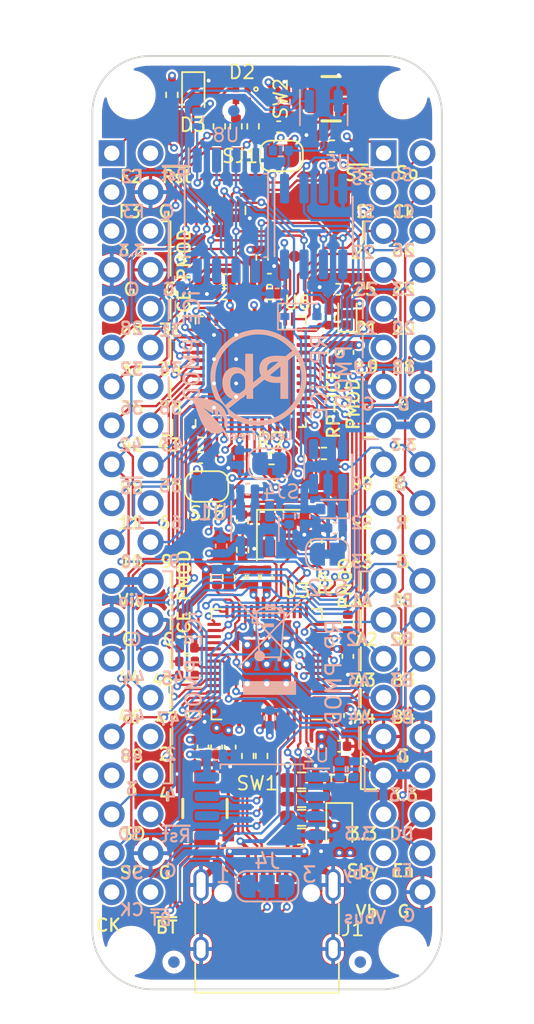
<source format=kicad_pcb>
(kicad_pcb (version 20211014) (generator pcbnew)
  (title_block (title "pico-ice") (date "2022-08-24") (rev "REV1") (company "tinyVision.ai Inc."))
  (layers (0 "F.Cu" signal) (1 "In1.Cu" signal) (2 "In2.Cu" signal) (31 "B.Cu" signal) (34 "B.Paste" user) (35 "F.Paste" user) (36 "B.SilkS" user "B.Silkscreen") (37 "F.SilkS" user "F.Silkscreen") (38 "B.Mask" user) (39 "F.Mask" user) (44 "Edge.Cuts" user))
  (net 0 "")
  (net 1 "GND")
  (net 2 "VBUS")
  (net 3 "/XIN")
  (net 4 "/XOUT")
  (net 5 "+3V3")
  (net 6 "+1V1")
  (net 7 "/~{USB_BOOT}")
  (net 8 "/SWD")
  (net 9 "/SWCLK")
  (net 10 "/QSPI_SS")
  (net 11 "Net-(C36-Pad1)")
  (net 12 "/QSPI_SD3")
  (net 13 "/QSPI_SCLK")
  (net 14 "/QSPI_SD0")
  (net 15 "/QSPI_SD2")
  (net 16 "/QSPI_SD1")
  (net 17 "/USB_D+")
  (net 18 "/USB_D-")
  (net 19 "Net-(C2-Pad1)")
  (net 20 "+1V2")
  (net 21 "/+1.2V_CORE")
  (net 22 "Net-(C32-Pad1)")
  (net 23 "/VCC_PLL")
  (net 24 "/+3V3_STDBY")
  (net 25 "Net-(D2-Pad2)")
  (net 26 "Net-(D2-Pad3)")
  (net 27 "/ICE_DONE")
  (net 28 "/~{RESET}")
  (net 29 "/USB_P")
  (net 30 "/ICE_35_G0")
  (net 31 "/ICE_CLK")
  (net 32 "/ICE_SSN")
  (net 33 "/ICE_SCK")
  (net 34 "/ICE_FLASH_IO2")
  (net 35 "/ICE_FLASH_IO3")
  (net 36 "/ICE_10|PB")
  (net 37 "/PICO_CLKOUT")
  (net 38 "Net-(R23-Pad2)")
  (net 39 "/VIO_BANK_2")
  (net 40 "/ICE_SO")
  (net 41 "/ICE_SI")
  (net 42 "/ICE_27")
  (net 43 "/ICE_25")
  (net 44 "/ICE_21")
  (net 45 "/ICE_19")
  (net 46 "/ICE_26")
  (net 47 "/ICE_23")
  (net 48 "/ICE_20_G3")
  (net 49 "/ICE_18")
  (net 50 "/PICO_PMOD_A1")
  (net 51 "/PICO_PMOD_A2")
  (net 52 "/PICO_PMOD_A3")
  (net 53 "/PICO_PMOD_A4")
  (net 54 "/PICO_PMOD_B1")
  (net 55 "/PICO_PMOD_B2")
  (net 56 "/PICO_PMOD_B3")
  (net 57 "/PICO_PMOD_B4")
  (net 58 "/ADC3")
  (net 60 "/ICE_2")
  (net 61 "/ICE_3")
  (net 62 "/ICE_4")
  (net 63 "/ICE_6")
  (net 64 "/ICE_9")
  (net 65 "/ICE_11")
  (net 66 "/ICE_28")
  (net 67 "/ICE_31")
  (net 68 "/ICE_32")
  (net 69 "/ICE_34")
  (net 70 "/ICE_36")
  (net 71 "/ICE_38")
  (net 72 "/ICE_42")
  (net 73 "/ICE_43")
  (net 74 "/ICE_44_G6")
  (net 75 "/ICE_45")
  (net 76 "/ICE_46")
  (net 77 "/ICE_47")
  (net 78 "/ICE_48")
  (net 79 "/USB_N")
  (net 80 "Net-(J1-PadA5)")
  (net 82 "Net-(J1-PadB5)")
  (net 84 "/ICE_DONE_ADC0")
  (net 85 "Net-(D2-Pad4)")
  (net 86 "Net-(D5-Pad1)")
  (net 87 "VDC")
  (net 88 "Net-(J4-Pad2)")
  (net 89 "/ADC2|PB")
  (net 90 "/LED_G")
  (net 91 "/LED_B")
  (net 92 "/LED_R")
  (net 93 "/SRAM_SS")
  (net 94 "Net-(Q1-Pad3)")
  (net 95 "/PWR_EN")
  (net 96 "Net-(R9-Pad2)")
  (net 98 "/~{ICE_RST}")
  (net 99 "Net-(C31-Pad1)")
  (footprint "Resistor_SMD:R_0402_1005Metric" (layer "F.Cu") (at 69.2658 78.2574 90)
    (fp_text reference "R19" hide)
    (fp_text value "1k")
  )
  (footprint "MountingHole:MountingHole_2.7mm_M2.5" (layer "F.Cu") (at 63.5 132.08)
    (fp_text reference "H4" hide)
    (fp_text value "MountingHole")
  )
  (footprint "Capacitor_SMD:C_0402_1005Metric" (layer "F.Cu") (at 72.3646 107.696 90)
    (fp_text reference "C16" hide)
    (fp_text value "0.1u")
  )
  (footprint "Resistor_SMD:R_0603_1608Metric" (layer "F.Cu") (at 77.1144 120.8024 -90)
    (fp_text reference "PTC1" hide)
    (fp_text value "MF-FSMF035X-2")
  )
  (footprint "Capacitor_SMD:C_0402_1005Metric" (layer "F.Cu") (at 68.0466 98.933 180)
    (fp_text reference "C29" hide)
    (fp_text value "0.1u")
  )
  (footprint "Capacitor_SMD:C_0402_1005Metric" (layer "F.Cu") (at 77.0636 116.7384 -90)
    (fp_text reference "C12" hide)
    (fp_text value "0.1u")
  )
  (footprint "Capacitor_SMD:C_0402_1005Metric" (layer "F.Cu") (at 69.977 118.7958 -90)
    (fp_text reference "C19" hide)
    (fp_text value "0.1u")
  )
  (footprint "Capacitor_SMD:C_0402_1005Metric" (layer "F.Cu") (at 68.0466 99.8982 180)
    (fp_text reference "C30" hide)
    (fp_text value "4.7u")
  )
  (footprint "LED_SMD:LED_0603_1608Metric" (layer "F.Cu") (at 67.564 76.2 -90)
    (fp_text reference "D3")
    (fp_text value "LTST-C191KGKT")
  )
  (footprint "Capacitor_SMD:C_0402_1005Metric" (layer "F.Cu") (at 67.1576 112.3188 180)
    (fp_text reference "C17" hide)
    (fp_text value "0.1u")
  )
  (footprint "Capacitor_SMD:C_0402_1005Metric" (layer "F.Cu") (at 69.596 88.265 180)
    (fp_text reference "C22" hide)
    (fp_text value "4.7u")
  )
  (footprint "Resistor_SMD:R_0402_1005Metric" (layer "F.Cu") (at 76.110718 99.6188)
    (fp_text reference "R25" hide)
    (fp_text value "27")
  )
  (footprint "Capacitor_SMD:C_0402_1005Metric" (layer "F.Cu") (at 69.596 89.2048 180)
    (fp_text reference "C21" hide)
    (fp_text value "0.1u")
  )
  (footprint "Capacitor_SMD:C_0402_1005Metric" (layer "F.Cu") (at 77.1398 118.745)
    (fp_text reference "C3" hide)
    (fp_text value "4.7u")
  )
  (footprint "Capacitor_SMD:C_0402_1005Metric" (layer "F.Cu") (at 71.501 107.696 90)
    (fp_text reference "C5" hide)
    (fp_text value "0.1u")
  )
  (footprint "CUSTOM:PTS820J25KSMTRLFS" (layer "F.Cu") (at 76.581 76.454)
    (fp_text reference "SW2")
    (fp_text value "PTS820 J25K SMTR LFS" hide)
  )
  (footprint "Resistor_SMD:R_0402_1005Metric" (layer "F.Cu") (at 72.0344 119.38 90)
    (fp_text reference "R4" hide)
    (fp_text value "27")
  )
  (footprint "Resistor_SMD:R_0603_1608Metric_Pad0.98x0.95mm_HandSolder" (layer "F.Cu") (at 74.6506 122.1994 180)
    (fp_text reference "R22" hide)
    (fp_text value "DNI")
  )
  (footprint "Resistor_SMD:R_0402_1005Metric" (layer "F.Cu") (at 71.126401 119.38 90)
    (fp_text reference "R5" hide)
    (fp_text value "27")
  )
  (footprint "Capacitor_SMD:C_0402_1005Metric" (layer "F.Cu") (at 68.199 118.7958 -90)
    (fp_text reference "C11" hide)
    (fp_text value "4.7u")
  )
  (footprint "Capacitor_SMD:C_0402_1005Metric" (layer "F.Cu") (at 67.6148 116.6622 -90)
    (fp_text reference "C18" hide)
    (fp_text value "0.1u")
  )
  (footprint "Resistor_SMD:R_0402_1005Metric" (layer "F.Cu") (at 71.4756 78.2574 90)
    (fp_text reference "R17" hide)
    (fp_text value "1k")
  )
  (footprint "Capacitor_SMD:C_0402_1005Metric" (layer "F.Cu") (at 77.683518 93.022871 -90)
    (fp_text reference "C25" hide)
    (fp_text value "4.7u")
  )
  (footprint "Resistor_SMD:R_0402_1005Metric" (layer "F.Cu") (at 72.679718 99.957071)
    (fp_text reference "R7")
    (fp_text value "10K")
  )
  (footprint "Connector_USB:USB_C_Receptacle_HRO_TYPE-C-31-M-12" (layer "F.Cu") (at 72.39 130.937)
    (fp_text reference "J1")
    (fp_text value "USB_C_Receptacle_USB2.0")
  )
  (footprint "Capacitor_SMD:C_0402_1005Metric" (layer "F.Cu") (at 75.6158 105.3592 90)
    (fp_text reference "C1" hide)
    (fp_text value "27p")
  )
  (footprint "CUSTOM:tinyAI_logo" (layer "F.Cu") (at 74.965718 83.193071)
    (fp_text reference "LOGO1" hide)
    (fp_text value "tinyVS Logo" hide)
  )
  (footprint "Resistor_SMD:R_0402_1005Metric" (layer "F.Cu") (at 77.6732 110.6678 -90)
    (fp_text reference "R9" hide)
    (fp_text value "27")
  )
  (footprint "Jumper:SolderJumper-2_P1.3mm_Bridged_RoundedPad1.0x1.5mm" (layer "F.Cu") (at 68.453 101.7778)
    (fp_text reference "SJ5")
    (fp_text value "SHORT")
  )
  (footprint "Connector_PinHeader_2.54mm:PinHeader_2x20_P2.54mm_Vertical" (layer "F.Cu") (at 80.01 80.01)
    (fp_text reference "J3" hide)
    (fp_text value "Conn_02x20_Odd_Even")
  )
  (footprint "Resistor_SMD:R_0603_1608Metric_Pad0.98x0.95mm_HandSolder" (layer "F.Cu") (at 74.6487 124.6378)
    (fp_text reference "R24" hide)
    (fp_text value "5.1K")
  )
  (footprint "Diode_SMD:D_SOD-323" (layer "F.Cu") (at 77.1144 123.952 -90)
    (fp_text reference "D5" hide)
    (fp_text value "1N5819WS")
  )
  (footprint "MountingHole:MountingHole_2.7mm_M2.5" (layer "F.Cu") (at 81.28 76.2)
    (fp_text reference "H2" hide)
    (fp_text value "MountingHole")
  )
  (footprint "Capacitor_SMD:C_0402_1005Metric" (layer "F.Cu") (at 77.6732 112.8776 -90)
    (fp_text reference "C15" hide)
    (fp_text value "0.1u")
  )
  (footprint "CUSTOM:LED_Cree-PLCC4_1x1mm_CW" (layer "F.Cu") (at 70.739 76.2)
    (fp_text reference "D2")
    (fp_text value "MHPA1010RGBDT")
  )
  (footprint "Capacitor_SMD:C_0402_1005Metric" (layer "F.Cu") (at 70.6374 107.696 90)
    (fp_text reference "C6" hide)
    (fp_text value "4.7u")
  )
  (footprint "Resistor_SMD:R_0402_1005Metric" (layer "F.Cu") (at 66.167 76.2 90)
    (fp_text reference "R14" hide)
    (fp_text value "2.2K")
  )
  (footprint "Capacitor_SMD:C_0402_1005Metric" (layer "F.Cu") (at 76.454 90.7568 90)
    (fp_text reference "C31" hide)
    (fp_text value "4.7u")
  )
  (footprint "Resistor_SMD:R_0402_1005Metric" (layer "F.Cu") (at 69.1134 107.696 90)
    (fp_text reference "R16" hide)
    (fp_text value "10K")
  )
  (footprint "Resistor_SMD:R_0402_1005Metric" (layer "F.Cu") (at 67.1556 114.1222)
    (fp_text reference "R23" hide)
    (fp_text value "27")
  )
  (footprint "Connector_PinHeader_2.54mm:PinHeader_2x20_P2.54mm_Vertical" (layer "F.Cu") (at 62.23 80.01)
    (fp_text reference "J2" hide)
    (fp_text value "Conn_02x20_Odd_Even")
  )
  (footprint "Fiducial:Fiducial_0.75mm_Mask1.5mm" (layer "F.Cu") (at 78.486 132.842)
    (fp_text reference "FID3" hide)
    (fp_text value "Fiducial")
  )
  (footprint "Capacitor_SMD:C_0402_1005Metric" (layer "F.Cu") (at 72.5652 89.2048)
    (fp_text reference "C33" hide)
    (fp_text value "0.1u")
  )
  (footprint "CUSTOM:PTS820J25KSMTRLFS" (layer "F.Cu") (at 68.326 122.809 -90)
    (fp_text reference "SW1")
    (fp_text value "PTS820 J25K SMTR LFS" hide)
  )
  (footprint "Resistor_SMD:R_0402_1005Metric" (layer "F.Cu") (at 70.358 78.2574 90)
    (fp_text reference "R18" hide)
    (fp_text value "1k")
  )
  (footprint "Resistor_SMD:R_Array_Concave_4x0402" (layer "F.Cu") (at 69.834918 83.751871 90)
    (fp_text reference "RN1" hide)
    (fp_text value "10K")
  )
  (footprint "Resistor_SMD:R_0402_1005Metric" (layer "F.Cu") (at 76.6318 79.5528)
    (fp_text reference "R21" hide)
    (fp_text value "10K")
  )
  (footprint "RP2040_minimal:RP2040-QFN-56" (layer "F.Cu") (at 72.3646 113.3856 180)
    (fp_text reference "U3")
    (fp_text value "RP2040")
  )
  (footprint "Resistor_SMD:R_0603_1608Metric_Pad0.98x0.95mm_HandSolder" (layer "F.Cu") (at 74.6506 123.4186 180)
    (fp_text reference "R20" hide)
    (fp_text value "DNI")
  )
  (footprint "Fiducial:Fiducial_0.75mm_Mask1.5mm" (layer "F.Cu") (at 74.203718 86.749071)
    (fp_text reference "FID1" hide)
    (fp_text value "Fiducial")
  )
  (footprint "Resistor_SMD:R_0402_1005Metric" (layer "F.Cu") (at 72.070118 86.825271 90)
    (fp_text reference "R11" hide)
    (fp_text value "100")
  )
  (footprint "Crystal:Crystal_SMD_2520-4Pin_2.5x2.0mm" (layer "F.Cu") (at 73.1266 104.9528 -90)
    (fp_text reference "Y1" hide)
    (fp_text value "12 MHz")
  )
  (footprint "Diode_SMD:D_SOD-523" (layer "F.Cu") (at 77.6478 90.5256 90)
    (fp_text reference "D1" hide)
    (fp_text value "1N4148WT-7")
  )
  (footprint "Package_DFN_QFN:QFN-48-1EP_7x7mm_P0.5mm_EP5.6x5.6mm" (layer "F.Cu") (at 71.3232 94.2848 90)
    (fp_text reference "U6")
    (fp_text value "ICE40UP5K-SG48ITR")
  )
  (footprint "MountingHole:MountingHole_2.7mm_M2.5" (layer "F.Cu") (at 81.28 132.08)
    (fp_text reference "H3" hide)
    (fp_text value "MountingHole")
  )
  (footprint "Capacitor_SMD:C_0402_1005Metric" (layer "F.Cu") (at 77.0128 88.9 180)
    (fp_text reference "C28" hide)
    (fp_text value "0.1u")
  )
  (footprint "Capacitor_SMD:C_0402_1005Metric" (layer "F.Cu") (at 69.088 118.7958 -90)
    (fp_text reference "C10" hide)
    (fp_text value "0.1u")
  )
  (footprint "Capacitor_SMD:C_0402_1005Metric" (layer "F.Cu") (at 70.7898 104.0892 90)
    (fp_text reference "C2" hide)
    (fp_text value "27p")
  )
  (footprint "Capacitor_SMD:C_0402_1005Metric" (layer "F.Cu") (at 72.5424 88.2396)
    (fp_text reference "C34" hide)
    (fp_text value "4.7u")
  )
  (footprint "Resistor_SMD:R_0402_1005Metric" (layer "F.Cu") (at 67.1576 113.2078)
    (fp_text reference "R12" hide)
    (fp_text value "27")
  )
  (footprint "MountingHole:MountingHole_2.7mm_M2.5" (layer "F.Cu") (at 63.5 76.2)
    (fp_text reference "H1" hide)
    (fp_text value "MountingHole")
  )
  (footprint "Resistor_SMD:R_0402_1005Metric" (layer "F.Cu") (at 70.7898 105.918 90)
    (fp_text reference "R1" hide)
    (fp_text value "1k")
  )
  (footprint "Resistor_SMD:R_0603_1608Metric_Pad0.98x0.95mm_HandSolder" (layer "F.Cu") (at 74.6506 120.9802)
    (fp_text reference "R10" hide)
    (fp_text value "5.1K")
  )
  (footprint "Capacitor_SMD:C_0402_1005Metric" (layer "F.Cu") (at 76.718318 93.022871 -90)
    (fp_text reference "C24" hide)
    (fp_text value "0.1u")
  )
  (footprint "Fiducial:Fiducial_0.75mm_Mask1.5mm" (layer "F.Cu") (at 66.294 132.842)
    (fp_text reference "FID5" hide)
    (fp_text value "Fiducial")
  )
  (footprint "Jumper:SolderJumper-2_P1.3mm_Bridged_RoundedPad1.0x1.5mm" (layer "F.Cu") (at 73.3298 80.1878)
    (fp_text reference "SJ1")
    (fp_text value "SHORT")
  )
  (footprint "Capacitor_SMD:C_0402_1005Metric" (layer "F.Cu") (at 73.152 78.2828)
    (fp_text reference "C32" hide)
    (fp_text value "4.7u")
  )
  (footprint "Resistor_SMD:R_0402_1005Metric" (layer "B.Cu") (at 78.0542 120.2416 -90)
    (fp_text reference "R3" hide)
    (fp_text value "10K")
  )
  (footprint "Capacitor_SMD:C_0402_1005Metric" (layer "B.Cu") (at 66.710718 88.171471 -90)
    (fp_text reference "C26" hide)
    (fp_text value "0.1u")
  )
  (footprint "Fiducial:Fiducial_0.75mm_Mask1.5mm" (layer "B.Cu") (at 70.215918 77.249471 180)
    (fp_text reference "FID2" hide)
    (fp_text value "Fiducial")
  )
  (footprint "Diode_SMD:D_SOD-323" (layer "B.Cu") (at 74.5998 90.678)
    (fp_text reference "D4" hide)
    (fp_text value "1N5819WS")
  )
  (footprint "Resistor_SMD:R_0402_1005Metric" (layer "B.Cu") (at 73.289312 79.840277)
    (fp_text reference "R15" hide)
    (fp_text value "5.1K")
  )
  (footprint "Capacitor_SMD:C_0402_1005Metric" (layer "B.Cu") (at 72.5678 116.8908 90)
    (fp_text reference "C4" hide)
    (fp_text value "0.1u")
  )
  (footprint "Capacitor_SMD:C_0402_1005Metric" (layer "B.Cu") (at 76.8604 104.4956 180)
    (fp_text reference "C9" hide)
    (fp_text value "4.7u")
  )
  (footprint "Capacitor_SMD:C_0402_1005Metric" (layer "B.Cu") (at 74.8284 103.7336 -90)
    (fp_text reference "C36" hide)
    (fp_text value "0.1u")
  )
  (footprint "Capacitor_SMD:C_0402_1005Metric" (layer "B.Cu") (at 71.12 101.9556)
    (fp_text reference "C7" hide)
    (fp_text value "4.7u")
  )
  (footprint "Package_SO:SOIC-8_5.23x5.23mm_P1.27mm" (layer "B.Cu") (at 69.723 84.074 -90)
    (fp_text reference "U8")
    (fp_text value "W25Q32JVSSIQ")
  )
  (footprint "Package_SO:SOIC-8_5.23x5.23mm_P1.27mm" (layer "B.Cu") (at 72.0598 122.6566 180)
    (fp_text reference "U2")
    (fp_text value "W25Q32JVSSIQ")
  )
  (footprint "Capacitor_SMD:C_0402_1005Metric" (layer "B.Cu") (at 73.0504 89.2048 180)
    (fp_text reference "C42" hide)
    (fp_text value "0.1u")
  )
  (footprint "Capacitor_SMD:C_0402_1005Metric" (layer "B.Cu") (at 70.5866 99.8982 -90)
    (fp_text reference "C27" hide)
    (fp_text value "0.1u")
  )
  (footprint "Capacitor_SMD:C_0402_1005Metric" (layer "B.Cu") (at 76.835 97.9932 180)
    (fp_text reference "C13" hide)
    (fp_text value "4.7u")
  )
  (footprint "Package_SO:SOIC-8_3.9x4.9mm_P1.27mm" (layer "B.Cu") (at 75.438 84.795 -90)
    (fp_text reference "U5")
    (fp_text value "APS6404L-3SQN-SN")
  )
  (footprint "CUSTOM:Pb free logo" (layer "B.Cu") (at 71.155718 95.258071 180)
    (fp_text reference "LOGO3" hide)
    (fp_text value "Pb free Logo" hide)
  )
  (footprint "Resistor_SMD:R_0402_1005Metric" (layer "B.Cu") (at 67.818 77.8002 90)
    (fp_text reference "R8" hide)
    (fp_text value "10K")
  )
  (footprint "Fiducial:Fiducial_0.75mm_Mask1.5mm" (layer "B.Cu") (at 66.294 132.842 180)
    (fp_text reference "FID6" hide)
    (fp_text value "Fiducial")
  )
  (footprint "Package_TO_SOT_SMD:SOT-23-5" (layer "B.Cu") (at 76.3778 100.4824 90)
    (fp_text reference "U4" hide)
    (fp_text value "CL9293A33L5M")
  )
  (footprint "Fiducial:Fiducial_0.75mm_Mask1.5mm" (layer "B.Cu") (at 78.486 132.842 180)
    (fp_text reference "FID4" hide)
    (fp_text value "Fiducial")
  )
  (footprint "CUSTOM:WEEE logo" (layer "B.Cu") (at 72.552718 112.301471 180)
    (fp_text reference "LOGO2" hide)
    (fp_text value "WEEE Logo" hide)
  )
  (footprint "Resistor_SMD:R_0402_1005Metric" (layer "B.Cu") (at 73.8378 103.7336 90)
    (fp_text reference "R6" hide)
    (fp_text value "1k")
  )
  (footprint "Resistor_SMD:R_0402_1005Metric" (layer "B.Cu") (at 77.1398 120.2436 90)
    (fp_text reference "R2" hide)
    (fp_text value "1k")
  )
  (footprint "Capacitor_SMD:C_0402_1005Metric" (layer "B.Cu") (at 69.0118 119.2784)
    (fp_text reference "C8" hide)
    (fp_text value "0.1u")
  )
  (footprint "Diode_SMD:D_SOD-523" (layer "B.Cu") (at 76.6064 103.251 180)
    (fp_text reference "D6" hide)
    (fp_text value "1N4148WT-7")
  )
  (footprint "Jumper:SolderJumper-2_P1.3mm_Bridged_RoundedPad1.0x1.5mm" (layer "B.Cu") (at 76.327 106.1974 180)
    (fp_text reference "SJ2")
    (fp_text value "SHORT")
  )
  (footprint "Jumper:SolderJumper-2_P1.3mm_Bridged_RoundedPad1.0x1.5mm" (layer "B.Cu") (at 72.5678 100.287271)
    (fp_text reference "SJ4")
    (fp_text value "SHORT")
  )
  (footprint "Package_TO_SOT_SMD:SOT-23" (layer "B.Cu") (at 76.0984 77.5462 -90)
    (fp_text reference "Q1" hide)
    (fp_text value "2N7002")
  )
  (footprint "Package_TO_SOT_SMD:SOT-23-5" (layer "B.Cu") (at 71.6026 104.5464 -90)
    (fp_text reference "U1")
    (fp_text value "CL9293A12L5M")
  )
  (footprint "Capacitor_SMD:C_0402_1005Metric" (layer "B.Cu") (at 69.3928 105.664 90)
    (fp_text reference "C37" hide)
    (fp_text value "4.7u")
  )
  (footprint "Jumper:SolderJumper-3_P1.3mm_Bridged12_RoundedPad1.0x1.5mm_NumberLabels" (layer "B.Cu") (at 72.39 127.889)
    (fp_text reference "J4")
    (fp_text value "PB_SEL")
  )
  (footprint "Resistor_SMD:R_0402_1005Metric" (layer "B.Cu") (at 73.5076 76.6572 -90)
    (fp_text reference "R13" hide)
    (fp_text value "10K")
  )
  (gr_line (start 66.202718 114.816071) (end 66.202718 116.213071) (layer "B.SilkS") (width 0.12))
  (gr_line (start 66.202718 119.896071) (end 66.202718 121.166071) (layer "B.SilkS") (width 0.12))
  (gr_line (start 78.648718 98.433071) (end 78.648718 98.687071) (layer "B.SilkS") (width 0.12))
  (gr_line (start 78.394718 115.070071) (end 78.394718 116.213071) (layer "B.SilkS") (width 0.12))
  (gr_line (start 70.5358 94.107) (end 70.5358 94.1832) (layer "B.SilkS") (width 0.12))
  (gr_line (start 78.394718 107.323071) (end 78.394718 108.593071) (layer "B.SilkS") (width 0.12))
  (gr_line (start 65.948718 98.306071) (end 65.567718 98.306071) (layer "B.SilkS") (width 0.12))
  (gr_line (start 78.394718 117.483071) (end 78.394718 118.880071) (layer "B.SilkS") (width 0.12))
  (gr_line (start 78.648718 91.956071) (end 78.648718 93.353071) (layer "B.SilkS") (width 0.12))
  (gr_line (start 65.440718 84.336071) (end 65.948718 84.336071) (layer "B.SilkS") (width 0.12))
  (gr_line (start 65.948718 89.543071) (end 65.948718 90.940071) (layer "B.SilkS") (width 0.12))
  (gr_line (start 78.648718 89.670071) (end 78.648718 90.813071) (layer "B.SilkS") (width 0.12))
  (gr_line (start 78.648718 94.623071) (end 78.648718 98.433071) (layer "B.SilkS") (width 0.12))
  (gr_line (start 78.394718 109.863071) (end 78.394718 111.260071) (layer "B.SilkS") (width 0.12))
  (gr_line (start 66.202718 121.166071) (end 65.567718 121.166071) (layer "B.SilkS") (width 0.12))
  (gr_line (start 79.156718 107.323071) (end 78.394718 107.323071) (layer "B.SilkS") (width 0.12))
  (gr_line (start 78.648718 98.687071) (end 79.664718 98.687071) (layer "B.SilkS") (width 0.12))
  (gr_line (start 65.948718 97.290071) (end 65.948718 98.306071) (layer "B.SilkS") (width 0.12))
  (gr_line (start 78.394718 118.880071) (end 78.775718 119.261071) (layer "B.SilkS") (width 0.12))
  (gr_line (start 65.567718 107.323071) (end 66.202718 107.323071) (layer "B.SilkS") (width 0.12))
  (gr_line (start 78.775718 84.526571) (end 78.775718 85.669571) (layer "B.SilkS") (width 0.12))
  (gr_line (start 78.648718 87.003071) (end 78.648718 88.146071) (layer "B.SilkS") (width 0.12))
  (gr_line (start 79.156718 84.463071) (end 78.775718 84.463071) (layer "B.SilkS") (width 0.12))
  (gr_line (start 65.948718 92.083071) (end 65.948718 93.353071) (layer "B.SilkS") (width 0.12))
  (gr_line (start 78.394718 112.403071) (end 78.394718 113.800071) (layer "B.SilkS") (width 0.12))
  (gr_line (start 65.948718 84.336071) (end 65.948718 88.146071) (layer "B.SilkS") (width 0.12))
  (gr_line (start 66.202718 117.483071) (end 66.202718 118.626071) (layer "B.SilkS") (width 0.12))
  (gr_line (start 78.775718 119.261071) (end 78.775718 121.674071) (layer "B.SilkS") (width 0.12))
  (gr_line (start 66.202718 107.323071) (end 66.202718 113.673071) (layer "B.SilkS") (width 0.12))
  (gr_line (start 78.775718 121.674071) (end 79.664718 121.674071) (layer "B.SilkS") (width 0.12))
  (gr_line (start 65.948718 94.623071) (end 65.948718 96.020071) (layer "B.SilkS") (width 0.12))
  (gr_line (start 78.648718 87.003071) (end 78.648718 88.273071) (layer "F.SilkS") (width 0.12))
  (gr_line (start 65.694718 121.166071) (end 66.075718 121.166071) (layer "F.SilkS") (width 0.12))
  (gr_line (start 66.075718 121.166071) (end 66.075718 117.610071) (layer "F.SilkS") (width 0.12))
  (gr_line (start 65.567718 98.433071) (end 66.202718 98.433071) (layer "F.SilkS") (width 0.12))
  (gr_line (start 66.075718 92.083071) (end 66.075718 93.480071) (layer "F.SilkS") (width 0.12))
  (gr_line (start 79.156718 107.323071) (end 78.521718 107.323071) (layer "F.SilkS") (width 0.12))
  (gr_line (start 78.521718 117.483071) (end 78.521718 121.547071) (layer "F.SilkS") (width 0.12))
  (gr_line (start 66.075718 89.543071) (end 66.075718 90.813071) (layer "F.SilkS") (width 0.12))
  (gr_line (start 83.82 96.52) (end 83.82 81.28) (layer "F.SilkS") (width 0.12))
  (gr_line (start 78.521718 121.547071) (end 79.537718 121.547071) (layer "F.SilkS") (width 0.12))
  (gr_line (start 66.075718 111.133071) (end 66.075718 107.323071) (layer "F.SilkS") (width 0.12))
  (gr_line (start 66.075718 84.463071) (end 66.075718 88.019071) (layer "F.SilkS") (width 0.12))
  (gr_line (start 66.202718 98.433071) (end 66.202718 97.417071) (layer "F.SilkS") (width 0.12))
  (gr_line (start 65.567718 84.463071) (end 66.075718 84.463071) (layer "F.SilkS") (width 0.12))
  (gr_line (start 78.648718 84.463071) (end 78.648718 85.860071) (layer "F.SilkS") (width 0.12))
  (gr_line (start 78.648718 98.560071) (end 79.410718 98.560071) (layer "F.SilkS") (width 0.12))
  (gr_line (start 79.156718 84.463071) (end 78.648718 84.463071) (layer "F.SilkS") (width 0.12))
  (gr_line (start 66.075718 116.340071) (end 66.075718 114.816071) (layer "F.SilkS") (width 0.12))
  (gr_line (start 78.648718 94.623071) (end 78.648718 98.560071) (layer "F.SilkS") (width 0.12))
  (gr_line (start 78.521718 107.323071) (end 78.521718 108.593071) (layer "F.SilkS") (width 0.12))
  (gr_line (start 78.521718 115.070071) (end 78.521718 116.213071) (layer "F.SilkS") (width 0.12))
  (gr_line (start 78.521718 109.863071) (end 78.521718 111.006071) (layer "F.SilkS") (width 0.12))
  (gr_line (start 64.77 73.66) (end 80.01 73.66) (layer "F.SilkS") (width 0.12))
  (gr_line (start 66.075718 107.323071) (end 65.567718 107.323071) (layer "F.SilkS") (width 0.12))
  (gr_line (start 78.648718 92.083071) (end 78.648718 93.353071) (layer "F.SilkS") (width 0.12))
  (gr_line (start 66.075718 113.673071) (end 66.075718 112.403071) (layer "F.SilkS") (width 0.12))
  (gr_line (start 66.075718 96.020071) (end 66.075718 94.877071) (layer "F.SilkS") (width 0.12))
  (gr_line (start 78.521718 112.276071) (end 78.521718 113.800071) (layer "F.SilkS") (width 0.12))
  (gr_line (start 78.648718 89.543071) (end 78.648718 90.686071) (layer "F.SilkS") (width 0.12))
  (gr_line (start 80.01 134.62) (end 64.77 134.62) (layer "Edge.Cuts") (width 0.127))
  (gr_line (start 83.82 77.47) (end 83.82 130.81) (layer "Edge.Cuts") (width 0.127))
  (gr_line (start 64.77 73.66) (end 80.01 73.66) (layer "Edge.Cuts") (width 0.127))
  (gr_line (start 60.96 130.81) (end 60.96 77.47) (layer "Edge.Cuts") (width 0.127))
  (gr_arc (start 64.77 134.62) (mid 62.106908 133.473092) (end 60.96 130.81) (layer "Edge.Cuts") (width 0.127))
  (gr_arc (start 60.96 77.47) (mid 62.059317 74.759317) (end 64.77 73.66) (layer "Edge.Cuts") (width 0.127))
  (gr_arc (start 80.01 73.66) (mid 82.720683 74.759317) (end 83.82 77.47) (layer "Edge.Cuts") (width 0.127))
  (gr_arc (start 83.82 130.81) (mid 82.673092 133.473092) (end 80.01 134.62) (layer "Edge.Cuts") (width 0.127))
  (gr_text "11" (at 63.662718 104.148071) (layer "B.SilkS") (effects (font (size 0.8 0.8)) (justify mirror)))
  (gr_text "~{SS}" (at 78.648718 81.669071) (layer "B.SilkS") (effects (font (size 0.8 0.8)) (justify mirror)))
  (gr_text "47" (at 65.948718 116.975071) (layer "B.SilkS") (effects (font (size 0.8 0.8)) (justify mirror)))
  (gr_text "2" (at 66.075718 119.261071) (layer "B.SilkS") (effects (font (size 0.8 0.8)) (justify mirror)))
  (gr_text "3.3" (at 81.315718 121.928071) (layer "B.SilkS") (effects (font (size 0.8 0.8)) (justify mirror)))
  (gr_text "31" (at 66.075718 91.575071) (layer "B.SilkS") (effects (font (size 0.8 0.8)) (justify mirror)))
  (gr_text "iCE PMOD" (at 67.599718 113.546071 90) (layer "B.SilkS") (effects (font (size 1 1)) (justify mirror)))
  (gr_text "19" (at 78.775718 93.988071) (layer "B.SilkS") (effects (font (size 0.8 0.8)) (justify mirror)))
  (gr_text "~{Rst}" (at 66.456718 124.595071) (layer "B.SilkS") (effects (font (size 0.8 0.8)) (justify mirror)))
  (gr_text "48" (at 63.535718 119.388071) (layer "B.SilkS") (effects (font (size 0.8 0.8)) (justify mirror)))
  (gr_text "38" (at 66.075718 96.655071) (layer "B.SilkS") (effects (font (size 0.8 0.8)) (justify mirror)))
  (gr_text "G" (at 63.662718 88.908071) (layer "B.SilkS") (effects (font (size 0.8 0.8)) (justify mirror)))
  (gr_text "43" (at 66.202718 99.068071) (layer "B.SilkS") (effects (font (size 0.8 0.8)) (justify mirror)))
  (gr_text "Sby" (at 78.394718 127.008071) (layer "B.SilkS") (effects (font (size 0.8 0.8)) (justify mirror)))
  (gr_text "B2" (at 81.188718 111.768071) (layer "B.SilkS") (effects (font (size 0.8 0.8)) (justify mirror)))
  (gr_text "42" (at 63.472218 99.068071) (layer "B.SilkS") (effects (font (size 0.8 0.8)) (justify mirror)))
  (gr_text "45" (at 66.202718 114.308071) (layer "B.SilkS") (effects (font (size 0.8 0.8)) (justify mirror)))
  (gr_text "G" (at 81.188718 106.688071) (layer "B.SilkS") (effects (font (size 0.8 0.8)) (justify mirror)))
  (gr_text "~{SS}" (at 63.535718 101.862071) (layer "B.SilkS") (effects (font (size 0.8 0.8)) (justify mirror)))
  (gr_text "3.3" (at 63.535718 86.368071) (layer "B.SilkS") (effects (font (size 0.7 0.7)) (justify mirror)))
  (gr_text "R" (at 81.188718 104.148071) (layer "B.SilkS") (effects (font (size 0.8 0.8)) (justify mirror)))
  (gr_text "RP PMOD" (at 76.743718 113.927071 90) (layer "B.SilkS") (effects (font (size 1 1)) (justify mirror)))
  (gr_text "28" (at 63.535718 91.448071) (layer "B.SilkS") (effects (font (size 0.8 0.8)) (justify mirror)))
  (gr_text "25" (at 78.902718 88.908071) (layer "B.SilkS") (effects (font (size 0.8 0.8)) (justify mirror)))
  (gr_text "21" (at 78.775718 91.448071) (layer "B.SilkS") (effects (font (size 0.8 0.8)) (justify mirror)))
  (gr_text "20" (at 81.315718 91.448071) (layer "B.SilkS") (effects (font (size 0.8 0.8)) (justify mirror)))
  (gr_text "SC" (at 63.535718 127.008071) (layer "B.SilkS") (effects (font (size 0.8 0.8)) (justify mirror)))
  (gr_text "10" (at 63.535718 106.688071) (layer "B.SilkS") (effects (font (size 0.8 0.8)) (justify mirror)))
  (gr_text "9" (at 66.329718 106.688071) (layer "B.SilkS") (effects (font (size 0.8 0.8)) (justify mirror)))
  (gr_text "G" (at 63.789718 111.768071) (layer "B.SilkS") (effects (font (size 0.8 0.8)) (justify mirror)))
  (gr_text "Vbus" (at 78.775718 129.929071) (layer "B.SilkS") (effects (font (size 0.8 0.8)) (justify mirror)))
  (gr_text "4" (at 66.075718 121.928071) (layer "B.SilkS") (effects (font (size 0.8 0.8)) (justify mirror)))
  (gr_text "~2" (at 78.521718 104.148071) (layer "B.SilkS") (effects (font (size 0.8 0.8)) (justify mirror)))
  (gr_text "B1" (at 81.188718 109.228071) (layer "B.SilkS") (effects (font (size 0.8 0.8)) (justify mirror)))
  (gr_text "G" (at 66.075718 126.881071) (layer "B.SilkS") (effects (font (size 0.8 0.8)) (justify mirror)))
  (gr_text "A4" (at 78.394718 116.848071) (layer "B.SilkS") (effects (font (size 0.8 0.8)) (justify mirror)))
  (gr_text "~3" (at 78.521718 106.688071) (layer "B.SilkS") (effects (font (size 0.8 0.8)) (justify mirror)))
  (gr_text "3.3" (at 81.315718 99.068071) (layer "B.SilkS") (effects (font (size 0.7 0.7)) (justify mirror)))
  (gr_text "~{Rst}" (at 66.329718 81.415071) (layer "B.SilkS") (effects (font (size 0.7 0.7)) (justify mirror)))
  (gr_text "46" (at 63.662718 116.848071) (layer "B.SilkS") (effects (font (size 0.8 0.8)) (justify mirror)))
  (gr_text "27" (at 78.648718 86.495071) (layer "B.SilkS") (effects (font (size 0.8 0.8)) (justify mirror)))
  (gr_text "34" (at 66.075718 94.115071) (layer "B.SilkS") (effects (font (size 0.8 0.8)) (justify mirror)))
  (gr_text "~{BT}" (at 65.440718 130.056071) (layer "B.SilkS") (effects (font (size 0.8 0.8)) (justify mirror)))
  (gr_text "35" (at 66.075718 101.735071) (layer "B.SilkS") (effects (font (size 0.8 0.8)) (justify mirror)))
  (gr_text "Vio" (at 63.535718 109.228071) (layer "B.SilkS") (effects (font (size 0.8 0.8)) (justify mirror)))
  (gr_text "F2" (at 63.571436 81.542071) (layer "B.SilkS") (effects (font (size 0.8 0.8)) (justify mirror)))
  (gr_text "6" (at 66.456718 104.148071) (layer "B.SilkS") (effects (font (size 0.8 0.8)) (justify mirror)))
  (gr_text "G" (at 65.948718 88.908071) (layer "B.SilkS") (effects (font (size 0.8 0.8)) (justify mirror)))
  (gr_text "23" (at 81.315718 88.908071) (layer "B.SilkS") (effects (font (size 0.8 0.8)) (justify mirror)))
  (gr_text "G" (at 81.188718 119.388071) (layer "B.SilkS") (effects (font (size 0.8 0.8)) (justify mirror)))
  (gr_text "3.3" (at 78.394718 124.468071) (layer "B.SilkS") (effects (font (size 0.8 0.8)) (justify mirror)))
  (gr_text "44" (at 63.662718 114.308071) (layer "B.SilkS") (effects (font (size 0.8 0.8)) (justify mirror)))
  (gr_text "Ck" (at 81.315718 83.828071) (layer "B.SilkS") (effects (font (size 0.8 0.8)) (justify mirror)))
  (gr_text "~0" (at 78.521718 101.608071) (layer "B.SilkS") (effects (font (size 0.8 0.8)) (justify mirror)))
  (gr_text "G" (at 79.029718 96.401071) (layer "B.SilkS") (effects (font (size 0.8 0.8)) (justify mirror)))
  (gr_text "CK" (at 63.535718 129.421071) (layer "B.SilkS") (effects (font (size 0.8 0.8)) (justify mirror)))
  (gr_text "iCE PMOD" (at 67.472718 92.591071 90) (layer "B.SilkS") (effects (font (size 1 1)) (justify mirror)))
  (gr_text "26" (at 81.315718 86.368071) (layer "B.SilkS") (effects (font (size 0.8 0.8)) (justify mirror)))
  (gr_text "RP-iCE\nPMOD" (at 76.616718 94.623071 90) (layer "B.SilkS") (effects (font (size 1 1)) (justify mirror)))
  (gr_text "B" (at 81.144242 101.608071) (layer "B.SilkS") (effects (font (size 0.8 0.8)) (justify mirror)))
  (gr_text "DC" (at 81.188718 124.468071) (layer "B.SilkS") (effects (font (size 0.8 0.8)) (justify mirror)))
  (gr_text "G" (at 81.315718 96.401071) (layer "B.SilkS") (effects (font (size 0.8 0.8)) (justify mirror)))
  (gr_text "3" (at 63.535718 121.547071) (layer "B.SilkS") (effects (font (size 0.8 0.8)) (justify mirror)))
  (gr_text "B3" (at 81.188718 114.435071) (layer "B.SilkS") (effects (font (size 0.8 0.8)) (justify mirror)))
  (gr_text "36" (at 63.535718 96.655071) (layer "B.SilkS") (effects (font (size 0.8 0.8)) (justify mirror)))
  (gr_text "G" (at 65.948718 83.828071) (layer "B.SilkS") (effects (font (size 0.8 0.8)) (justify mirror)))
  (gr_text "Si" (at 78.902718 83.828071) (layer "B.SilkS") (effects (font (size 0.8 0.8)) (justify mirror)))
  (gr_text "A3" (at 78.394718 114.435071) (layer "B.SilkS") (effects (font (size 0.8 0.8)) (justify mirror)))
  (gr_text "So" (at 81.188718 81.415071) (layer "B.SilkS") (effects (font (size 0.8 0.8)) (justify mirror)))
  (gr_text "A1" (at 78.521718 109.228071) (layer "B.SilkS") (effects (font (size 0.8 0.8)) (justify mirror)))
  (gr_text "En" (at 81.188718 126.881071) (layer "B.SilkS") (effects (font (size 0.8 0.8)) (justify mirror)))
  (gr_text "A2" (at 78.267718 111.768071) (layer "B.SilkS") (effects (font (size 0.8 0.8)) (justify mirror)))
  (gr_text "SD" (at 63.408718 124.468071) (layer "B.SilkS") (effects (font (size 0.8 0.8)) (justify mirror)))
  (gr_text "F3" (at 63.662718 83.828071) (layer "B.SilkS") (effects (font (size 0.8 0.8)) (justify mirror)))
  (gr_text "18" (at 81.315718 93.988071) (layer "B.SilkS") (effects (font (size 0.8 0.8)) (justify mirror)))
  (gr_text "B4" (at 81.188718 116.848071) (layer "B.SilkS") (effects (font (size 0.8 0.8)) (justify mirror)))
  (gr_text "G" (at 81.696718 129.802071) (layer "B.SilkS") (effects (font (size 0.8 0.8)) (justify mirror)))
  (gr_text "32" (at 63.535718 94.115071) (layer "B.SilkS") (effects (font (size 0.8 0.8)) (justify mirror)))
  (gr_text "43" (at 65.948718 99.068071) (layer "F.SilkS") (effects (font (size 0.8 0.8))))
  (gr_text "So" (at 81.569718 81.288071) (layer "F.SilkS") (effects (font (size 0.8 0.8))))
  (gr_text "~{BT}" (at 65.821718 130.564071) (layer "F.SilkS") (effects (font (size 0.8 0.8))))
  (gr_text "10" (at 63.535718 106.688071) (layer "F.SilkS") (effects (font (size 0.8 0.8))))
  (gr_text "42" (at 63.599218 99.068071) (layer "F.SilkS") (effects (font (size 0.8 0.8))))
  (gr_text "11" (at 63.408718 104.148071) (layer "F.SilkS") (effects (font (size 0.8 0.8))))
  (gr_text "SD" (at 63.662718 124.468071) (layer "F.SilkS") (effects (font (size 0.8 0.8))))
  (gr_text "38" (at 66.075718 96.655071) (layer "F.SilkS") (effects (font (size 0.8 0.8))))
  (gr_text "A2" (at 78.902718 111.768071) (layer "F.SilkS") (effects (font (size 0.8 0.8))))
  (gr_text "Ck" (at 81.315718 83.828071) (layer "F.SilkS") (effects (font (size 0.8 0.8))))
  (gr_text "G" (at 66.075718 88.908071) (layer "F.SilkS") (effects (font (size 0.8 0.8))))
  (gr_text "32" (at 63.535718 94.115071) (layer "F.SilkS") (effects (font (size 0.8 0.8))))
  (gr_text "3.3" (at 78.648718 124.468071) (layer "F.SilkS") (effects (font (size 0.8 0.8))))
  (gr_text "23" (at 81.315718 88.908071) (layer "F.SilkS") (effects (font (size 0.8 0.8))))
  (gr_text "RP-iCE\nPMOD" (at 77.378718 96.401071 90) (layer "F.SilkS") (effects (font (size 0.8 0.8))))
  (gr_text "B1" (at 81.315718 109.228071) (layer "F.SilkS") (effects (font (size 0.8 0.8))))
  (gr_text "A4" (at 78.775718 116.848071) (layer "F.SilkS") (effects (font (size 0.8 0.8))))
  (gr_text "Si" (at 78.775718 83.828071) (layer "F.SilkS") (effects (font (size 0.8 0.8))))
  (gr_text "G" (at 63.281718 111.768071) (layer "F.SilkS") (effects (font (size 0.8 0.8))))
  (gr_text "~{SS}" (at 63.535718 101.862071) (layer "F.SilkS") (effects (font (size 0.8 0.8))))
  (gr_text "47" (at 65.821718 116.975071) (layer "F.SilkS") (effects (font (size 0.8 0.8))))
  (gr_text "G" (at 81.315718 96.401071) (layer "F.SilkS") (effects (font (size 0.8 0.8))))
  (gr_text "~{Rst}" (at 66.456718 81.542071) (layer "F.SilkS") (effects (font (size 0.8 0.8))))
  (gr_text "G" (at 65.694718 127.008071) (layer "F.SilkS") (effects (font (size 0.8 0.8))))
  (gr_text "G" (at 65.948718 111.768071) (layer "F.SilkS") (effects (font (size 0.8 0.8))))
  (gr_text "48" (at 63.535718 119.388071) (layer "F.SilkS") (effects (font (size 0.8 0.8))))
  (gr_text "21" (at 78.902718 91.448071) (layer "F.SilkS") (effects (font (size 0.8 0.8))))
  (gr_text "28" (at 63.535718 91.448071) (layer "F.SilkS") (effects (font (size 0.8 0.8))))
  (gr_text "Vb" (at 78.902718 129.548071) (layer "F.SilkS") (effects (font (size 0.8 0.8))))
  (gr_text "A1" (at 78.648718 109.228071) (layer "F.SilkS") (effects (font (size 0.8 0.8))))
  (gr_text "3" (at 63.535718 121.547071) (layer "F.SilkS") (effects (font (size 0.8 0.8))))
  (gr_text "2" (at 65.694718 119.261071) (layer "F.SilkS") (effects (font (size 0.8 0.8))))
  (gr_text "34" (at 66.075718 94.115071) (layer "F.SilkS") (effects (font (size 0.8 0.8))))
  (gr_text "25" (at 78.775718 88.908071) (layer "F.SilkS") (effects (font (size 0.8 0.8))))
  (gr_text "iCE PMOD" (at 66.964718 87.892071 90) (layer "F.SilkS") (effects (font (size 0.8 0.8))))
  (gr_text "A3" (at 78.775718 114.435071) (layer "F.SilkS") (effects (font (size 0.8 0.8))))
  (gr_text "35" (at 66.075718 101.735071) (layer "F.SilkS") (effects (font (size 0.8 0.8))))
  (gr_text "G" (at 81.315718 106.688071) (layer "F.SilkS") (effects (font (size 0.8 0.8))))
  (gr_text "46" (at 63.408718 116.848071) (layer "F.SilkS") (effects (font (size 0.8 0.8))))
  (gr_text "R" (at 81.315718 104.148071) (layer "F.SilkS") (effects (font (size 0.8 0.8))))
  (gr_text "26" (at 81.315718 86.368071) (layer "F.SilkS") (effects (font (size 0.8 0.8))))
  (gr_text "G" (at 65.694718 83.828071) (layer "F.SilkS") (effects (font (size 0.8 0.8))))
  (gr_text "Sby" (at 78.648718 126.881071) (layer "F.SilkS") (effects (font (size 0.8 0.8))))
  (gr_text "~0" (at 78.648718 101.608071) (layer "F.SilkS") (effects (font (size 0.8 0.8))))
  (gr_text "En" (at 81.315718 126.881071) (layer "F.SilkS") (effects (font (size 0.8 0.8))))
  (gr_text "G" (at 81.315718 119.388071) (layer "F.SilkS") (effects (font (size 0.8 0.8))))
  (gr_text "DC" (at 81.188718 124.468071) (layer "F.SilkS") (effects (font (size 0.8 0.8))))
  (gr_text "F3" (at 63.408718 83.828071) (layer "F.SilkS") (effects (font (size 0.8 0.8))))
  (gr_text "G" (at 63.408718 88.908071) (layer "F.SilkS") (effects (font (size 0.8 0.8))))
  (gr_text "6" (at 65.694718 104.148071) (layer "F.SilkS") (effects (font (size 0.8 0.8))))
  (gr_text "B" (at 80.934718 101.608071) (layer "F.SilkS") (effects (font (size 0.8 0.8))))
  (gr_text "~3" (at 78.648718 106.688071) (layer "F.SilkS") (effects (font (size 0.8 0.8))))
  (gr_text "45" (at 65.567718 114.435071) (layer "F.SilkS") (effects (font (size 0.7 0.7))))
  (gr_text "G" (at 81.315718 129.548071) (layer "F.SilkS") (effects (font (size 0.8 0.8))))
  (gr_text "19" (at 78.902718 93.988071) (layer "F.SilkS") (effects (font (size 0.8 0.8))))
  (gr_text "27" (at 78.648718 86.495071) (layer "F.SilkS") (effects (font (size 0.8 0.8))))
  (gr_text "36" (at 63.535718 96.655071) (layer "F.SilkS") (effects (font (size 0.8 0.8))))
  (gr_text "18" (at 81.315718 93.988071) (layer "F.SilkS") (effects (font (size 0.8 0.8))))
  (gr_text "B4" (at 81.315718 116.848071) (layer "F.SilkS") (effects (font (size 0.8 0.8))))
  (gr_text "B2" (at 81.315718 111.768071) (layer "F.SilkS") (effects (font (size 0.8 0.8))))
  (gr_text "3.3" (at 81.315718 121.928071) (layer "F.SilkS") (effects (font (size 0.8 0.8))))
  (gr_text "iCE PMOD" (at 66.964718 108.847071 90) (layer "F.SilkS") (effects (font (size 0.8 0.8))))
  (gr_text "~2" (at 78.648718 104.148071) (layer "F.SilkS") (effects (font (size 0.8 0.8))))
  (gr_text "B3" (at 81.315718 114.435071) (layer "F.SilkS") (effects (font (size 0.8 0.8))))
  (gr_text "3.3" (at 81.315718 99.068071) (layer "F.SilkS") (effects (font (size 0.7 0.7))))
  (gr_text "20" (at 81.315718 91.448071) (layer "F.SilkS") (effects (font (size 0.8 0.8))))
  (gr_text "9" (at 65.821718 106.688071) (layer "F.SilkS") (effects (font (size 0.8 0.8))))
  (gr_text "3.3" (at 63.535718 86.368071) (layer "F.SilkS") (effects (font (size 0.7 0.7))))
  (gr_text "CK" (at 62.011718 130.437071) (layer "F.SilkS") (effects (font (size 0.8 0.8))))
  (gr_text "Vio" (at 63.535718 109.228071) (layer "F.SilkS") (effects (font (size 0.8 0.8))))
  (gr_text "~{SS}" (at 78.267718 81.415071) (layer "F.SilkS") (effects (font (size 0.8 0.8))))
  (gr_text "SC" (at 63.535718 127.008071) (layer "F.SilkS") (effects (font (size 0.8 0.8))))
  (gr_text "RP\nPMOD" (at 76.870718 108.085071 90) (layer "F.SilkS") (effects (font (size 0.8 0.8))))
  (gr_text "44" (at 63.408718 114.308071) (layer "F.SilkS") (effects (font (size 0.8 0.8))))
  (gr_text "31" (at 66.075718 91.575071) (layer "F.SilkS") (effects (font (size 0.8 0.8))))
  (gr_text "F2" (at 63.5 81.542071) (layer "F.SilkS") (effects (font (size 0.8 0.8))))
  (gr_text "4" (at 65.694718 121.928071) (layer "F.SilkS") (effects (font (size 0.8 0.8))))
  (segment (start 76.5328 88.9) (end 75.973647 88.9) (width 0.508) (layer "F.Cu") (net 1))
  (segment (start 73.0452 88.2624) (end 73.0224 88.2396) (width 0.508) (layer "F.Cu") (net 1))
  (segment (start 72.3646 107.216) (end 71.501 107.216) (width 0.508) (layer "F.Cu") (net 1))
  (segment (start 76.71 127.383) (end 76.71 127.807) (width 0.4064) (layer "F.Cu") (net 1))
  (segment (start 73.8266 103.339153) (end 73.8266 104.0778) (width 0.254) (layer "F.Cu") (net 1))
  (segment (start 75.5612 124.6378) (end 75.5612 125.2436) (width 0.508) (layer "F.Cu") (net 1))
  (segment (start 71.501 107.216) (end 70.6374 107.216) (width 0.508) (layer "F.Cu") (net 1))
  (segment (start 71.262789 103.6092) (end 71.765318 103.106671) (width 0.254) (layer "F.Cu") (net 1))
  (segment (start 76.454 90.2768) (end 76.454 88.9788) (width 0.508) (layer "F.Cu") (net 1))
  (segment (start 69.14 126.892) (end 68.688 126.892) (width 0.4064) (layer "F.Cu") (net 1))
  (segment (start 77.683518 93.502871) (end 78.389518 93.502871) (width 0.508) (layer "F.Cu") (net 1))
  (segment (start 68.688 126.892) (end 68.07 127.51) (width 0.4064) (layer "F.Cu") (net 1))
  (segment (start 77.0636 117.2184) (end 77.8484 117.2184) (width 0.508) (layer "F.Cu") (net 1))
  (segment (start 75.64 126.892) (end 76.219 126.892) (width 0.4064) (layer "F.Cu") (net 1))
  (segment (start 77.6732 113.3576) (end 77.6732 114.0714) (width 0.508) (layer "F.Cu") (net 1))
  (segment (start 69.977 119.2758) (end 69.977 120.0658) (width 0.508) (layer "F.Cu") (net 1))
  (segment (start 71.765318 103.106671) (end 73.594118 103.106671) (width 0.254) (layer "F.Cu") (net 1))
  (segment (start 67.6148 117.1422) (end 68.298 117.1422) (width 0.508) (layer "F.Cu") (net 1))
  (segment (start 67.5666 97.907389) (end 67.574318 97.899671) (width 0.508) (layer "F.Cu") (net 1))
  (segment (start 69.084918 84.251871) (end 70.584918 84.251871) (width 0.508) (layer "F.Cu") (net 1))
  (segment (start 74.8284 104.3686) (end 74.8284 104.9274) (width 0.508) (layer "F.Cu") (net 1))
  (segment (start 72.4266 105.8278) (end 71.5658 105.8278) (width 0.508) (layer "F.Cu") (net 1))
  (segment (start 69.86732 107.216) (end 69.86472 107.2134) (width 0.508) (layer "F.Cu") (net 1))
  (segment (start 75.973647 88.9) (end 75.829318 88.755671) (width 0.508) (layer "F.Cu") (net 1))
  (segment (start 73.0224 88.2396) (end 73.0224 87.553971) (width 0.508) (layer "F.Cu") (net 1))
  (segment (start 69.977 119.2758) (end 69.088 119.2758) (width 0.508) (layer "F.Cu") (net 1))
  (segment (start 75.5631 120.9802) (end 75.5631 120.0169) (width 0.508) (layer "F.Cu") (net 1))
  (segment (start 73.0224 87.553971) (end 72.8525 87.384071) (width 0.508) (layer "F.Cu") (net 1))
  (segment (start 73.8266 104.0778) (end 74.5376 104.0778) (width 0.508) (layer "F.Cu") (net 1))
  (segment (start 67.5666 98.933) (end 67.5666 97.907389) (width 0.508) (layer "F.Cu") (net 1))
  (segment (start 66.6776 112.3188) (end 66.6776 111.6102) (width 0.508) (layer "F.Cu") (net 1))
  (segment (start 73.594118 103.106671) (end 73.8266 103.339153) (width 0.254) (layer "F.Cu") (net 1))
  (segment (start 78.389518 93.502871) (end 78.394718 93.508071) (width 0.508) (layer "F.Cu") (net 1))
  (segment (start 66.6776 111.6102) (end 66.675 111.6076) (width 0.508) (layer "F.Cu") (net 1))
  (segment (start 76.454 88.9788) (end 76.5328 88.9) (width 0.508) (layer "F.Cu") (net 1))
  (segment (start 75.5631 120.0169) (end 75.565 120.015) (width 0.508) (layer "F.Cu") (net 1))
  (segment (start 75.5612 125.2436) (end 75.9206 125.603) (width 0.508) (layer "F.Cu") (net 1))
  (segment (start 70.6374 107.216) (end 69.86732 107.216) (width 0.508) (layer "F.Cu") (net 1))
  (segment (start 77.8484 117.2184) (end 77.851 117.221) (width 0.508) (layer "F.Cu") (net 1))
  (segment (start 74.8766 104.8792) (end 74.8284 104.9274) (width 0.508) (layer "F.Cu") (net 1))
  (segment (start 69.088 119.2758) (end 68.199 119.2758) (width 0.508) (layer "F.Cu") (net 1))
  (segment (start 68.07 127.51) (end 68.07 127.807) (width 0.4064) (layer "F.Cu") (net 1))
  (segment (start 71.5658 105.8278) (end 71.5518 105.8418) (width 0.508) (layer "F.Cu") (net 1))
  (segment (start 70.7898 103.6092) (end 71.262789 103.6092) (width 0.254) (layer "F.Cu") (net 1))
  (segment (start 76.219 126.892) (end 76.71 127.383) (width 0.4064) (layer "F.Cu") (net 1))
  (segment (start 71.249318 84.251871) (end 71.257318 84.259871) (width 0.508) (layer "F.Cu") (net 1))
  (segment (start 73.0452 89.2048) (end 73.0452 88.2624) (width 0.508) (layer "F.Cu") (net 1))
  (segment (start 70.584918 84.251871) (end 71.249318 84.251871) (width 0.508) (layer "F.Cu") (net 1))
  (segment (start 67.5666 99.8982) (end 67.5666 98.933) (width 0.508) (layer "F.Cu") (net 1))
  (segment (start 74.5376 104.0778) (end 74.8284 104.3686) (width 0.508) (layer "F.Cu") (net 1))
  (segment (start 69.116 89.2048) (end 68.453 89.2048) (width 0.381) (layer "F.Cu") (net 1))
  (segment (start 68.298 117.1422) (end 68.3006 117.1448) (width 0.508) (layer "F.Cu") (net 1))
  (segment (start 76.718318 93.502871) (end 77.683518 93.502871) (width 0.508) (layer "F.Cu") (net 1))
  (segment (start 75.6158 104.8792) (end 74.8766 104.8792) (width 0.508) (layer "F.Cu") (net 1))
  (via (at 77.912118 79.764071) (size 0.508) (drill 0.254) (layers "F.Cu" "B.Cu") (net 1))
  (via (at 78.394718 93.508071) (size 0.508) (drill 0.254) (layers "F.Cu" "B.Cu") (net 1))
  (via (at 68.453 89.2048) (size 0.508) (drill 0.254) (layers "F.Cu" "B.Cu") (net 1))
  (via (at 68.3006 117.1448) (size 0.508) (drill 0.254) (layers "F.Cu" "B.Cu") (net 1))
  (via (at 69.860318 100.566671) (size 0.508) (drill 0.254) (layers "F.Cu" "B.Cu") (net 1))
  (via (at 66.675 111.6076) (size 0.508) (drill 0.254) (layers "F.Cu" "B.Cu") (net 1))
  (via (at 74.8284 104.9274) (size 0.508) (drill 0.254) (layers "F.Cu" "B.Cu") (net 1))
  (via (at 69.977 120.0658) (size 0.508) (drill 0.254) (layers "F.Cu" "B.Cu") (net 1))
  (via (at 77.073918 74.912671) (size 0.508) (drill 0.254) (layers "F.Cu" "B.Cu") (net 1))
  (via (at 76.728469 97.213871) (size 0.508) (drill 0.254) (layers "F.Cu" "B.Cu") (net 1))
  (via (at 68.920518 95.046403) (size 0.508) (drill 0.254) (layers "F.Cu" "B.Cu") (net 1))
  (via (at 71.5518 105.8418) (size 0.508) (drill 0.254) (layers "F.Cu" "B.Cu") (net 1))
  (via (at 70.368318 95.046403) (size 0.508) (drill 0.254) (layers "F.Cu" "B.Cu") (net 1))
  (via (at 67.574318 97.899671) (size 0.508) (drill 0.254) (layers "F.Cu" "B.Cu") (net 1))
  (via (at 75.565 120.015) (size 0.508) (drill 0.254) (layers "F.Cu" "B.Cu") (net 1))
  (via (at 75.829318 88.755671) (size 0.508) (drill 0.254) (layers "F.Cu" "B.Cu") (net 1))
  (via (at 68.920518 91.879871) (size 0.508) (drill 0.254) (layers "F.Cu" "B.Cu") (net 1))
  (via (at 74.965718 78.824271) (size 0.508) (drill 0.254) (layers "F.Cu" "B.Cu") (net 1))
  (via (at 68.920518 93.463137) (size 0.508) (drill 0.254) (layers "F.Cu" "B.Cu") (net 1))
  (via (at 69.86472 107.2134) (size 0.508) (drill 0.254) (layers "F.Cu" "B.Cu") (net 1))
  (via (at 72.8525 87.384071) (size 0.508) (drill 0.254) (layers "F.Cu" "B.Cu") (net 1))
  (via (at 70.368318 91.879871) (size 0.508) (drill 0.254) (layers "F.Cu" "B.Cu") (net 1))
  (via (at 71.257318 84.259871) (size 0.508) (drill 0.254) (layers "F.Cu" "B.Cu") (net 1))
  (via (at 77.851 117.221) (size 0.508) (drill 0.254) (layers "F.Cu" "B.Cu") (net 1))
  (via (at 68.920518 96.629671) (size 0.508) (drill 0.254) (layers "F.Cu" "B.Cu") (net 1))
  (via (at 68.564918 75.268271) (size 0.508) (drill 0.254) (layers "F.Cu" "B.Cu") (net 1))
  (via (at 70.368318 93.463137) (size 0.508) (drill 0.254) (layers "F.Cu" "B.Cu") (net 1))
  (via (at 73.517918 75.344471) (size 0.508) (drill 0.254) (layers "F.Cu" "B.Cu") (net 1))
  (via (at 75.9206 125.603) (size 0.508) (drill 0.254) (layers "F.Cu" "B.Cu") (net 1))
  (via (at 70.368318 95.918471) (size 0.508) (drill 0.254) (layers "F.Cu" "B.Cu") (net 1))
  (via (at 77.6732 114.0714) (size 0.508) (drill 0.254) (layers "F.Cu" "B.Cu") (net 1))
  (segment (start 70.048789 100.3782) (end 69.860318 100.566671) (width 0.508) (layer "B.Cu") (net 1))
  (segment (start 69.4918 119.5806) (end 69.977 120.0658) (width 0.508) (layer "B.Cu") (net 1))
  (segment (start 75.668847 104.4956) (end 76.3804 104.4956) (width 0.508) (layer "B.Cu") (net 1))
  (segment (start 74.8284 104.2136) (end 74.8284 104.9274) (width 0.508) (layer "B.Cu") (net 1))
  (segment (start 71.6026 103.4089) (end 71.6026 101.9582) (width 0.508) (layer "B.Cu") (net 1))
  (segment (start 71.6026 101.9582) (end 71.6 101.9556) (width 0.508) (layer "B.Cu") (net 1))
  (segment (start 66.710718 88.651471) (end 66.710718 88.882671) (width 0.508) (layer "B.Cu") (net 1))
  (segment (start 76.355 97.9932) (end 76.355 97.58734) (width 0.508) (layer "B.Cu") (net 1))
  (segment (start 67.032847 89.2048) (end 68.453 89.2048) (width 0.508) (layer "B.Cu") (net 1))
  (segment (start 70.5866 100.3782) (end 70.048789 100.3782) (width 0.508) (layer "B.Cu") (net 1))
  (segment (start 76.355 97.58734) (end 76.728469 97.213871) (width 0.508) (layer "B.Cu") (net 1))
  (segment (start 69.4918 119.2784) (end 69.4918 119.5806) (width 0.508) (layer "B.Cu") (net 1))
  (segment (start 75.386847 104.2136) (end 75.668847 104.4956) (width 0.508) (layer "B.Cu") (net 1))
  (segment (start 66.710718 88.882671) (end 67.032847 89.2048) (width 0.508) (layer "B.Cu") (net 1))
  (segment (start 74.8284 104.2136) (end 75.386847 104.2136) (width 0.508) (layer "B.Cu") (net 1))
  (segment (start 77.343 105.156) (end 77.343 104.264753) (width 0.508) (layer "F.Cu") (net 2))
  (segment (start 77.343 104.264753) (end 77.343 103.731353) (width 0.508) (layer "F.Cu") (net 2))
  (segment (start 76.6598 119.5228) (end 76.6598 118.745) (width 0.508) (layer "F.Cu") (net 2))
  (segment (start 70.698518 102.395471) (end 70.571518 102.522471) (width 0.3048) (layer "F.Cu") (net 2))
  (segment (start 75.245118 102.395471) (end 70.698518 102.395471) (width 0.3048) (layer "F.Cu") (net 2))
  (segment (start 77.1144 119.9774) (end 76.6598 119.5228) (width 0.508) (layer "F.Cu") (net 2))
  (segment (start 69.199918 103.894071) (end 69.199918 104.071871) (width 0.254) (layer "F.Cu") (net 2))
  (segment (start 76.6598 118.745) (end 75.946 118.745) (width 0.508) (layer "F.Cu") (net 2))
  (segment (start 76.007118 102.395471) (end 75.245118 102.395471) (width 0.508) (layer "F.Cu") (net 2))
  (segment (start 77.343 103.731353) (end 76.007118 102.395471) (width 0.508) (layer "F.Cu") (net 2))
  (segment (start 70.571518 102.522471) (end 69.199918 103.894071) (width 0.254) (layer "F.Cu") (net 2))
  (via (at 69.199918 104.071871) (size 0.508) (drill 0.254) (layers "F.Cu" "B.Cu") (net 2))
  (via (at 75.946 118.11) (size 0.508) (drill 0.254) (layers "F.Cu" "B.Cu") (net 2))
  (via (at 75.946 118.745) (size 0.508) (drill 0.254) (layers "F.Cu" "B.Cu") (net 2))
  (via (at 77.343 105.156) (size 0.508) (drill 0.254) (layers "F.Cu" "B.Cu") (net 2))
  (segment (start 77.343 105.156) (end 77.343 105.8314) (width 0.508) (layer "B.Cu") (net 2))
  (segment (start 77.3278 103.2296) (end 77.3064 103.251) (width 0.508) (layer "B.Cu") (net 2))
  (segment (start 70.64 103.3963) (end 70.6526 103.4089) (width 0.508) (layer "B.Cu") (net 2))
  (segment (start 77.3404 104.4956) (end 77.3404 105.1534) (width 0.508) (layer "B.Cu") (net 2))
  (segment (start 77.3404 105.1534) (end 77.343 105.156) (width 0.508) (layer "B.Cu") (net 2))
  (segment (start 77.3278 101.6199) (end 77.3278 103.2296) (width 0.508) (layer "B.Cu") (net 2))
  (segment (start 70.64 101.9556) (end 70.64 103.3963) (width 0.508) (layer "B.Cu") (net 2))
  (segment (start 70.6526 103.4089) (end 69.862889 103.4089) (width 0.508) (layer "B.Cu") (net 2))
  (segment (start 77.343 105.8314) (end 76.977 106.1974) (width 0.508) (layer "B.Cu") (net 2))
  (segment (start 77.3064 103.251) (end 77.3064 104.4616) (width 0.508) (layer "B.Cu") (net 2))
  (segment (start 69.862889 103.4089) (end 69.199918 104.071871) (width 0.508) (layer "B.Cu") (net 2))
  (segment (start 77.3064 104.4616) (end 77.3404 104.4956) (width 0.508) (layer "B.Cu") (net 2))
  (segment (start 72.9646 109.382) (end 73.3044 109.0422) (width 0.1524) (layer "F.Cu") (net 3))
  (segment (start 75.6044 105.8278) (end 75.6158 105.8392) (width 0.1524) (layer "F.Cu") (net 3))
  (segment (start 72.9646 109.9481) (end 72.9646 109.382) (width 0.1524) (layer "F.Cu") (net 3))
  (segment (start 73.8266 105.8278) (end 75.6044 105.8278) (width 0.1524) (layer "F.Cu") (net 3))
  (segment (start 73.3044 109.0422) (end 73.3044 106.9594) (width 0.1524) (layer "F.Cu") (net 3))
  (segment (start 73.8266 106.4372) (end 73.8266 105.8278) (width 0.1524) (layer "F.Cu") (net 3))
  (segment (start 73.3044 106.9594) (end 73.8266 106.4372) (width 0.1524) (layer "F.Cu") (net 3))
  (segment (start 72.263 106.6546) (end 72.7456 106.6546) (width 0.1524) (layer "F.Cu") (net 4))
  (segment (start 72.5646 109.3502) (end 72.8345 109.0803) (width 0.1524) (layer "F.Cu") (net 4))
  (segment (start 72.5646 109.9481) (end 72.5646 109.3502) (width 0.1524) (layer "F.Cu") (net 4))
  (segment (start 71.0164 106.6546) (end 70.7898 106.428) (width 0.1524) (layer "F.Cu") (net 4))
  (segment (start 72.7456 106.6546) (end 72.9996 106.9086) (width 0.1524) (layer "F.Cu") (net 4))
  (segment (start 72.263 106.6546) (end 71.0164 106.6546) (width 0.1524) (layer "F.Cu") (net 4))
  (segment (start 72.9996 108.9152) (end 72.8345 109.0803) (width 0.1524) (layer "F.Cu") (net 4))
  (segment (start 72.9996 106.9086) (end 72.9996 108.9152) (width 0.1524) (layer "F.Cu") (net 4))
  (segment (start 67.803 101.7778) (end 67.803 100.642953) (width 0.508) (layer "F.Cu") (net 5))
  (segment (start 76.338447 115.9856) (end 76.611247 116.2584) (width 0.254) (layer "F.Cu") (net 5))
  (segment (start 69.088 118.3158) (end 69.088 117.5517) (width 0.508) (layer "F.Cu") (net 5))
  (segment (start 66.167 75.69) (end 66.167 74.948389) (width 0.508) (layer "F.Cu") (net 5))
  (segment (start 73.9798 79.276789) (end 74.203718 79.052871) (width 0.508) (layer "F.Cu") (net 5))
  (segment (start 67.803 101.7778) (end 67.803 102.878153) (width 0.508) (layer "F.Cu") (net 5))
  (segment (start 77.6732 112.3976) (end 76.9646 112.3976) (width 0.508) (layer "F.Cu") (net 5))
  (segment (start 66.167 74.948389) (end 66.177318 74.938071) (width 0.508) (layer "F.Cu") (net 5))
  (segment (start 67.6376 112.3188) (end 67.6376 111.5848) (width 0.381) (layer "F.Cu") (net 5))
  (segment (start 69.088 117.5517) (end 69.0875 117.5512) (width 0.508) (layer "F.Cu") (net 5))
  (segment (start 72.1646 109.0644) (end 72.3646 108.8644) (width 0.254) (layer "F.Cu") (net 5))
  (segment (start 67.7138 112.395) (end 67.6376 112.3188) (width 0.381) (layer "F.Cu") (net 5))
  (segment (start 67.803 100.642953) (end 67.802918 100.642871) (width 0.508) (layer "F.Cu") (net 5))
  (segment (start 68.387118 107.145271) (end 68.387118 108.415271) (width 0.508) (layer "F.Cu") (net 5))
  (segment (start 73.9798 80.1878) (end 73.9798 79.276789) (width 0.508) (layer "F.Cu") (net 5))
  (segment (start 68.199 118.3158) (end 67.338 118.3158) (width 0.508) (layer "F.Cu") (net 5))
  (segment (start 69.961918 89.318882) (end 70.076 89.2048) (width 0.254) (layer "F.Cu") (net 5))
  (segment (start 77.0636 116.2584) (end 77.7774 116.2584) (width 0.508) (layer "F.Cu") (net 5))
  (segment (start 68.234718 103.309871) (end 68.234718 103.944871) (width 0.508) (layer "F.Cu") (net 5))
  (segment (start 72.1646 116.8231) (end 72.1646 117.465731) (width 0.254) (layer "F.Cu") (net 5))
  (segment (start 68.387118 108.415271) (end 67.193318 109.609071) (width 0.508) (layer "F.Cu") (net 5))
  (segment (start 77.6478 89.055) (end 77.4928 88.9) (width 0.508) (layer "F.Cu") (net 5))
  (segment (start 68.9271 112.3856) (end 67.7044 112.3856) (width 0.254) (layer "F.Cu") (net 5))
  (segment (start 76.9526 112.3856) (end 76.962 112.395) (width 0.254) (layer "F.Cu") (net 5))
  (segment (start 69.977 118.3158) (end 69.088 118.3158) (width 0.508) (layer "F.Cu") (net 5))
  (segment (start 77.7774 116.2584) (end 77.851 116.332) (width 0.508) (layer "F.Cu") (net 5))
  (segment (start 68.234718 103.944871) (end 67.879118 104.300471) (width 0.508) (layer "F.Cu") (net 5))
  (segment (start 77.6478 89.8256) (end 78.442869 89.8256) (width 0.508) (layer "F.Cu") (net 5))
  (segment (start 72.1646 116.8231) (end 71.7646 116.8231) (width 0.254) (layer "F.Cu") (net 5))
  (segment (start 74.7607 92.5348) (end 76.710247 92.5348) (width 0.254) (layer "F.Cu") (net 5))
  (segment (start 73.560647 76.454) (end 72.476518 75.369871) (width 0.508) (layer "F.Cu") (net 5))
  (segment (start 72.1646 117.465731) (end 71.917928 117.712403) (width 0.254) (layer "F.Cu") (net 5))
  (segment (start 67.338 118.3158) (end 67.3354 118.3132) (width 0.508) (layer "F.Cu") (net 5))
  (segment (start 69.961918 89.949471) (end 69.961918 89.318882) (width 0.254) (layer "F.Cu") (net 5))
  (segment (start 67.879118 106.637271) (end 68.387118 107.145271) (width 0.508) (layer "F.Cu") (net 5))
  (segment (start 70.076 88.265) (end 70.076 89.2048) (width 0.508) (layer "F.Cu") (net 5))
  (segment (start 72.1646 109.9481) (end 72.1646 109.0644) (width 0.254) (layer "F.Cu") (net 5))
  (segment (start 69.1134 107.186) (end 68.427847 107.186) (width 0.508) (layer "F.Cu") (net 5))
  (segment (start 67.193318 109.609071) (end 67.193318 111.135318) (width 0.508) (layer "F.Cu") (net 5))
  (segment (start 75.8021 112.3856) (end 76.9526 112.3856) (width 0.254) (layer "F.Cu") (net 5))
  (segment (start 68.427847 107.186) (end 68.387118 107.145271) (width 0.508) (layer "F.Cu") (net 5))
  (segment (start 70.0732 90.060753) (end 69.961918 89.949471) (width 0.254) (layer "F.Cu") (net 5))
  (segment (start 67.7044 112.3856) (end 67.6376 112.3188) (width 0.254) (layer "F.Cu") (net 5))
  (segment (start 77.683518 92.542871) (end 78.394718 92.542871) (width 0.508) (layer "F.Cu") (net 5))
  (segment (start 76.710247 92.5348) (end 76.718318 92.542871) (width 0.254) (layer "F.Cu") (net 5))
  (segment (start 74.506 76.454) (end 73.560647 76.454) (width 0.508) (layer "F.Cu") (net 5))
  (segment (start 67.879118 105.748271) (end 67.879118 106.637271) (width 0.508) (layer "F.Cu") (net 5))
  (segment (start 76.718318 92.542871) (end 77.683518 92.542871) (width 0.508) (layer "F.Cu") (net 5))
  (segment (start 67.803 102.878153) (end 68.234718 103.309871) (width 0.508) (layer "F.Cu") (net 5))
  (segment (start 67.193318 111.135318) (end 67.6402 111.5822) (width 0.508) (layer "F.Cu") (net 5))
  (segment (start 77.6478 89.8256) (end 77.6478 89.055) (width 0.508) (layer "F.Cu") (net 5))
  (segment (start 76.611247 116.2584) (end 77.0636 116.2584) (width 0.254) (layer "F.Cu") (net 5))
  (segment (start 75.8021 115.9856) (end 76.338447 115.9856) (width 0.254) (layer "F.Cu") (net 5))
  (segment (start 69.088 118.3158) (end 68.199 118.3158) (width 0.508) (layer "F.Cu") (net 5))
  (segment (start 72.3646 108.176) (end 72.3646 108.8644) (width 0.508) (layer "F.Cu") (net 5))
  (segment (start 67.879118 104.300471) (end 67.879118 105.748271) (width 0.508) (layer "F.Cu") (net 5))
  (segment (start 76.9646 112.3976) (end 76.962 112.395) (width 0.508) (layer "F.Cu") (net 5))
  (segment (start 70.0732 90.8473) (end 70.0732 90.060753) (width 0.254) (layer "F.Cu") (net 5))
  (segment (start 67.6376 111.5848) (end 67.6402 111.5822) (width 0.381) (layer "F.Cu") (net 5))
  (segment (start 78.442869 89.8256) (end 78.445998 89.822471) (width 0.508) (layer "F.Cu") (net 5))
  (via (at 68.666518 76.766871) (size 0.508) (drill 0.254) (layers "F.Cu" "B.Cu") (net 5))
  (via (at 72.476518 75.369871) (size 0.508) (drill 0.254) (layers "F.Cu" "B.Cu") (net 5))
  (via (at 77.851 116.332) (size 0.508) (drill 0.254) (layers "F.Cu" "B.Cu") (net 5))
  (via (at 72.3646 108.8644) (size 0.508) (drill 0.254) (layers "F.Cu" "B.Cu") (net 5))
  (via (at 78.838589 119.7316) (size 0.508) (drill 0.254) (layers "F.Cu" "B.Cu") (net 5))
  (via (at 66.710718 86.952271) (size 0.508) (drill 0.254) (layers "F.Cu" "B.Cu") (net 5))
  (via (at 69.0875 117.5512) (size 0.508) (drill 0.254) (layers "F.Cu" "B.Cu") (net 5))
  (via (at 69.8754 117.7036) (size 0.508) (drill 0.254) (layers "F.Cu" "B.Cu") (net 5))
  (via (at 67.802918 100.642871) (size 0.508) (drill 0.254) (layers "F.Cu" "B.Cu") (net 5))
  (via (at 68.387118 107.196071) (size 0.508) (drill 0.254) (layers "F.Cu" "B.Cu") (net 5))
  (via (at 75.651518 90.025671) (size 0.508) (drill 0.254) (layers "F.Cu" "B.Cu") (net 5))
  (via (at 67.6402 111.5822) (size 0.508) (drill 0.254) (layers "F.Cu" "B.Cu") (net 5))
  (via (at 78.394718 92.542871) (size 0.508) (drill 0.254) (layers "F.Cu" "B.Cu") (net 5))
  (via (at 71.917928 117.712403) (size 0.508) (drill 0.254) (layers "F.Cu" "B.Cu") (net 5))
  (via (at 74.203718 79.052871) (size 0.508) (drill 0.254) (layers "F.Cu" "B.Cu") (net 5))
  (via (at 78.445998 89.822471) (size 0.508) (drill 0.254) (layers "F.Cu" "B.Cu") (net 5))
  (via (at 67.3354 118.3132) (size 0.508) (drill 0.254) (layers "F.Cu" "B.Cu") (net 5))
  (via (at 67.3354 119.2784) (size 0.508) (drill 0.254) (layers "F.Cu" "B.Cu") (net 5))
  (via (at 69.961918 89.949471) (size 0.508) (drill 0.254) (layers "F.Cu" "B.Cu") (net 5))
  (via (at 76.962 112.395) (size 0.508) (drill 0.254) (layers "F.Cu" "B.Cu") (net 5))
  (via (at 68.9356 116.4844) (size 0.508) (drill 0.254) (layers "F.Cu" "B.Cu") (net 5))
  (via (at 66.177318 74.938071) (size 0.508) (drill 0.254) (layers "F.Cu" "B.Cu") (net 5))
  (segment (start 68.5318 119.2784) (end 67.3354 119.2784) (width 0.508) (layer "B.Cu") (net 5))
  (segment (start 80.01 120.65) (end 80.01 123.19) (width 0.508) (layer "B.Cu") (net 5))
  (segment (start 66.710718 87.691471) (end 66.710718 86.952271) (width 0.381) (layer "B.Cu") (net 5))
  (segment (start 80.01 120.65) (end 82.55 120.65) (width 0.508) (layer "B.Cu") (net 5))
  (segment (start 67.818 77.2902) (end 68.143189 77.2902) (width 0.508) (layer "B.Cu") (net 5))
  (segment (start 79.8068 97.9932) (end 80.01 97.79) (width 0.508) (layer "B.Cu") (net 5))
  (segment (start 77.3278 99.3449) (end 77.3278 98.006) (width 0.508) (layer "B.Cu") (net 5))
  (segment (start 80.01 120.65) (end 79.756989 120.65) (width 0.508) (layer "B.Cu") (net 5))
  (segment (start 82.55 97.79) (end 80.01 97.79) (width 0.508) (layer "B.Cu") (net 5))
  (segment (start 68.4598 120.7516) (end 68.4598 119.3504) (width 0.508) (layer "B.Cu") (net 5))
  (segment (start 68.4598 119.3504) (end 68.5318 119.2784) (width 0.508) (layer "B.Cu") (net 5))
  (segment (start 79.756989 120.65) (end 78.838589 119.7316) (width 0.508) (layer "B.Cu") (net 5))
  (segment (start 77.3278 98.006) (end 77.315 97.9932) (width 0.508) (layer "B.Cu") (net 5))
  (segment (start 78.0542 119.7316) (end 78.838589 119.7316) (width 0.508) (layer "B.Cu") (net 5))
  (segment (start 77.315 97.9932) (end 79.8068 97.9932) (width 0.508) (layer "B.Cu") (net 5))
  (segment (start 68.143189 77.2902) (end 68.666518 76.766871) (width 0.508) (layer "B.Cu") (net 5))
  (segment (start 67.818 87.674) (end 66.728189 87.674) (width 0.381) (layer "B.Cu") (net 5))
  (segment (start 75.6498 90.678) (end 75.6498 90.027389) (width 0.508) (layer "B.Cu") (net 5))
  (segment (start 75.6498 90.027389) (end 75.651518 90.025671) (width 0.508) (layer "B.Cu") (net 5))
  (segment (start 66.728189 87.674) (end 66.710718 87.691471) (width 0.381) (layer "B.Cu") (net 5))
  (segment (start 72.5646 118.056) (end 72.5678 118.0592) (width 0.254) (layer "F.Cu") (net 6))
  (segment (start 70.6374 108.176) (end 71.501 108.176) (width 0.508) (layer "F.Cu") (net 6))
  (segment (start 72.222518 115.806671) (end 72.5646 116.148753) (width 0.254) (layer "F.Cu") (net 6))
  (segment (start 70.876318 115.806671) (end 72.222518 115.806671) (width 0.254) (layer "F.Cu") (net 6))
  (segment (start 72.5646 116.148753) (end 72.5646 116.8231) (width 0.254) (layer "F.Cu") (net 6))
  (segment (start 72.5646 116.8231) (end 72.5646 118.056) (width 0.254) (layer "F.Cu") (net 6))
  (segment (start 70.5646 117.6748) (end 70.5612 117.6782) (width 0.254) (layer "F.Cu") (net 6))
  (segment (start 70.5646 116.8231) (end 70.5646 117.6748) (width 0.254) (layer "F.Cu") (net 6))
  (segment (start 70.5646 116.8231) (end 70.5646 116.118389) (width 0.254) (layer "F.Cu") (net 6))
  (segment (start 70.5646 116.118389) (end 70.876318 115.806671) (width 0.254) (layer "F.Cu") (net 6))
  (segment (start 71.501 108.176) (end 71.501 108.8644) (width 0.508) (layer "F.Cu") (net 6))
  (segment (start 71.7646 109.9481) (end 71.7646 109.128) (width 0.254) (layer "F.Cu") (net 6))
  (segment (start 71.7646 109.128) (end 71.501 108.8644) (width 0.254) (layer "F.Cu") (net 6))
  (via (at 70.5612 117.6782) (size 0.508) (drill 0.254) (layers "F.Cu" "B.Cu") (net 6))
  (via (at 72.5678 118.0592) (size 0.508) (drill 0.254) (layers "F.Cu" "B.Cu") (net 6))
  (via (at 71.501 108.8644) (size 0.508) (drill 0.254) (layers "F.Cu" "B.Cu") (net 6))
  (segment (start 72.5678 117.3708) (end 72.5678 118.0592) (width 0.508) (layer "B.Cu") (net 6))
  (segment (start 77.1398 118.4148) (end 77.1398 119.7336) (width 0.1524) (layer "B.Cu") (net 7))
  (segment (start 74.676 117.5258) (end 76.2508 117.5258) (width 0.1524) (layer "B.Cu") (net 7))
  (segment (start 73.2028 123.2408) (end 73.2028 118.999) (width 0.1524) (layer "B.Cu") (net 7))
  (segment (start 73.2028 118.999) (end 74.676 117.5258) (width 0.1524) (layer "B.Cu") (net 7))
  (segment (start 64.77 128.27) (end 64.77 127.381) (width 0.1524) (layer "B.Cu") (net 7))
  (segment (start 64.77 127.381) (end 66.8782 125.2728) (width 0.1524) (layer "B.Cu") (net 7))
  (segment (start 76.2508 117.5258) (end 77.1398 118.4148) (width 0.1524) (layer "B.Cu") (net 7))
  (segment (start 69.4436 125.2728) (end 70.2818 124.4346) (width 0.1524) (layer "B.Cu") (net 7))
  (segment (start 72.009 124.4346) (end 73.2028 123.2408) (width 0.1524) (layer "B.Cu") (net 7))
  (segment (start 66.8782 125.2728) (end 69.4436 125.2728) (width 0.1524) (layer "B.Cu") (net 7))
  (segment (start 70.2818 124.4346) (end 72.009 124.4346) (width 0.1524) (layer "B.Cu") (net 7))
  (segment (start 70.9646 109.9481) (end 70.9646 110.5946) (width 0.1524) (layer "F.Cu") (net 8))
  (segment (start 70.9646 110.5946) (end 70.9646 110.783272) (width 0.1524) (layer "F.Cu") (net 8))
  (segment (start 70.9646 110.783272) (end 70.820636 110.927236) (width 0.1524) (layer "F.Cu") (net 8))
  (via (at 70.820636 110.927236) (size 0.508) (drill 0.254) (layers "F.Cu" "B.Cu") (net 8))
  (segment (start 63.491929 121.928071) (end 65.724882 121.928071) (width 0.1524) (layer "B.Cu") (net 8))
  (segment (start 68.9864 115.3414) (end 68.9864 113.1062) (width 0.1524) (layer "B.Cu") (net 8))
  (segment (start 70.555764 110.927236) (end 70.820636 110.927236) (width 0.1524) (layer "B.Cu") (net 8))
  (segment (start 65.724882 121.928071) (end 66.3448 121.308153) (width 0.1524) (layer "B.Cu") (net 8))
  (segment (start 68.9864 113.1062) (end 70.358 111.7346) (width 0.1524) (layer "B.Cu") (net 8))
  (segment (start 70.358 111.7346) (end 70.358 111.125) (width 0.1524) (layer "B.Cu") (net 8))
  (segment (start 66.3448 121.308153) (end 66.3448 117.983) (width 0.1524) (layer "B.Cu") (net 8))
  (segment (start 66.3448 117.983) (end 68.9864 115.3414) (width 0.1524) (layer "B.Cu") (net 8))
  (segment (start 70.358 111.125) (end 70.555764 110.927236) (width 0.1524) (layer "B.Cu") (net 8))
  (segment (start 62.23 123.19) (end 63.491929 121.928071) (width 0.1524) (layer "B.Cu") (net 8))
  (segment (start 71.3646 110.427553) (end 71.886882 110.949835) (width 0.1524) (layer "F.Cu") (net 9))
  (segment (start 71.3646 109.9481) (end 71.3646 110.427553) (width 0.1524) (layer "F.Cu") (net 9))
  (via (at 71.886882 110.949835) (size 0.508) (drill 0.254) (layers "F.Cu" "B.Cu") (net 9))
  (segment (start 71.7042 111.132517) (end 71.7042 111.554553) (width 0.1524) (layer "B.Cu") (net 9))
  (segment (start 66.6496 122.116189) (end 66.6496 121.158) (width 0.1524) (layer "B.Cu") (net 9))
  (segment (start 71.7042 111.554553) (end 71.7042 112.4204) (width 0.1524) (layer "B.Cu") (net 9))
  (segment (start 69.3166 113.2332) (end 69.3166 115.075452) (width 0.1524) (layer "B.Cu") (net 9))
  (segment (start 65.521682 124.468071) (end 66.6496 123.340153) (width 0.1524) (layer "B.Cu") (net 9))
  (segment (start 63.491929 124.468071) (end 65.521682 124.468071) (width 0.1524) (layer "B.Cu") (net 9))
  (segment (start 69.3166 115.075452) (end 69.3166 115.4176) (width 0.1524) (layer "B.Cu") (net 9))
  (segment (start 66.6496 118.3386) (end 66.6496 118.11) (width 0.1524) (layer "B.Cu") (net 9))
  (segment (start 71.374 112.7506) (end 69.7992 112.7506) (width 0.1524) (layer "B.Cu") (net 9))
  (segment (start 69.3166 115.4176) (end 66.6496 118.0846) (width 0.1524) (layer "B.Cu") (net 9))
  (segment (start 62.23 125.73) (end 63.491929 124.468071) (width 0.1524) (layer "B.Cu") (net 9))
  (segment (start 66.6496 118.0846) (end 66.6496 118.3386) (width 0.1524) (layer "B.Cu") (net 9))
  (segment (start 71.886882 110.949835) (end 71.7042 111.132517) (width 0.1524) (layer "B.Cu") (net 9))
  (segment (start 66.6496 123.340153) (end 66.6496 122.116189) (width 0.1524) (layer "B.Cu") (net 9))
  (segment (start 66.6496 118.5926) (end 66.6496 118.3386) (width 0.1524) (layer "B.Cu") (net 9))
  (segment (start 69.7992 112.7506) (end 69.3166 113.2332) (width 0.1524) (layer "B.Cu") (net 9))
  (segment (start 71.7042 112.4204) (end 71.374 112.7506) (width 0.1524) (layer "B.Cu") (net 9))
  (segment (start 66.6496 121.158) (end 66.6496 118.5926) (width 0.1524) (layer "B.Cu") (net 9))
  (segment (start 74.9646 116.8231) (end 74.9646 117.8144) (width 0.1524) (layer "F.Cu") (net 10))
  (segment (start 75.0824 119.1006) (end 75.0824 118.5926) (width 0.1524) (layer "F.Cu") (net 10))
  (segment (start 74.9646 118.4748) (end 75.0824 118.5926) (width 0.1524) (layer "F.Cu") (net 10))
  (segment (start 74.9646 117.8144) (end 74.9646 118.4748) (width 0.1524) (layer "F.Cu") (net 10))
  (via (at 75.0824 119.1006) (size 0.508) (drill 0.254) (layers "F.Cu" "B.Cu") (net 10))
  (segment (start 77.1398 120.7536) (end 78.0522 120.7536) (width 0.1524) (layer "B.Cu") (net 10))
  (segment (start 75.4888 120.7516) (end 75.0824 120.3452) (width 0.1524) (layer "B.Cu") (net 10))
  (segment (start 75.0824 120.3452) (end 75.0824 119.1006) (width 0.1524) (layer "B.Cu") (net 10))
  (segment (start 75.6598 120.7516) (end 75.4888 120.7516) (width 0.1524) (layer "B.Cu") (net 10))
  (segment (start 78.0522 120.7536) (end 78.0542 120.7516) (width 0.1524) (layer "B.Cu") (net 10))
  (segment (start 77.1378 120.7516) (end 77.1398 120.7536) (width 0.1524) (layer "B.Cu") (net 10))
  (segment (start 75.6598 120.7516) (end 77.1378 120.7516) (width 0.1524) (layer "B.Cu") (net 10))
  (segment (start 73.8378 103.2236) (end 74.7984 103.2236) (width 0.508) (layer "B.Cu") (net 11))
  (segment (start 75.9038 103.2536) (end 75.9064 103.251) (width 0.508) (layer "B.Cu") (net 11))
  (segment (start 74.8284 101.821589) (end 74.8284 102.2193) (width 0.508) (layer "B.Cu") (net 11))
  (segment (start 75.4278 101.6199) (end 75.030089 101.6199) (width 0.508) (layer "B.Cu") (net 11))
  (segment (start 74.7984 103.2236) (end 74.8284 103.2536) (width 0.508) (layer "B.Cu") (net 11))
  (segment (start 74.8284 103.2536) (end 74.8284 102.2193) (width 0.508) (layer "B.Cu") (net 11))
  (segment (start 75.030089 101.6199) (end 74.8284 101.821589) (width 0.508) (layer "B.Cu") (net 11))
  (segment (start 74.8284 103.2536) (end 75.9038 103.2536) (width 0.508) (layer "B.Cu") (net 11))
  (segment (start 72.644 120.153948) (end 72.263 120.534948) (width 0.1524) (layer "F.Cu") (net 12))
  (segment (start 72.263 120.534948) (end 72.263 121.7422) (width 0.1524) (layer "F.Cu") (net 12))
  (segment (start 73.1012 117.7798) (end 73.1012 118.237) (width 0.1524) (layer "F.Cu") (net 12))
  (segment (start 72.263 121.7422) (end 71.7042 122.301) (width 0.1524) (layer "F.Cu") (net 12))
  (segment (start 72.644 118.6942) (end 72.644 120.153948) (width 0.1524) (layer "F.Cu") (net 12))
  (segment (start 73.1012 118.237) (end 72.644 118.6942) (width 0.1524) (layer "F.Cu") (net 12))
  (segment (start 72.9646 116.8231) (end 72.9646 117.6432) (width 0.1524) (layer "F.Cu") (net 12))
  (segment (start 72.9646 117.6432) (end 73.1012 117.7798) (width 0.1524) (layer "F.Cu") (net 12))
  (via (at 71.7042 122.301) (size 0.508) (drill 0.254) (layers "F.Cu" "B.Cu") (net 12))
  (segment (start 71.7042 122.301) (end 70.2056 122.301) (width 0.1524) (layer "B.Cu") (net 12))
  (segment (start 70.2056 122.301) (end 69.9262 122.0216) (width 0.1524) (layer "B.Cu") (net 12))
  (segment (start 69.9262 122.0216) (end 68.4598 122.0216) (width 0.1524) (layer "B.Cu") (net 12))
  (segment (start 72.9488 118.7958) (end 72.9488 120.2436) (width 0.1524) (layer "F.Cu") (net 13))
  (segment (start 72.5932 120.5992) (end 72.5932 122.1994) (width 0.1524) (layer "F.Cu") (net 13))
  (segment (start 71.7042 123.0884) (end 71.7042 123.1265) (width 0.1524) (layer "F.Cu") (net 13))
  (segment (start 72.9488 120.2436) (end 72.5932 120.5992) (width 0.1524) (layer "F.Cu") (net 13))
  (segment (start 73.406 118.3386) (end 72.9488 118.7958) (width 0.1524) (layer "F.Cu") (net 13))
  (segment (start 73.406 118.3386) (end 73.406 116.8645) (width 0.1524) (layer "F.Cu") (net 13))
  (segment (start 73.406 116.8645) (end 73.3646 116.8231) (width 0.1524) (layer "F.Cu") (net 13))
  (segment (start 72.5932 122.1994) (end 71.7042 123.0884) (width 0.1524) (layer "F.Cu") (net 13))
  (via (at 71.7042 123.1265) (size 0.508) (drill 0.254) (layers "F.Cu" "B.Cu") (net 13))
  (segment (start 71.7042 123.1265) (end 68.6249 123.1265) (width 0.1524) (layer "B.Cu") (net 13))
  (segment (start 68.6249 123.1265) (end 68.4598 123.2916) (width 0.1524) (layer "B.Cu") (net 13))
  (segment (start 73.7646 116.8231) (end 73.7646 118.3864) (width 0.1524) (layer "F.Cu") (net 14))
  (segment (start 72.9234 120.684835) (end 72.9234 122.7328) (width 0.1524) (layer "F.Cu") (net 14))
  (segment (start 72.9234 122.7328) (end 71.7042 123.952) (width 0.1524) (layer "F.Cu") (net 14))
  (segment (start 73.2536 118.8974) (end 73.2536 120.354635) (width 0.1524) (layer "F.Cu") (net 14))
  (segment (start 73.7646 118.3864) (end 73.2536 118.8974) (width 0.1524) (layer "F.Cu") (net 14))
  (segment (start 73.2536 120.354635) (end 72.9234 120.684835) (width 0.1524) (layer "F.Cu") (net 14))
  (via (at 71.7042 123.952) (size 0.508) (drill 0.254) (layers "F.Cu" "B.Cu") (net 14))
  (segment (start 71.7042 123.952) (end 70.2818 123.952) (width 0.1524) (layer "B.Cu") (net 14))
  (segment (start 70.2818 123.952) (end 69.6722 124.5616) (width 0.1524) (layer "B.Cu") (net 14))
  (segment (start 69.6722 124.5616) (end 68.4598 124.5616) (width 0.1524) (layer "B.Cu") (net 14))
  (segment (start 74.1646 118.380852) (end 74.1646 116.8231) (width 0.1524) (layer "F.Cu") (net 15))
  (segment (start 73.7362 119.1514) (end 73.7362 118.809252) (width 0.1524) (layer "F.Cu") (net 15))
  (segment (start 73.7362 118.809252) (end 74.1646 118.380852) (width 0.1524) (layer "F.Cu") (net 15))
  (via (at 73.7362 119.1514) (size 0.508) (drill 0.254) (layers "F.Cu" "B.Cu") (net 15))
  (segment (start 74.5998 123.2916) (end 75.6598 123.2916) (width 0.1524) (layer "B.Cu") (net 15))
  (segment (start 73.7362 119.1514) (end 74.2188 119.634) (width 0.1524) (layer "B.Cu") (net 15))
  (segment (start 74.2188 119.634) (end 74.2188 122.9106) (width 0.1524) (layer "B.Cu") (net 15))
  (segment (start 74.2188 122.9106) (end 74.5998 123.2916) (width 0.1524) (layer "B.Cu") (net 15))
  (segment (start 74.422 119.126) (end 74.422 118.6746) (width 0.1524) (layer "F.Cu") (net 16))
  (segment (start 74.422 118.6746) (end 74.5646 118.532) (width 0.1524) (layer "F.Cu") (net 16))
  (segment (start 74.5646 116.8231) (end 74.5646 118.532) (width 0.1524) (layer "F.Cu") (net 16))
  (via (at 74.422 119.126) (size 0.508) (drill 0.254) (layers "F.Cu" "B.Cu") (net 16))
  (segment (start 74.7014 122.0216) (end 75.6598 122.0216) (width 0.1524) (layer "B.Cu") (net 16))
  (segment (start 74.422 119.126) (end 74.549 119.253) (width 0.1524) (layer "B.Cu") (net 16))
  (segment (start 74.549 119.253) (end 74.549 121.8692) (width 0.1524) (layer "B.Cu") (net 16))
  (segment (start 74.549 121.8692) (end 74.7014 122.0216) (width 0.1524) (layer "B.Cu") (net 16))
  (segment (start 71.088885 124.196041) (end 71.088885 121.929959) (width 0.1524) (layer "F.Cu") (net 17))
  (segment (start 71.727085 121.291759) (end 71.727085 120.197315) (width 0.1524) (layer "F.Cu") (net 17))
  (segment (start 72.14 126.892) (end 72.14 126.0146) (width 0.1524) (layer "F.Cu") (net 17))
  (segment (start 72.14 125.804499) (end 72.036685 125.701184) (width 0.1524) (layer "F.Cu") (net 17))
  (segment (start 72.036685 125.143841) (end 71.088885 124.196041) (width 0.1524) (layer "F.Cu") (net 17))
  (segment (start 72.036685 125.701184) (end 72.036685 125.143841) (width 0.1524) (layer "F.Cu") (net 17))
  (segment (start 71.088885 121.929959) (end 71.727085 121.291759) (width 0.1524) (layer "F.Cu") (net 17))
  (segment (start 72.14 126.892) (end 72.14 125.804499) (width 0.1524) (layer "F.Cu") (net 17))
  (segment (start 72.771 125.857) (end 73.14 126.226) (width 0.1524) (layer "F.Cu") (net 17))
  (segment (start 72.2976 125.857) (end 72.771 125.857) (width 0.1524) (layer "F.Cu") (net 17))
  (segment (start 72.14 126.0146) (end 72.2976 125.857) (width 0.1524) (layer "F.Cu") (net 17))
  (segment (start 71.727085 120.197315) (end 72.0344 119.89) (width 0.1524) (layer "F.Cu") (net 17))
  (segment (start 73.14 126.226) (end 73.14 126.892) (width 0.1524) (layer "F.Cu") (net 17))
  (segment (start 71.8866 128.016) (end 72.39 128.016) (width 0.1524) (layer "F.Cu") (net 18))
  (segment (start 71.743315 125.265359) (end 70.795515 124.317559) (width 0.1524) (layer "F.Cu") (net 18))
  (segment (start 71.64 125.804499) (end 71.743315 125.701184) (width 0.1524) (layer "F.Cu") (net 18))
  (segment (start 71.64 126.892) (end 71.64 127.7694) (width 0.1524) (layer "F.Cu") (net 18))
  (segment (start 71.433715 120.197315) (end 71.126401 119.89) (width 0.1524) (layer "F.Cu") (net 18))
  (segment (start 70.795515 124.317559) (end 70.795515 121.808441) (width 0.1524) (layer "F.Cu") (net 18))
  (segment (start 71.743315 125.701184) (end 71.743315 125.265359) (width 0.1524) (layer "F.Cu") (net 18))
  (segment (start 71.64 126.892) (end 71.64 125.804499) (width 0.1524) (layer "F.Cu") (net 18))
  (segment (start 72.39 128.016) (end 72.64 127.766) (width 0.1524) (layer "F.Cu") (net 18))
  (segment (start 71.433715 121.170241) (end 71.433715 120.197315) (width 0.1524) (layer "F.Cu") (net 18))
  (segment (start 72.64 127.766) (end 72.64 126.892) (width 0.1524) (layer "F.Cu") (net 18))
  (segment (start 71.64 127.7694) (end 71.8866 128.016) (width 0.1524) (layer "F.Cu") (net 18))
  (segment (start 70.795515 121.808441) (end 71.433715 121.170241) (width 0.1524) (layer "F.Cu") (net 18))
  (segment (start 70.7898 104.5692) (end 70.7898 105.408) (width 0.1524) (layer "F.Cu") (net 19))
  (segment (start 71.2812 104.0778) (end 70.7898 104.5692) (width 0.1524) (layer "F.Cu") (net 19))
  (segment (start 72.4266 104.0778) (end 71.2812 104.0778) (width 0.1524) (layer "F.Cu") (net 19))
  (segment (start 72.070118 86.315271) (end 71.284718 86.315271) (width 0.508) (layer "F.Cu") (net 20))
  (segment (start 71.284718 86.315271) (end 71.282718 86.317271) (width 0.508) (layer "F.Cu") (net 20))
  (via (at 73.365518 101.303271) (size 0.508) (drill 0.254) (layers "F.Cu" "B.Cu") (net 20))
  (via (at 68.58 106.1466) (size 0.508) (drill 0.254) (layers "F.Cu" "B.Cu") (net 20))
  (via (at 71.282718 86.317271) (size 0.508) (drill 0.254) (layers "F.Cu" "B.Cu") (net 20))
  (segment (start 73.2178 100.287271) (end 73.2178 101.155553) (width 0.508) (layer "B.Cu") (net 20))
  (segment (start 69.8272 106.144) (end 69.3928 106.144) (width 0.508) (layer "B.Cu") (net 20))
  (segment (start 69.3928 106.144) (end 68.5826 106.144) (width 0.508) (layer "B.Cu") (net 20))
  (segment (start 73.2178 101.155553) (end 73.365518 101.303271) (width 0.508) (layer "B.Cu") (net 20))
  (segment (start 68.5826 106.144) (end 68.58 106.1466) (width 0.508) (layer "B.Cu") (net 20))
  (segment (start 70.6526 105.6839) (end 70.2873 105.6839) (width 0.508) (layer "B.Cu") (net 20))
  (segment (start 70.2873 105.6839) (end 69.8272 106.144) (width 0.508) (layer "B.Cu") (net 20))
  (segment (start 71.5732 89.960553) (end 71.536718 89.924071) (width 0.254) (layer "F.Cu") (net 21))
  (segment (start 71.5732 90.8473) (end 71.5732 89.960553) (width 0.254) (layer "F.Cu") (net 21))
  (segment (start 70.5866 97.7357) (end 70.5732 97.7223) (width 0.254) (layer "F.Cu") (net 21))
  (segment (start 70.5866 98.7552) (end 70.5866 97.7357) (width 0.254) (layer "F.Cu") (net 21))
  (via (at 70.5866 98.7552) (size 0.508) (drill 0.254) (layers "F.Cu" "B.Cu") (net 21))
  (via (at 71.536718 89.924071) (size 0.508) (drill 0.254) (layers "F.Cu" "B.Cu") (net 21))
  (segment (start 71.277247 99.4182) (end 71.9178 100.058753) (width 0.254) (layer "B.Cu") (net 21))
  (segment (start 70.5866 99.4182) (end 70.5866 98.7552) (width 0.254) (layer "B.Cu") (net 21))
  (segment (start 71.9178 100.058753) (end 71.9178 100.287271) (width 0.254) (layer "B.Cu") (net 21))
  (segment (start 70.5866 99.4182) (end 71.277247 99.4182) (width 0.254) (layer "B.Cu") (net 21))
  (segment (start 71.9288 75.815) (end 72.672 76.5582) (width 0.254) (layer "F.Cu") (net 22))
  (segment (start 72.672 76.5582) (end 72.672 78.2828) (width 0.254) (layer "F.Cu") (net 22))
  (segment (start 72.672 78.2828) (end 72.672 80.18) (width 0.254) (layer "F.Cu") (net 22))
  (segment (start 72.672 80.18) (end 72.6798 80.1878) (width 0.254) (layer "F.Cu") (net 22))
  (segment (start 71.124 75.815) (end 71.9288 75.815) (width 0.254) (layer "F.Cu") (net 22))
  (segment (start 72.070118 88.231882) (end 72.0624 88.2396) (width 0.508) (layer "F.Cu") (net 23))
  (segment (start 72.0624 89.182) (end 72.0852 89.2048) (width 0.508) (layer "F.Cu") (net 23))
  (segment (start 72.070118 87.335271) (end 72.070118 88.231882) (width 0.508) (layer "F.Cu") (net 23))
  (segment (start 72.0732 89.2168) (end 72.0852 89.2048) (width 0.254) (layer "F.Cu") (net 23))
  (segment (start 72.0732 90.8473) (end 72.0732 89.2168) (width 0.254) (layer "F.Cu") (net 23))
  (segment (start 72.0624 88.2396) (end 72.0624 89.182) (width 0.508) (layer "F.Cu") (net 23))
  (via (at 73.517918 85.860071) (size 0.508) (drill 0.254) (layers "F.Cu" "B.Cu") (net 24))
  (via (at 74.432318 100.922271) (size 0.508) (drill 0.254) (layers "F.Cu" "B.Cu") (net 24))
  (via (at 73.289318 79.002071) (size 0.508) (drill 0.254) (layers "F.Cu" "B.Cu") (net 24))
  (segment (start 73.533 89.2022) (end 73.533 87.27) (width 0.1524) (layer "B.Cu") (net 24))
  (segment (start 73.5498 89.2242) (end 73.5304 89.2048) (width 0.1524) (layer "B.Cu") (net 24))
  (segment (start 72.779318 79.512071) (end 73.289318 79.002071) (width 0.1524) (layer "B.Cu") (net 24))
  (segment (start 74.127518 92.565671) (end 73.5498 91.987953) (width 0.1524) (layer "B.Cu") (net 24))
  (segment (start 73.5498 91.987953) (end 73.5498 90.678) (width 0.1524) (layer "B.Cu") (net 24))
  (segment (start 72.779318 79.840271) (end 72.779318 79.512071) (width 0.1524) (layer "B.Cu") (net 24))
  (segment (start 74.127518 100.185671) (end 74.127518 92.565671) (width 0.1524) (layer "B.Cu") (net 24))
  (segment (start 74.127518 100.617471) (end 74.432318 100.922271) (width 0.1524) (layer "B.Cu") (net 24))
  (segment (start 73.5498 90.678) (end 73.5498 89.2242) (width 0.1524) (layer "B.Cu") (net 24))
  (segment (start 73.5304 89.2048) (end 73.533 89.2022) (width 0.1524) (layer "B.Cu") (net 24))
  (segment (start 73.533 85.875153) (end 73.517918 85.860071) (width 0.381) (layer "B.Cu") (net 24))
  (segment (start 73.533 87.27) (end 73.533 85.875153) (width 0.1524) (layer "B.Cu") (net 24))
  (segment (start 74.127518 100.185671) (end 74.127518 100.617471) (width 0.1524) (layer "B.Cu") (net 24))
  (segment (start 71.4756 76.9366) (end 71.124 76.585) (width 0.1524) (layer "F.Cu") (net 25))
  (segment (start 71.4756 77.7474) (end 71.4756 76.9366) (width 0.1524) (layer "F.Cu") (net 25))
  (segment (start 70.354 76.585) (end 70.354 77.7434) (width 0.1524) (layer "F.Cu") (net 26))
  (segment (start 70.354 77.7434) (end 70.358 77.7474) (width 0.1524) (layer "F.Cu") (net 26))
  (segment (start 67.564 79.240989) (end 66.837718 79.967271) (width 0.1524) (layer "F.Cu") (net 27))
  (segment (start 66.837718 79.967271) (end 66.405918 80.399071) (width 0.1524) (layer "F.Cu") (net 27))
  (segment (start 75.250554 101.831235) (end 75.600718 101.481071) (width 0.1524) (layer "F.Cu") (net 27))
  (segment (start 66.405918 81.186471) (end 66.405918 83.421671) (width 0.1524) (layer "F.Cu") (net 27))
  (segment (start 75.600718 101.481071) (end 75.600718 99.6188) (width 0.1524) (layer "F.Cu") (net 27))
  (segment (start 72.953682 101.831235) (end 71.5732 100.450753) (width 0.1524) (layer "F.Cu") (net 27))
  (segment (start 66.405918 80.399071) (end 66.405918 81.186471) (width 0.1524) (layer "F.Cu") (net 27))
  (segment (start 67.564 76.9875) (end 67.564 79.240989) (width 0.1524) (layer "F.Cu") (net 27))
  (segment (start 67.564 76.9875) (end 66.4445 76.9875) (width 0.1524) (layer "F.Cu") (net 27))
  (segment (start 66.4445 76.9875) (end 66.167 76.71) (width 0.1524) (layer "F.Cu") (net 27))
  (segment (start 71.5732 100.450753) (end 71.5732 97.7223) (width 0.1524) (layer "F.Cu") (net 27))
  (segment (start 75.250554 101.831235) (end 72.953682 101.831235) (width 0.1524) (layer "F.Cu") (net 27))
  (via (at 72.953682 101.831235) (size 0.508) (drill 0.254) (layers "F.Cu" "B.Cu") (net 27))
  (via (at 70.114318 101.227071) (size 0.508) (drill 0.254) (layers "F.Cu" "B.Cu") (net 27))
  (via (at 66.405918 83.421671) (size 0.508) (drill 0.254) (layers "F.Cu" "B.Cu") (net 27))
  (segment (start 70.165118 101.277871) (end 70.876318 101.277871) (width 0.1524) (layer "B.Cu") (net 27))
  (segment (start 71.689118 101.277871) (end 70.876318 101.277871) (width 0.1524) (layer "B.Cu") (net 27))
  (segment (start 72.400318 101.277871) (end 71.689118 101.277871) (width 0.1524) (layer "B.Cu") (net 27))
  (segment (start 72.953682 101.831235) (end 72.400318 101.277871) (width 0.1524) (layer "B.Cu") (net 27))
  (segment (start 70.114318 101.227071) (end 70.165118 101.277871) (width 0.1524) (layer "B.Cu") (net 27))
  (segment (start 70.3072 111.100934) (end 69.872691 111.535443) (width 0.1524) (layer "F.Cu") (net 28))
  (segment (start 70.5646 110.4866) (end 70.3072 110.744) (width 0.1524) (layer "F.Cu") (net 28))
  (segment (start 69.1134 108.6358) (end 69.1134 108.206) (width 0.1524) (layer "F.Cu") (net 28))
  (segment (start 64.77 123.19) (end 66.0654 124.4854) (width 0.1524) (layer "F.Cu") (net 28))
  (segment (start 70.5646 109.2488) (end 70.1548 108.839) (width 0.1524) (layer "F.Cu") (net 28))
  (segment (start 70.5646 109.9481) (end 70.5646 110.4866) (width 0.1524) (layer "F.Cu") (net 28))
  (segment (start 66.0654 124.635553) (end 66.0654 129.4638) (width 0.1524) (layer "F.Cu") (net 28))
  (segment (start 70.3072 111.056631) (end 70.3072 111.100934) (width 0.1524) (layer "F.Cu") (net 28))
  (segment (start 70.1548 108.839) (end 69.3166 108.839) (width 0.1524) (layer "F.Cu") (net 28))
  (segment (start 66.0654 124.4854) (end 66.0654 124.635553) (width 0.1524) (layer "F.Cu") (net 28))
  (segment (start 69.3166 108.839) (end 69.1134 108.6358) (width 0.1524) (layer "F.Cu") (net 28))
  (segment (start 70.5646 109.9481) (end 70.5646 109.2488) (width 0.1524) (layer "F.Cu") (net 28))
  (segment (start 70.3072 110.744) (end 70.3072 111.056631) (width 0.1524) (layer "F.Cu") (net 28))
  (via (at 69.872691 111.535443) (size 0.508) (drill 0.254) (layers "F.Cu" "B.Cu") (net 28))
  (via (at 65.821718 119.362671) (size 0.508) (drill 0.254) (layers "F.Cu" "B.Cu") (net 28))
  (via (at 66.0654 129.4638) (size 0.508) (drill 0.254) (layers "F.Cu" "B.Cu") (net 28))
  (segment (start 71.09 127.889) (end 69.294671 126.093671) (width 0.1524) (layer "B.Cu") (net 28))
  (segment (start 69.294671 126.093671) (end 67.244118 126.093671) (width 0.1524) (layer "B.Cu") (net 28))
  (segment (start 66.339198 117.594151) (end 68.707 115.226348) (width 0.1524) (layer "B.Cu") (net 28))
  (segment (start 66.06588 119.118509) (end 65.821718 119.362671) (width 0.1524) (layer "B.Cu") (net 28))
  (segment (start 66.685318 128.843882) (end 66.0654 129.4638) (width 0.1524) (layer "B.Cu") (net 28))
  (segment (start 66.06588 119.108671) (end 66.06588 119.118509) (width 0.1524) (layer "B.Cu") (net 28))
  (segment (start 66.685318 126.652471) (end 66.685318 128.843882) (width 0.1524) (layer "B.Cu") (net 28))
  (segment (start 66.06588 117.867468) (end 66.06588 119.108671) (width 0.1524) (layer "B.Cu") (net 28))
  (segment (start 67.244118 126.093671) (end 66.685318 126.652471) (width 0.1524) (layer "B.Cu") (net 28))
  (segment (start 68.707 115.226348) (end 68.707 112.701134) (width 0.1524) (layer "B.Cu") (net 28))
  (segment (start 66.339198 117.594151) (end 66.06588 117.867468) (width 0.1524) (layer "B.Cu") (net 28))
  (segment (start 68.707 112.701134) (end 69.872691 111.535443) (width 0.1524) (layer "B.Cu") (net 28))
  (segment (start 66.0654 117.867948) (end 66.339198 117.594151) (width 0.1524) (layer "B.Cu") (net 28))
  (segment (start 71.727085 118.274091) (end 71.727085 118.562685) (width 0.1524) (layer "F.Cu") (net 29))
  (segment (start 71.311285 116.876415) (end 71.311285 117.858291) (width 0.1524) (layer "F.Cu") (net 29))
  (segment (start 71.3646 116.8231) (end 71.311285 116.876415) (width 0.1524) (layer "F.Cu") (net 29))
  (segment (start 71.727085 118.562685) (end 72.0344 118.87) (width 0.1524) (layer "F.Cu") (net 29))
  (segment (start 71.311285 117.858291) (end 71.727085 118.274091) (width 0.1524) (layer "F.Cu") (net 29))
  (segment (start 66.6476 113.2078) (end 66.270847 113.2078) (width 0.1524) (layer "F.Cu") (net 30))
  (segment (start 66.101118 112.402571) (end 65.695218 111.996671) (width 0.1524) (layer "F.Cu") (net 30))
  (segment (start 67.945 90.1192) (end 67.7418 90.3224) (width 0.1524) (layer "F.Cu") (net 30))
  (segment (start 69.0732 90.2822) (end 68.9102 90.1192) (width 0.1524) (layer "F.Cu") (net 30))
  (segment (start 66.101118 112.530071) (end 66.101118 112.402571) (width 0.1524) (layer "F.Cu") (net 30))
  (segment (start 68.072 90.1192) (end 67.945 90.1192) (width 0.1524) (layer "F.Cu") (net 30))
  (segment (start 66.101118 113.038071) (end 66.101118 112.530071) (width 0.1524) (layer "F.Cu") (net 30))
  (segment (start 66.270847 113.2078) (end 66.101118 113.038071) (width 0.1524) (layer "F.Cu") (net 30))
  (segment (start 68.9102 90.1192) (end 68.072 90.1192) (width 0.1524) (layer "F.Cu") (net 30))
  (segment (start 69.0732 90.8473) (end 69.0732 90.2822) (width 0.1524) (layer "F.Cu") (net 30))
  (via (at 65.695218 111.996671) (size 0.508) (drill 0.254) (layers "F.Cu" "B.Cu") (net 30))
  (via (at 67.7418 90.3224) (size 0.508) (drill 0.254) (layers "F.Cu" "B.Cu") (net 30))
  (segment (start 68.317929 95.893071) (end 69.250718 95.893071) (width 0.1524) (layer "B.Cu") (net 30))
  (segment (start 66.761518 98.991871) (end 66.761518 97.264671) (width 0.1524) (layer "B.Cu") (net 30))
  (segment (start 68.252047 90.3224) (end 67.7418 90.3224) (width 0.1524) (layer "B.Cu") (net 30))
  (segment (start 68.133118 95.893071) (end 68.317929 95.893071) (width 0.1524) (layer "B.Cu") (net 30))
  (segment (start 65.423389 100.33) (end 66.761518 98.991871) (width 0.1524) (layer "B.Cu") (net 30))
  (segment (start 66.761518 97.264671) (end 68.133118 95.893071) (width 0.1524) (layer "B.Cu") (net 30))
  (segment (start 69.250718 95.893071) (end 69.631718 95.512071) (width 0.1524) (layer "B.Cu") (net 30))
  (segment (start 69.631718 95.512071) (end 69.631718 91.702071) (width 0.1524) (layer "B.Cu") (net 30))
  (segment (start 69.631718 91.702071) (end 68.252047 90.3224) (width 0.1524) (layer "B.Cu") (net 30))
  (segment (start 64.77 100.33) (end 65.423389 100.33) (width 0.1524) (layer "B.Cu") (net 30))
  (segment (start 68.9271 113.5856) (end 68.0454 113.5856) (width 0.1524) (layer "F.Cu") (net 31))
  (segment (start 68.0454 113.5856) (end 67.6676 113.2078) (width 0.1524) (layer "F.Cu") (net 31))
  (segment (start 75.778518 95.766071) (end 76.083318 96.070871) (width 0.1524) (layer "F.Cu") (net 32))
  (segment (start 77.607318 78.900471) (end 77.954847 79.248) (width 0.1524) (layer "F.Cu") (net 32))
  (segment (start 67.828318 81.948471) (end 68.247418 81.529371) (width 0.1524) (layer "F.Cu") (net 32))
  (segment (start 76.662847 111.5856) (end 76.794518 111.717271) (width 0.1524) (layer "F.Cu") (net 32))
  (segment (start 76.083318 96.070871) (end 76.642118 96.070871) (width 0.1524) (layer "F.Cu") (net 32))
  (segment (start 68.247418 81.529371) (end 68.336318 81.440471) (width 0.1524) (layer "F.Cu") (net 32))
  (segment (start 75.8021 111.5856) (end 76.662847 111.5856) (width 0.1524) (layer "F.Cu") (net 32))
  (segment (start 75.547247 95.5348) (end 75.778518 95.766071) (width 0.1524) (layer "F.Cu") (net 32))
  (segment (start 74.7607 95.5348) (end 75.547247 95.5348) (width 0.1524) (layer "F.Cu") (net 32))
  (segment (start 77.954847 79.248) (end 80.137 79.248) (width 0.1524) (layer "F.Cu") (net 32))
  (segment (start 68.336318 81.440471) (end 69.301518 81.440471) (width 0.1524) (layer "F.Cu") (net 32))
  (segment (start 69.301518 81.440471) (end 72.324118 81.440471) (width 0.1524) (layer "F.Cu") (net 32))
  (segment (start 72.755918 81.440471) (end 68.336318 81.440471) (width 0.1524) (layer "F.Cu") (net 32))
  (via (at 77.607318 78.900471) (size 0.508) (drill 0.254) (layers "F.Cu" "B.Cu") (net 32))
  (via (at 67.828318 81.948471) (size 0.508) (drill 0.254) (layers "F.Cu" "B.Cu") (net 32))
  (via (at 72.755918 81.440471) (size 0.508) (drill 0.254) (layers "F.Cu" "B.Cu") (net 32))
  (via (at 76.794518 111.717271) (size 0.508) (drill 0.254) (layers "F.Cu" "B.Cu") (net 32))
  (via (at 76.642118 96.070871) (size 0.508) (drill 0.254) (layers "F.Cu" "B.Cu") (net 32))
  (segment (start 77.289818 91.714771) (end 77.632718 91.371871) (width 0.1524) (layer "B.Cu") (net 32))
  (segment (start 76.552466 96.070871) (end 76.642118 96.070871) (width 0.1524) (layer "B.Cu") (net 32))
  (segment (start 74.127518 84.767871) (end 77.632718 84.767871) (width 0.1524) (layer "B.Cu") (net 32))
  (segment (start 67.818 78.3102) (end 67.818 80.474) (width 0.1524) (layer "B.Cu") (net 32))
  (segment (start 72.921018 83.561371) (end 72.857518 83.497871) (width 0.1524) (layer "B.Cu") (net 32))
  (segment (start 78.369318 85.504471) (end 78.369318 85.707671) (width 0.1524) (layer "B.Cu") (net 32))
  (segment (start 78.369318 85.707671) (end 78.369318 88.730271) (width 0.1524) (layer "B.Cu") (net 32))
  (segment (start 72.921018 83.561371) (end 74.127518 84.767871) (width 0.1524) (layer "B.Cu") (net 32))
  (segment (start 72.921018 83.561371) (end 72.755918 83.396271) (width 0.1524) (layer "B.Cu") (net 32))
  (segment (start 77.632718 84.767871) (end 78.369318 85.504471) (width 0.1524) (layer "B.Cu") (net 32))
  (segment (start 67.818 80.474) (end 67.818 81.938153) (width 0.1524) (layer "B.Cu") (net 32))
  (segment (start 72.755918 83.396271) (end 72.755918 81.440471) (width 0.1524) (layer "B.Cu") (net 32))
  (segment (start 75.880118 93.124471) (end 75.880118 95.398523) (width 0.1524) (layer "B.Cu") (net 32))
  (segment (start 77.632718 89.466871) (end 78.369318 88.730271) (width 0.1524) (layer "B.Cu") (net 32))
  (segment (start 77.289818 91.714771) (end 75.880118 93.124471) (width 0.1524) (layer "B.Cu") (net 32))
  (segment (start 75.880118 95.398523) (end 76.552466 96.070871) (width 0.1524) (layer "B.Cu") (net 32))
  (segment (start 67.818 81.938153) (end 67.828318 81.948471) (width 0.1524) (layer "B.Cu") (net 32))
  (segment (start 77.632718 91.371871) (end 77.632718 89.466871) (width 0.1524) (layer "B.Cu") (net 32))
  (segment (start 77.035818 96.616971) (end 77.480318 97.061471) (width 0.1524) (layer "F.Cu") (net 33))
  (segment (start 69.584918 82.485871) (end 69.580918 82.481871) (width 0.1524) (layer "F.Cu") (net 33))
  (segment (start 70.358 85.1154) (end 74.262589 85.1154) (width 0.1524) (layer "F.Cu") (net 33))
  (segment (start 77.6732 108.679589) (end 77.95404 108.398749) (width 0.1524) (layer "F.Cu") (net 33))
  (segment (start 74.7607 96.0348) (end 75.539247 96.0348) (width 0.1524) (layer "F.Cu") (net 33))
  (segment (start 82.55 82.55) (end 81.271929 83.828071) (width 0.1524) (layer "F.Cu") (net 33))
  (segment (start 76.121418 96.616971) (end 77.035818 96.616971) (width 0.1524) (layer "F.Cu") (net 33))
  (segment (start 75.539247 96.0348) (end 75.981718 96.477271) (width 0.1524) (layer "F.Cu") (net 33))
  (segment (start 77.95404 97.535193) (end 77.480318 97.061471) (width 0.1524) (layer "F.Cu") (net 33))
  (segment (start 75.572011 85.1154) (end 74.262589 85.1154) (width 0.1524) (layer "F.Cu") (net 33))
  (segment (start 69.584918 83.251871) (end 69.584918 82.485871) (width 0.1524) (layer "F.Cu") (net 33))
  (segment (start 75.981718 96.477271) (end 76.121418 96.616971) (width 0.1524) (layer "F.Cu") (net 33))
  (segment (start 77.6732 110.1578) (end 77.6732 108.679589) (width 0.1524) (layer "F.Cu") (net 33))
  (segment (start 81.271929 83.828071) (end 78.699518 83.828071) (width 0.1524) (layer "F.Cu") (net 33))
  (segment (start 77.95404 103.191749) (end 77.95404 97.535193) (width 0.1524) (layer "F.Cu") (net 33))
  (segment (start 77.95404 103.191749) (end 77.95404 108.398749) (width 0.1524) (layer "F.Cu") (net 33))
  (segment (start 76.073 85.616389) (end 75.572011 85.1154) (width 0.1524) (layer "F.Cu") (net 33))
  (via (at 76.073 85.616389) (size 0.508) (drill 0.254) (layers "F.Cu" "B.Cu") (net 33))
  (via (at 70.358 85.1154) (size 0.508) (drill 0.254) (layers "F.Cu" "B.Cu") (net 33))
  (via (at 78.699518 83.828071) (size 0.508) (drill 0.254) (layers "F.Cu" "B.Cu") (net 33))
  (via (at 77.480318 97.061471) (size 0.508) (drill 0.254) (layers "F.Cu" "B.Cu") (net 33))
  (via (at 69.580918 82.481871) (size 0.508) (drill 0.254) (layers "F.Cu" "B.Cu") (net 33))
  (segment (start 76.616718 85.072671) (end 77.505718 85.072671) (width 0.1524) (layer "B.Cu") (net 33))
  (segment (start 76.997718 96.578871) (end 77.480318 97.061471) (width 0.1524) (layer "B.Cu") (net 33))
  (segment (start 77.277118 91.295671) (end 75.524518 93.048271) (width 0.1524) (layer "B.Cu") (net 33))
  (segment (start 69.580918 82.481871) (end 70.358 83.258953) (width 0.1524) (layer "B.Cu") (net 33))
  (segment (start 77.505718 85.072671) (end 78.013718 85.580671) (width 0.1524) (layer "B.Cu") (net 33))
  (segment (start 78.013718 88.603271) (end 77.277118 89.339871) (width 0.1524) (layer "B.Cu") (net 33))
  (segment (start 70.358 85.1154) (end 70.358 87.674) (width 0.1524) (layer "B.Cu") (net 33))
  (segment (start 78.013718 85.580671) (end 78.013718 88.603271) (width 0.1524) (layer "B.Cu") (net 33))
  (segment (start 76.073 85.616389) (end 76.616718 85.072671) (width 0.1524) (layer "B.Cu") (net 33))
  (segment (start 70.358 83.258953) (end 70.358 85.1154) (width 0.1524) (layer "B.Cu") (net 33))
  (segment (start 75.524518 95.715271) (end 76.388118 96.578871) (width 0.1524) (layer "B.Cu") (net 33))
  (segment (start 76.388118 96.578871) (end 76.997718 96.578871) (width 0.1524) (layer "B.Cu") (net 33))
  (segment (start 76.073 87.27) (end 76.073 85.616389) (width 0.1524) (layer "B.Cu") (net 33))
  (segment (start 75.524518 93.048271) (end 75.524518 95.715271) (width 0.1524) (layer "B.Cu") (net 33))
  (segment (start 77.277118 89.339871) (end 77.277118 91.295671) (width 0.1524) (layer "B.Cu") (net 33))
  (segment (start 74.0732 98.632753) (end 74.610118 99.169671) (width 0.1524) (layer "F.Cu") (net 34))
  (segment (start 74.0732 97.7223) (end 74.0732 98.632753) (width 0.1524) (layer "F.Cu") (net 34))
  (segment (start 63.593529 78.646471) (end 65.288318 78.646471) (width 0.1524) (layer "F.Cu") (net 34))
  (segment (start 70.393718 82.405671) (end 70.084918 82.714471) (width 0.1524) (layer "F.Cu") (net 34))
  (segment (start 70.084918 82.833471) (end 70.084918 83.251871) (width 0.1524) (layer "F.Cu") (net 34))
  (segment (start 62.23 80.01) (end 63.593529 78.646471) (width 0.1524) (layer "F.Cu") (net 34))
  (segment (start 75.727718 81.796071) (end 76.057918 81.465871) (width 0.1524) (layer "F.Cu") (net 34))
  (segment (start 74.330718 81.796071) (end 75.727718 81.796071) (width 0.1524) (layer "F.Cu") (net 34))
  (segment (start 73.721118 82.405671) (end 74.330718 81.796071) (width 0.1524) (layer "F.Cu") (net 34))
  (segment (start 70.393718 82.405671) (end 73.721118 82.405671) (width 0.1524) (layer "F.Cu") (net 34))
  (segment (start 74.610118 99.169671) (end 74.610118 99.982471) (width 0.1524) (layer "F.Cu") (net 34))
  (segment (start 65.288318 78.646471) (end 66.304318 79.662471) (width 0.1524) (layer "F.Cu") (net 34))
  (segment (start 70.084918 82.714471) (end 70.084918 82.833471) (width 0.1524) (layer "F.Cu") (net 34))
  (segment (start 76.057918 81.465871) (end 76.057918 80.830871) (width 0.1524) (layer "F.Cu") (net 34))
  (via (at 66.304318 79.662471) (size 0.508) (drill 0.254) (layers "F.Cu" "B.Cu") (net 34))
  (via (at 70.393718 82.405671) (size 0.508) (drill 0.254) (layers "F.Cu" "B.Cu") (net 34))
  (via (at 76.057918 80.830871) (size 0.508) (drill 0.254) (layers "F.Cu" "B.Cu") (net 34))
  (via (at 74.610118 99.982471) (size 0.508) (drill 0.254) (layers "F.Cu" "B.Cu") (net 34))
  (segment (start 70.358 80.474) (end 70.358 82.369953) (width 0.1524) (layer "B.Cu") (net 34))
  (segment (start 76.073 80.845953) (end 76.057918 80.830871) (width 0.1524) (layer "B.Cu") (net 34))
  (segment (start 74.610118 92.235471) (end 74.610118 99.982471) (width 0.1524) (layer "B.Cu") (net 34))
  (segment (start 71.714518 83.726471) (end 72.297215 83.726471) (width 0.1524) (layer "B.Cu") (net 34))
  (segment (start 74.152918 85.582176) (end 74.152918 91.778271) (width 0.1524) (layer "B.Cu") (net 34))
  (segment (start 72.297215 83.726471) (end 74.152918 85.582176) (width 0.1524) (layer "B.Cu") (net 34))
  (segment (start 74.152918 91.778271) (end 74.610118 92.235471) (width 0.1524) (layer "B.Cu") (net 34))
  (segment (start 76.073 82.32) (end 76.073 80.845953) (width 0.1524) (layer "B.Cu") (net 34))
  (segment (start 70.358 82.369953) (end 70.393718 82.405671) (width 0.1524) (layer "B.Cu") (net 34))
  (segment (start 70.393718 82.405671) (end 71.714518 83.726471) (width 0.1524) (layer "B.Cu") (net 34))
  (segment (start 74.803 85.6996) (end 74.803 85.646553) (width 0.1524) (layer "F.Cu") (net 35))
  (segment (start 74.7607 97.618453) (end 74.914918 97.772671) (width 0.1524) (layer "F.Cu") (net 35))
  (segment (start 70.584918 83.251871) (end 71.985918 83.251871) (width 0.1524) (layer "F.Cu") (net 35))
  (segment (start 71.985918 83.251871) (end 72.019318 83.218471) (width 0.1524) (layer "F.Cu") (net 35))
  (segment (start 70.627447 85.6366) (end 70.563947 85.7001) (width 0.1524) (layer "F.Cu") (net 35))
  (segment (start 74.550767 85.39432) (end 70.869727 85.39432) (width 0.1524) (layer "F.Cu") (net 35))
  (segment (start 68.717318 85.7001) (end 70.563947 85.7001) (width 0.1524) (layer "F.Cu") (net 35))
  (segment (start 74.7607 97.0348) (end 74.7607 97.618453) (width 0.1524) (layer "F.Cu") (net 35))
  (segment (start 74.914918 97.772671) (end 75.499118 97.772671) (width 0.1524) (layer "F.Cu") (net 35))
  (segment (start 74.803 85.646553) (end 74.550767 85.39432) (width 0.1524) (layer "F.Cu") (net 35))
  (segment (start 70.869727 85.39432) (end 70.627447 85.6366) (width 0.1524) (layer "F.Cu") (net 35))
  (via (at 68.717318 85.7001) (size 0.508) (drill 0.254) (layers "F.Cu" "B.Cu") (net 35))
  (via (at 72.019318 83.218471) (size 0.508) (drill 0.254) (layers "F.Cu" "B.Cu") (net 35))
  (via (at 75.499118 97.772671) (size 0.508) (drill 0.254) (layers "F.Cu" "B.Cu") (net 35))
  (via (at 74.803 85.6996) (size 0.508) (drill 0.254) (layers "F.Cu" "B.Cu") (net 35))
  (segment (start 73.848598 84.883403) (end 72.545992 83.580797) (width 0.1524) (layer "B.Cu") (net 35))
  (segment (start 74.803 88.948553) (end 75.118598 89.264151) (width 0.1524) (layer "B.Cu") (net 35))
  (segment (start 68.717318 85.7001) (end 68.717318 85.529871) (width 0.1524) (layer "B.Cu") (net 35))
  (segment (start 74.803 87.27) (end 74.803 88.948553) (width 0.1524) (layer "B.Cu") (net 35))
  (segment (start 68.717318 85.529871) (end 69.098798 85.148391) (width 0.1524) (layer "B.Cu") (net 35))
  (segment (start 74.508038 85.046791) (end 74.203718 85.046791) (width 0.1524) (layer "B.Cu") (net 35))
  (segment (start 68.717318 86.312507) (end 68.869718 86.464907) (width 0.1524) (layer "B.Cu") (net 35))
  (segment (start 69.088 87.674) (end 69.088 86.683189) (width 0.1524) (layer "B.Cu") (net 35))
  (segment (start 76.235718 90.940071) (end 75.854718 91.321071) (width 0.1524) (layer "B.Cu") (net 35))
  (segment (start 74.914918 91.625871) (end 74.914918 97.188471) (width 0.1524) (layer "B.Cu") (net 35))
  (segment (start 74.610118 85.148871) (end 74.508038 85.046791) (width 0.1524) (layer "B.Cu") (net 35))
  (segment (start 75.219718 91.321071) (end 74.914918 91.625871) (width 0.1524) (layer "B.Cu") (net 35))
  (segment (start 65.694718 81.288071) (end 67.210647 82.804) (width 0.1524) (layer "B.Cu") (net 35))
  (segment (start 74.203718 85.046791) (end 74.011985 85.04679) (width 0.1524) (layer "B.Cu") (net 35))
  (segment (start 75.879637 89.264152) (end 75.879637 89.31399) (width 0.1524) (layer "B.Cu") (net 35))
  (segment (start 69.098798 85.148391) (end 69.098798 84.692151) (width 0.1524) (layer "B.Cu") (net 35))
  (segment (start 75.118598 89.264151) (end 75.879637 89.264152) (width 0.1524) (layer "B.Cu") (net 35))
  (segment (start 74.914918 97.188471) (end 75.499118 97.772671) (width 0.1524) (layer "B.Cu") (net 35))
  (segment (start 63.491929 81.288071) (end 65.694718 81.288071) (width 0.1524) (layer "B.Cu") (net 35))
  (segment (start 75.879637 89.31399) (end 76.235718 89.670071) (width 0.1524) (layer "B.Cu") (net 35))
  (segment (start 74.803 87.27) (end 74.803 85.6996) (width 0.1524) (layer "B.Cu") (net 35))
  (segment (start 69.098798 84.692151) (end 67.210647 82.804) (width 0.1524) (layer "B.Cu") (net 35))
  (segment (start 68.717318 85.7001) (end 68.717318 86.312507) (width 0.1524) (layer "B.Cu") (net 35))
  (segment (start 76.235718 89.670071) (end 76.235718 90.940071) (width 0.1524) (layer "B.Cu") (net 35))
  (segment (start 75.854718 91.321071) (end 75.219718 91.321071) (width 0.1524) (layer "B.Cu") (net 35))
  (segment (start 72.183666 83.218471) (end 72.545992 83.580797) (width 0.1524) (layer "B.Cu") (net 35))
  (segment (start 68.869718 86.464907) (end 69.088 86.683189) (width 0.1524) (layer "B.Cu") (net 35))
  (segment (start 74.803 85.341753) (end 74.610118 85.148871) (width 0.1524) (layer "B.Cu") (net 35))
  (segment (start 74.011985 85.04679) (end 73.848598 84.883403) (width 0.1524) (layer "B.Cu") (net 35))
  (segment (start 74.803 85.6996) (end 74.803 85.341753) (width 0.1524) (layer "B.Cu") (net 35))
  (segment (start 72.019318 83.218471) (end 72.183666 83.218471) (width 0.1524) (layer "B.Cu") (net 35))
  (segment (start 62.23 82.55) (end 63.491929 81.288071) (width 0.1524) (layer "B.Cu") (net 35))
  (segment (start 76.151447 79.5528) (end 76.1218 79.5528) (width 0.1524) (layer "F.Cu") (net 36))
  (segment (start 78.656 76.454) (end 77.421447 76.454) (width 0.1524) (layer "F.Cu") (net 36))
  (segment (start 73.0732 97.7223) (end 73.0732 98.643771) (width 0.1524) (layer "F.Cu") (net 36))
  (segment (start 73.0732 98.643771) (end 73.0299 98.687071) (width 0.1524) (layer "F.Cu") (net 36))
  (segment (start 76.1218 79.141389) (end 76.921518 78.341671) (width 0.1524) (layer "F.Cu") (net 36))
  (segment (start 77.378718 80.780071) (end 76.151447 79.5528) (width 0.1524) (layer "F.Cu") (net 36))
  (segment (start 76.1218 79.5528) (end 76.1218 79.141389) (width 0.1524) (layer "F.Cu") (net 36))
  (segment (start 76.921518 76.953929) (end 77.421447 76.454) (width 0.1524) (layer "F.Cu") (net 36))
  (segment (start 76.921518 78.341671) (end 76.921518 76.953929) (width 0.1524) (layer "F.Cu") (net 36))
  (via (at 77.378718 80.780071) (size 0.508) (drill 0.254) (layers "F.Cu" "B.Cu") (net 36))
  (via (at 73.0299 98.687071) (size 0.508) (drill 0.254) (layers "F.Cu" "B.Cu") (net 36))
  (segment (start 64.246918 101.785871) (end 65.897918 101.785871) (width 0.1524) (layer "B.Cu") (net 36))
  (segment (start 66.584198 100.058191) (end 69.047518 97.594871) (width 0.1524) (layer "B.Cu") (net 36))
  (segment (start 72.425718 97.594871) (end 73.0299 98.199053) (width 0.1524) (layer "B.Cu") (net 36))
  (segment (start 66.584198 101.099591) (end 66.584198 100.058191) (width 0.1524) (layer "B.Cu") (net 36))
  (segment (start 63.688118 103.951883) (end 63.688118 102.344671) (width 0.1524) (layer "B.Cu") (net 36))
  (segment (start 65.897918 101.785871) (end 66.228118 101.455671) (width 0.1524) (layer "B.Cu") (net 36))
  (segment (start 63.031224 104.608777) (end 62.23 105.41) (width 0.1524) (layer "B.Cu") (net 36))
  (segment (start 69.047518 97.594871) (end 72.425718 97.594871) (width 0.1524) (layer "B.Cu") (net 36))
  (segment (start 63.688118 102.344671) (end 64.246918 101.785871) (width 0.1524) (layer "B.Cu") (net 36))
  (segment (start 66.228118 101.455671) (end 66.584198 101.099591) (width 0.1524) (layer "B.Cu") (net 36))
  (segment (start 63.031224 104.608777) (end 63.688118 103.951883) (width 0.1524) (layer "B.Cu") (net 36))
  (segment (start 73.0299 98.199053) (end 73.0299 98.687071) (width 0.1524) (layer "B.Cu") (net 36))
  (segment (start 66.6456 114.1222) (end 65.626589 114.1222) (width 0.1524) (layer "F.Cu") (net 37))
  (segment (start 65.626589 114.1222) (end 65.440718 114.308071) (width 0.1524) (layer "F.Cu") (net 37))
  (via (at 65.440718 114.308071) (size 0.508) (drill 0.254) (layers "F.Cu" "B.Cu") (net 37))
  (segment (start 68.9271 113.9856) (end 67.8022 113.9856) (width 0.1524) (layer "F.Cu") (net 38))
  (segment (start 67.8022 113.9856) (end 67.6656 114.1222) (width 0.1524) (layer "F.Cu") (net 38))
  (segment (start 68.5266 99.8982) (end 68.5266 100.147353) (width 0.508) (layer "F.Cu") (net 39))
  (segment (start 68.5732 97.7223) (end 68.5732 98.8864) (width 0.254) (layer "F.Cu") (net 39))
  (segment (start 69.103 102.746389) (end 68.920518 102.928871) (width 0.508) (layer "F.Cu") (net 39))
  (segment (start 69.103 100.723753) (end 69.103 101.7778) (width 0.508) (layer "F.Cu") (net 39))
  (segment (start 69.103 101.7778) (end 69.103 102.746389) (width 0.508) (layer "F.Cu") (net 39))
  (segment (start 68.5266 100.147353) (end 69.103 100.723753) (width 0.508) (layer "F.Cu") (net 39))
  (segment (start 68.5732 98.8864) (end 68.5266 98.933) (width 0.254) (layer "F.Cu") (net 39))
  (segment (start 68.5266 99.8982) (end 68.5266 98.933) (width 0.508) (layer "F.Cu") (net 39))
  (via (at 68.920518 102.928871) (size 0.508) (drill 0.254) (layers "F.Cu" "B.Cu") (net 39))
  (segment (start 62.23 107.95) (end 64.77 107.95) (width 0.508) (layer "B.Cu") (net 39))
  (segment (start 75.549918 96.705871) (end 75.651518 96.807471) (width 0.1524) (layer "F.Cu") (net 40))
  (segment (start 72.019318 84.564671) (end 75.727718 84.564671) (width 0.1524) (layer "F.Cu") (net 40))
  (segment (start 75.651518 96.807471) (end 75.651518 97.086871) (width 0.1524) (layer "F.Cu") (net 40))
  (segment (start 74.838718 111.133071) (end 75.186189 110.7856) (width 0.1524) (layer "F.Cu") (net 40))
  (segment (start 77.347882 85.560707) (end 76.723754 85.560707) (width 0.1524) (layer "F.Cu") (net 40))
  (segment (start 79.436118 81.313471) (end 78.013718 82.735871) (width 0.1524) (layer "F.Cu") (net 40))
  (segment (start 82.55 80.01) (end 81.246529 81.313471) (width 0.1524) (layer "F.Cu") (net 40))
  (segment (start 77.347882 85.560707) (end 78.013718 84.894871) (width 0.1524) (layer "F.Cu") (net 40))
  (segment (start 74.7607 96.5348) (end 75.378847 96.5348) (width 0.1524) (layer "F.Cu") (net 40))
  (segment (start 78.013718 84.894871) (end 78.013718 82.735871) (width 0.1524) (layer "F.Cu") (net 40))
  (segment (start 76.723754 85.560707) (end 75.727718 84.564671) (width 0.1524) (layer "F.Cu") (net 40))
  (segment (start 74.838718 111.285471) (end 74.838718 111.133071) (width 0.1524) (layer "F.Cu") (net 40))
  (segment (start 75.186189 110.7856) (end 75.8021 110.7856) (width 0.1524) (layer "F.Cu") (net 40))
  (segment (start 81.246529 81.313471) (end 79.436118 81.313471) (width 0.1524) (layer "F.Cu") (net 40))
  (segment (start 75.378847 96.5348) (end 75.549918 96.705871) (width 0.1524) (layer "F.Cu") (net 40))
  (via (at 72.019318 84.564671) (size 0.508) (drill 0.254) (layers "F.Cu" "B.Cu") (net 40))
  (via (at 77.347882 85.560707) (size 0.508) (drill 0.254) (layers "F.Cu" "B.Cu") (net 40))
  (via (at 74.838718 111.285471) (size 0.508) (drill 0.254) (layers "F.Cu" "B.Cu") (net 40))
  (via (at 75.651518 97.086871) (size 0.508) (drill 0.254) (layers "F.Cu" "B.Cu") (net 40))
  (segment (start 77.343 88.816789) (end 76.654818 89.504971) (width 0.1524) (layer "B.Cu") (net 40))
  (segment (start 71.628 86.708589) (end 71.790718 86.545871) (width 0.1524) (layer "B.Cu") (net 40))
  (segment (start 77.343 85.565589) (end 77.347882 85.560707) (width 0.1524) (layer "B.Cu") (net 40))
  (segment (start 76.654818 89.504971) (end 76.654818 91.486171) (width 0.1524) (layer "B.Cu") (net 40))
  (segment (start 75.219718 95.842271) (end 75.651518 96.274071) (width 0.1524) (layer "B.Cu") (net 40))
  (segment (start 71.790718 86.545871) (end 72.019318 86.317271) (width 0.1524) (layer "B.Cu") (net 40))
  (segment (start 77.343 87.27) (end 77.343 85.565589) (width 0.1524) (layer "B.Cu") (net 40))
  (segment (start 76.654818 91.486171) (end 75.219718 92.921271) (width 0.1524) (layer "B.Cu") (net 40))
  (segment (start 77.343 87.27) (end 77.343 88.816789) (width 0.1524) (layer "B.Cu") (net 40))
  (segment (start 72.019318 86.317271) (end 72.019318 84.564671) (width 0.1524) (layer "B.Cu") (net 40))
  (segment (start 71.628 87.674) (end 71.628 86.708589) (width 0.1524) (layer "B.Cu") (net 40))
  (segment (start 75.651518 96.274071) (end 75.651518 97.086871) (width 0.1524) (layer "B.Cu") (net 40))
  (segment (start 75.219718 92.921271) (end 75.219718 95.842271) (width 0.1524) (layer "B.Cu") (net 40))
  (segment (start 69.276118 81.770671) (end 69.098318 81.948471) (width 0.1524) (layer "F.Cu") (net 41))
  (segment (start 76.108718 95.588271) (end 75.555247 95.0348) (width 0.1524) (layer "F.Cu") (net 41))
  (segment (start 69.098318 81.948471) (end 69.098318 83.238471) (width 0.1524) (layer "F.Cu") (net 41))
  (segment (start 74.965718 80.830871) (end 74.711718 80.830871) (width 0.1524) (layer "F.Cu") (net 41))
  (segment (start 74.330718 111.768071) (end 74.330718 110.802871) (width 0.1524) (layer "F.Cu") (net 41))
  (segment (start 75.555247 95.0348) (end 74.7607 95.0348) (width 0.1524) (layer "F.Cu") (net 41))
  (segment (start 77.480318 96.197871) (end 76.870718 95.588271) (width 0.1524) (layer "F.Cu") (net 41))
  (segment (start 74.548247 111.9856) (end 74.330718 111.768071) (width 0.1524) (layer "F.Cu") (net 41))
  (segment (start 76.870718 95.588271) (end 76.108718 95.588271) (width 0.1524) (layer "F.Cu") (net 41))
  (segment (start 69.098318 83.238471) (end 69.084918 83.251871) (width 0.1524) (layer "F.Cu") (net 41))
  (segment (start 73.619518 81.923071) (end 73.035318 81.923071) (width 0.1524) (layer "F.Cu") (net 41))
  (segment (start 75.8021 111.9856) (end 74.548247 111.9856) (width 0.1524) (layer "F.Cu") (net 41))
  (segment (start 74.711718 80.830871) (end 73.619518 81.923071) (width 0.1524) (layer "F.Cu") (net 41))
  (segment (start 77.480318 96.375671) (end 77.480318 96.197871) (width 0.1524) (layer "F.Cu") (net 41))
  (segment (start 71.028718 81.770671) (end 69.276118 81.770671) (width 0.1524) (layer "F.Cu") (net 41))
  (segment (start 71.181118 81.923071) (end 73.035318 81.923071) (width 0.1524) (layer "F.Cu") (net 41))
  (segment (start 71.028718 81.770671) (end 71.181118 81.923071) (width 0.1524) (layer "F.Cu") (net 41))
  (via (at 74.330718 110.802871) (size 0.508) (drill 0.254) (layers "F.Cu" "B.Cu") (net 41))
  (via (at 69.098318 81.948471) (size 0.508) (drill 0.254) (layers "F.Cu" "B.Cu") (net 41))
  (via (at 74.965718 80.830871) (size 0.508) (drill 0.254) (layers "F.Cu" "B.Cu") (net 41))
  (via (at 77.480318 96.375671) (size 0.508) (drill 0.254) (layers "F.Cu" "B.Cu") (net 41))
  (segment (start 74.803 83.893953) (end 74.803 82.32) (width 0.1524) (layer "B.Cu") (net 41))
  (segment (start 77.480318 96.197871) (end 76.870718 95.588271) (width 0.1524) (layer "B.Cu") (net 41))
  (segment (start 76.870718 95.588271) (end 76.464318 95.588271) (width 0.1524) (layer "B.Cu") (net 41))
  (segment (start 77.937518 89.619271) (end 78.699518 88.857271) (width 0.1524) (layer "B.Cu") (net 41))
  (segment (start 69.088 81.938153) (end 69.098318 81.948471) (width 0.1524) (layer "B.Cu") (net 41))
  (segment (start 77.937518 91.498871) (end 77.937518 89.619271) (width 0.1524) (layer "B.Cu") (net 41))
  (segment (start 76.159518 95.283471) (end 76.159518 93.276871) (width 0.1524) (layer "B.Cu") (net 41))
  (segment (start 69.088 80.474) (end 69.088 81.938153) (width 0.1524) (layer "B.Cu") (net 41))
  (segment (start 76.464318 95.588271) (end 76.159518 95.283471) (width 0.1524) (layer "B.Cu") (net 41))
  (segment (start 74.803 82.32) (end 74.803 80.993589) (width 0.1524) (layer "B.Cu") (net 41))
  (segment (start 78.699518 88.857271) (end 78.699518 85.301271) (width 0.1524) (layer "B.Cu") (net 41))
  (segment (start 75.499118 80.297471) (end 77.759718 80.297471) (width 0.1524) (layer "B.Cu") (net 41))
  (segment (start 80.01 82.55) (end 77.759718 80.299718) (width 0.1524) (layer "B.Cu") (net 41))
  (segment (start 78.699518 85.301271) (end 77.785118 84.386871) (width 0.1524) (layer "B.Cu") (net 41))
  (segment (start 74.965718 80.830871) (end 75.499118 80.297471) (width 0.1524) (layer "B.Cu") (net 41))
  (segment (start 77.759718 80.299718) (end 77.759718 80.297471) (width 0.1524) (layer "B.Cu") (net 41))
  (segment (start 77.785118 84.386871) (end 75.295918 84.386871) (width 0.1524) (layer "B.Cu") (net 41))
  (segment (start 76.159518 93.276871) (end 77.937518 91.498871) (width 0.1524) (layer "B.Cu") (net 41))
  (segment (start 74.803 80.993589) (end 74.965718 80.830871) (width 0.1524) (layer "B.Cu") (net 41))
  (segment (start 75.295918 84.386871) (end 74.803 83.893953) (width 0.1524) (layer "B.Cu") (net 41))
  (segment (start 77.480318 96.375671) (end 77.480318 96.197871) (width 0.1524) (layer "B.Cu") (net 41))
  (segment (start 73.0732 90.431537) (end 74.406918 89.097819) (width 0.1524) (layer "F.Cu") (net 42))
  (segment (start 80.629918 114.308071) (end 81.163798 113.774191) (width 0.1524) (layer "F.Cu") (net 42))
  (segment (start 78.133189 115.5856) (end 79.410718 114.308071) (width 0.1524) (layer "F.Cu") (net 42))
  (segment (start 81.163798 109.838151) (end 80.782318 109.456671) (width 0.1524) (layer "F.Cu") (net 42))
  (segment (start 81.264918 108.466071) (end 81.264918 102.370071) (width 0.1524) (layer "F.Cu") (net 42))
  (segment (start 80.820418 101.392171) (end 81.417318 100.795271) (width 0.1524) (layer "F.Cu") (net 42))
  (segment (start 78.732989 85.09) (end 80.01 85.09) (width 0.1524) (layer "F.Cu") (net 42))
  (segment (start 75.8021 115.5856) (end 78.133189 115.5856) (width 0.1524) (layer "F.Cu") (net 42))
  (segment (start 73.0732 90.8473) (end 73.0732 90.431537) (width 0.1524) (layer "F.Cu") (net 42))
  (segment (start 79.410718 114.308071) (end 80.629918 114.308071) (width 0.1524) (layer "F.Cu") (net 42))
  (segment (start 74.406918 89.097819) (end 74.406918 87.968271) (width 0.1524) (layer "F.Cu") (net 42))
  (segment (start 80.782318 108.948671) (end 81.264918 108.466071) (width 0.1524) (layer "F.Cu") (net 42))
  (segment (start 81.163798 113.774191) (end 81.163798 109.838151) (width 0.1524) (layer "F.Cu") (net 42))
  (segment (start 74.406918 87.968271) (end 76.184918 86.190271) (width 0.1524) (layer "F.Cu") (net 42))
  (segment (start 81.417318 86.497318) (end 80.01 85.09) (width 0.1524) (layer "F.Cu") (net 42))
  (segment (start 77.632718 86.190271) (end 78.732989 85.09) (width 0.1524) (layer "F.Cu") (net 42))
  (segment (start 80.820418 101.925571) (end 80.820418 101.392171) (width 0.1524) (layer "F.Cu") (net 42))
  (segment (start 81.417318 100.795271) (end 81.417318 86.497318) (width 0.1524) (layer "F.Cu") (net 42))
  (segment (start 76.184918 86.190271) (end 77.632718 86.190271) (width 0.1524) (layer "F.Cu") (net 42))
  (segment (start 81.264918 102.370071) (end 80.820418 101.925571) (width 0.1524) (layer "F.Cu") (net 42))
  (segment (start 80.782318 109.456671) (end 80.782318 108.948671) (width 0.1524) (layer "F.Cu") (net 42))
  (segment (start 81.112518 96.045471) (end 80.655318 96.502671) (width 0.1524) (layer "F.Cu") (net 43))
  (segment (start 76.1712 115.1856) (end 75.8021 115.1856) (width 0.1524) (layer "F.Cu") (net 43))
  (segment (start 74.880689 90.8473) (end 75.168918 90.559071) (width 0.1524) (layer "F.Cu") (net 43))
  (segment (start 77.421447 115.2906) (end 77.945589 115.2906) (width 0.1524) (layer "F.Cu") (net 43))
  (segment (start 74.0732 90.8473) (end 74.880689 90.8473) (width 0.1524) (layer "F.Cu") (net 43))
  (segment (start 77.945589 115.2906) (end 78.7908 114.445389) (width 0.1524) (layer "F.Cu") (net 43))
  (segment (start 80.01 87.63) (end 75.735789 87.63) (width 0.1524) (layer "F.Cu") (net 43))
  (segment (start 78.7908 97.097189) (end 78.7908 100.886553) (width 0.1524) (layer "F.Cu") (net 43))
  (segment (start 75.735789 87.63) (end 75.168918 88.196871) (width 0.1524) (layer "F.Cu") (net 43))
  (segment (start 80.01 87.63) (end 81.112518 88.732518) (width 0.1524) (layer "F.Cu") (net 43))
  (segment (start 81.112518 88.732518) (end 81.112518 96.045471) (width 0.1524) (layer "F.Cu") (net 43))
  (segment (start 75.168918 90.559071) (end 75.168918 88.196871) (width 0.1524) (layer "F.Cu") (net 43))
  (segment (start 76.2762 115.2906) (end 76.1712 115.1856) (width 0.1524) (layer "F.Cu") (net 43))
  (segment (start 78.7908 114.445389) (end 78.7908 114.399353) (width 0.1524) (layer "F.Cu") (net 43))
  (segment (start 78.7908 100.886553) (end 78.7908 114.399353) (width 0.1524) (layer "F.Cu") (net 43))
  (segment (start 77.421447 115.2906) (end 76.2762 115.2906) (width 0.1524) (layer "F.Cu") (net 43))
  (segment (start 80.655318 96.502671) (end 79.385318 96.502671) (width 0.1524) (layer "F.Cu") (net 43))
  (segment (start 79.385318 96.502671) (end 78.7908 97.097189) (width 0.1524) (layer "F.Cu") (net 43))
  (segment (start 76.083318 93.276871) (end 76.083318 93.734071) (width 0.1524) (layer "F.Cu") (net 44))
  (segment (start 77.886718 94.038871) (end 78.475455 94.038871) (width 0.1524) (layer "F.Cu") (net 44))
  (segment (start 78.475455 94.038871) (end 78.590616 94.154032) (width 0.1524) (layer "F.Cu") (net 44))
  (segment (start 77.446847 114.9858) (end 77.818589 114.9858) (width 0.1524) (layer "F.Cu") (net 44))
  (segment (start 78.51188 96.046621) (end 78.51188 114.292509) (width 0.1524) (layer "F.Cu") (net 44))
  (segment (start 78.51188 96.046621) (end 78.590616 95.967885) (width 0.1524) (layer "F.Cu") (net 44))
  (segment (start 76.743718 94.038871) (end 77.886718 94.038871) (width 0.1524) (layer "F.Cu") (net 44))
  (segment (start 74.7607 93.0348) (end 75.385589 93.0348) (width 0.1524) (layer "F.Cu") (net 44))
  (segment (start 76.388118 94.038871) (end 76.743718 94.038871) (width 0.1524) (layer "F.Cu") (net 44))
  (segment (start 76.2284 114.7856) (end 75.8021 114.7856) (width 0.1524) (layer "F.Cu") (net 44))
  (segment (start 75.841247 93.0348) (end 76.083318 93.276871) (width 0.1524) (layer "F.Cu") (net 44))
  (segment (start 77.446847 114.9858) (end 76.4286 114.9858) (width 0.1524) (layer "F.Cu") (net 44))
  (segment (start 78.590616 95.967885) (end 78.590616 94.154032) (width 0.1524) (layer "F.Cu") (net 44))
  (segment (start 75.385589 93.0348) (end 75.841247 93.0348) (width 0.1524) (layer "F.Cu") (net 44))
  (segment (start 76.083318 93.734071) (end 76.388118 94.038871) (width 0.1524) (layer "F.Cu") (net 44))
  (segment (start 76.4286 114.9858) (end 76.2284 114.7856) (width 0.1524) (layer "F.Cu") (net 44))
  (segment (start 77.818589 114.9858) (end 78.51188 114.292509) (width 0.1524) (layer "F.Cu") (net 44))
  (via (at 78.590616 94.154032) (size 0.508) (drill 0.254) (layers "F.Cu" "B.Cu") (net 44))
  (segment (start 80.609545 93.861551) (end 78.883097 93.861551) (width 0.1524) (layer "B.Cu") (net 44))
  (segment (start 81.163798 91.323798) (end 81.163798 93.307298) (width 0.1524) (layer "B.Cu") (net 44))
  (segment (start 80.01 90.17) (end 81.163798 91.323798) (width 0.1524) (layer "B.Cu") (net 44))
  (segment (start 78.883097 93.861551) (end 78.590616 94.154032) (width 0.1524) (layer "B.Cu") (net 44))
  (segment (start 81.163798 93.307298) (end 80.609545 93.861551) (width 0.1524) (layer "B.Cu") (net 44))
  (segment (start 76.387966 94.827623) (end 75.595143 94.0348) (width 0.1524) (layer "F.Cu") (net 45))
  (segment (start 78.23296 96.29236) (end 78.23296 114.17204) (width 0.1524) (layer "F.Cu") (net 45))
  (segment (start 77.53247 94.827623) (end 78.23248 95.527633) (width 0.1524) (layer "F.Cu") (net 45))
  (segment (start 76.5302 114.681) (end 76.2348 114.3856) (width 0.1524) (layer "F.Cu") (net 45))
  (segment (start 78.23296 114.17204) (end 77.724 114.681) (width 0.1524) (layer "F.Cu") (net 45))
  (segment (start 77.724 114.681) (end 76.5302 114.681) (width 0.1524) (layer "F.Cu") (net 45))
  (segment (start 78.23248 95.674309) (end 78.23248 95.792505) (width 0.1524) (layer "F.Cu") (net 45))
  (segment (start 78.23248 96.29188) (end 78.23296 96.29236) (width 0.1524) (layer "F.Cu") (net 45))
  (segment (start 76.616218 94.827623) (end 76.387966 94.827623) (width 0.1524) (layer "F.Cu") (net 45))
  (segment (start 78.23248 95.792505) (end 78.23248 96.29188) (width 0.1524) (layer "F.Cu") (net 45))
  (segment (start 76.2348 114.3856) (end 75.8021 114.3856) (width 0.1524) (layer "F.Cu") (net 45))
  (segment (start 78.23248 95.527633) (end 78.23248 95.674309) (width 0.1524) (layer "F.Cu") (net 45))
  (segment (start 75.595143 94.0348) (end 74.7607 94.0348) (width 0.1524) (layer "F.Cu") (net 45))
  (segment (start 76.616218 94.827623) (end 77.53247 94.827623) (width 0.1524) (layer "F.Cu") (net 45))
  (via (at 76.616218 94.827623) (size 0.508) (drill 0.254) (layers "F.Cu" "B.Cu") (net 45))
  (segment (start 77.996389 91.948) (end 80.137 91.948) (width 0.1524) (layer "B.Cu") (net 45))
  (segment (start 76.616218 94.827623) (end 76.616218 93.328171) (width 0.1524) (layer "B.Cu") (net 45))
  (segment (start 76.616218 93.328171) (end 77.996389 91.948) (width 0.1524) (layer "B.Cu") (net 45))
  (segment (start 73.746518 90.152671) (end 73.822718 90.076471) (width 0.1524) (layer "F.Cu") (net 46))
  (segment (start 76.371268 86.589081) (end 78.275308 86.589081) (width 0.1524) (layer "F.Cu") (net 46))
  (segment (start 73.5732 90.325989) (end 73.746518 90.152671) (width 0.1524) (layer "F.Cu") (net 46))
  (segment (start 78.521718 86.342671) (end 79.182118 86.342671) (width 0.1524) (layer "F.Cu") (net 46))
  (segment (start 75.8021 113.9856) (end 74.957989 113.9856) (width 0.1524) (layer "F.Cu") (net 46))
  (segment (start 74.686318 90.076471) (end 74.889998 89.872791) (width 0.1524) (layer "F.Cu") (net 46))
  (segment (start 74.889998 89.872791) (end 74.889998 88.070351) (width 0.1524) (layer "F.Cu") (net 46))
  (segment (start 74.889998 88.070351) (end 76.371268 86.589081) (width 0.1524) (layer "F.Cu") (net 46))
  (segment (start 74.957989 113.9856) (end 74.787918 114.155671) (width 0.1524) (layer "F.Cu") (net 46))
  (segment (start 73.822718 90.076471) (end 74.686318 90.076471) (width 0.1524) (layer "F.Cu") (net 46))
  (segment (start 73.5732 90.8473) (end 73.5732 90.325989) (width 0.1524) (layer "F.Cu") (net 46))
  (segment (start 78.275308 86.589081) (end 78.521718 86.342671) (width 0.1524) (layer "F.Cu") (net 46))
  (via (at 79.182118 86.342671) (size 0.508) (drill 0.254) (layers "F.Cu" "B.Cu") (net 46))
  (via (at 74.787918 114.155671) (size 0.508) (drill 0.254) (layers "F.Cu" "B.Cu") (net 46))
  (via (at 74.686318 90.076471) (size 0.508) (drill 0.254) (layers "F.Cu" "B.Cu") (net 46))
  (segment (start 82.55 85.09) (end 81.297329 86.342671) (width 0.1524) (layer "B.Cu") (net 46))
  (segment (start 81.297329 86.342671) (end 79.182118 86.342671) (width 0.1524) (layer "B.Cu") (net 46))
  (segment (start 75.953789 92.0348) (end 76.083318 91.905271) (width 0.1524) (layer "F.Cu") (net 47))
  (segment (start 76.083318 91.905271) (end 78.013718 91.905271) (width 0.1524) (layer "F.Cu") (net 47))
  (segment (start 78.013718 91.905271) (end 78.310947 91.905271) (width 0.1524) (layer "F.Cu") (net 47))
  (segment (start 74.7607 92.0348) (end 75.953789 92.0348) (width 0.1524) (layer "F.Cu") (net 47))
  (segment (start 78.310947 91.905271) (end 78.724918 91.4913) (width 0.1524) (layer "F.Cu") (net 47))
  (segment (start 75.8021 113.5856) (end 74.548047 113.5856) (width 0.1524) (layer "F.Cu") (net 47))
  (segment (start 74.548047 113.5856) (end 74.483118 113.520671) (width 0.1524) (layer "F.Cu") (net 47))
  (via (at 78.724918 91.4913) (size 0.508) (drill 0.254) (layers "F.Cu" "B.Cu") (net 47))
  (via (at 74.483118 113.520671) (size 0.508) (drill 0.254) (layers "F.Cu" "B.Cu") (net 47))
  (segment (start 82.55 87.63) (end 81.271929 88.908071) (width 0.1524) (layer "B.Cu") (net 47))
  (segment (start 78.928118 91.2881) (end 78.928118 89.339871) (width 0.1524) (layer "B.Cu") (net 47))
  (segment (start 78.724918 91.4913) (end 78.928118 91.2881) (width 0.1524) (layer "B.Cu") (net 47))
  (segment (start 79.359918 88.908071) (end 80.680718 88.908071) (width 0.1524) (layer "B.Cu") (net 47))
  (segment (start 78.928118 89.339871) (end 79.359918 88.908071) (width 0.1524) (layer "B.Cu") (net 47))
  (segment (start 81.271929 88.908071) (end 80.680718 88.908071) (width 0.1524) (layer "B.Cu") (net 47))
  (segment (start 76.272585 94.31779) (end 77.417089 94.31779) (width 0.1524) (layer "F.Cu") (net 48))
  (segment (start 77.417089 94.31779) (end 77.759237 94.31779) (width 0.1524) (layer "F.Cu") (net 48))
  (segment (start 74.7607 93.5348) (end 75.489595 93.5348) (width 0.1524) (layer "F.Cu") (net 48))
  (segment (start 74.7607 93.5348) (end 75.350647 93.5348) (width 0.1524) (layer "F.Cu") (net 48))
  (segment (start 75.8021 113.1856) (end 74.935447 113.1856) (width 0.1524) (layer "F.Cu") (net 48))
  (segment (start 74.935447 113.1856) (end 74.508518 112.758671) (width 0.1524) (layer "F.Cu") (net 48))
  (segment (start 75.489595 93.5348) (end 76.272585 94.31779) (width 0.1524) (layer "F.Cu") (net 48))
  (segment (start 77.759237 94.31779) (end 78.013718 94.572271) (width 0.1524) (layer "F.Cu") (net 48))
  (via (at 78.013718 94.572271) (size 0.508) (drill 0.254) (layers "F.Cu" "B.Cu") (net 48))
  (via (at 74.508518 112.758671) (size 0.508) (drill 0.254) (layers "F.Cu" "B.Cu") (net 48))
  (segment (start 78.089918 94.648471) (end 78.775718 94.648471) (width 0.1524) (layer "B.Cu") (net 48))
  (segment (start 81.442718 93.175271) (end 81.442718 91.277282) (width 0.1524) (layer "B.Cu") (net 48))
  (segment (start 78.775718 94.648471) (end 79.283718 94.140471) (width 0.1524) (layer "B.Cu") (net 48))
  (segment (start 81.442718 91.277282) (end 82.55 90.17) (width 0.1524) (layer "B.Cu") (net 48))
  (segment (start 80.725077 94.140471) (end 81.442718 93.42283) (width 0.1524) (layer "B.Cu") (net 48))
  (segment (start 78.013718 94.572271) (end 78.089918 94.648471) (width 0.1524) (layer "B.Cu") (net 48))
  (segment (start 81.442718 93.42283) (end 81.442718 93.175271) (width 0.1524) (layer "B.Cu") (net 48))
  (segment (start 79.283718 94.140471) (end 80.725077 94.140471) (width 0.1524) (layer "B.Cu") (net 48))
  (segment (start 75.8021 112.7856) (end 76.415047 112.7856) (width 0.1524) (layer "F.Cu") (net 49))
  (segment (start 75.994418 94.965971) (end 76.337318 95.308871) (width 0.1524) (layer "F.Cu") (net 49))
  (segment (start 76.337318 95.308871) (end 76.921518 95.308871) (width 0.1524) (layer "F.Cu") (net 49))
  (segment (start 74.7607 94.5348) (end 75.563247 94.5348) (width 0.1524) (layer "F.Cu") (net 49))
  (segment (start 76.921518 95.308871) (end 77.277118 95.308871) (width 0.1524) (layer "F.Cu") (net 49))
  (segment (start 77.277118 95.308871) (end 77.632718 95.664471) (width 0.1524) (layer "F.Cu") (net 49))
  (segment (start 75.563247 94.5348) (end 75.803918 94.775471) (width 0.1524) (layer "F.Cu") (net 49))
  (segment (start 75.803918 94.775471) (end 75.994418 94.965971) (width 0.1524) (layer "F.Cu") (net 49))
  (segment (start 76.540518 112.911071) (end 76.769118 113.139671) (width 0.1524) (layer "F.Cu") (net 49))
  (segment (start 76.415047 112.7856) (end 76.540518 112.911071) (width 0.1524) (layer "F.Cu") (net 49))
  (via (at 76.769118 113.139671) (size 0.508) (drill 0.254) (layers "F.Cu" "B.Cu") (net 49))
  (via (at 77.632718 95.664471) (size 0.508) (drill 0.254) (layers "F.Cu" "B.Cu") (net 49))
  (segment (start 81.417318 93.842682) (end 81.417318 93.911871) (width 0.1524) (layer "B.Cu") (net 49))
  (segment (start 82.55 92.71) (end 81.417318 93.842682) (width 0.1524) (layer "B.Cu") (net 49))
  (segment (start 77.632718 95.664471) (end 78.420118 96.451871) (width 0.1524) (layer "B.Cu") (net 49))
  (segment (start 81.417318 95.131071) (end 81.417318 93.911871) (width 0.1524) (layer "B.Cu") (net 49))
  (segment (start 78.420118 96.451871) (end 80.883918 96.451871) (width 0.1524) (layer "B.Cu") (net 49))
  (segment (start 81.417318 95.918471) (end 81.417318 95.131071) (width 0.1524) (layer "B.Cu") (net 49))
  (segment (start 80.883918 96.451871) (end 81.417318 95.918471) (width 0.1524) (layer "B.Cu") (net 49))
  (segment (start 70.0786 109.2708) (end 69.977 109.1692) (width 0.1524) (layer "F.Cu") (net 50))
  (segment (start 68.834 109.1692) (end 68.794072 109.1692) (width 0.1524) (layer "F.Cu") (net 50))
  (segment (start 68.794072 109.1692) (end 68.395079 109.568193) (width 0.1524) (layer "F.Cu") (net 50))
  (segment (start 69.215 109.1692) (end 68.834 109.1692) (width 0.1524) (layer "F.Cu") (net 50))
  (segment (start 69.977 109.1692) (end 69.215 109.1692) (width 0.1524) (layer "F.Cu") (net 50))
  (segment (start 70.1646 109.9481) (end 70.1646 109.3568) (width 0.1524) (layer "F.Cu") (net 50))
  (segment (start 70.1646 109.3568) (end 70.0786 109.2708) (width 0.1524) (layer "F.Cu") (net 50))
  (via (at 68.395079 109.568193) (size 0.508) (drill 0.254) (layers "F.Cu" "B.Cu") (net 50))
  (segment (start 77.948986 110.093111) (end 76.313358 110.093111) (width 0.1524) (layer "B.Cu") (net 50))
  (segment (start 69.51836 109.1692) (end 68.794072 109.1692) (width 0.1524) (layer "B.Cu") (net 50))
  (segment (start 68.794072 109.1692) (end 68.395079 109.568193) (width 0.1524) (layer "B.Cu") (net 50))
  (segment (start 74.796243 109.37384) (end 74.413549 109.37384) (width 0.1524) (layer "B.Cu") (net 50))
  (segment (start 76.313358 110.093111) (end 75.515514 110.093111) (width 0.1524) (layer "B.Cu") (net 50))
  (segment (start 74.413549 109.37384) (end 69.723 109.37384) (width 0.1524) (layer "B.Cu") (net 50))
  (segment (start 69.723 109.37384) (end 69.51836 109.1692) (width 0.1524) (layer "B.Cu") (net 50))
  (segment (start 80.137 107.905097) (end 77.948986 110.093111) (width 0.1524) (layer "B.Cu") (net 50))
  (segment (start 75.515514 110.093111) (end 74.796243 109.37384) (width 0.1524) (layer "B.Cu") (net 50))
  (segment (start 69.361147 109.9481) (end 69.072918 109.659871) (width 0.1524) (layer "F.Cu") (net 51))
  (segment (start 69.7646 109.9481) (end 69.5367 109.9481) (width 0.1524) (layer "F.Cu") (net 51))
  (segment (start 69.5367 109.9481) (end 69.361147 109.9481) (width 0.1524) (layer "F.Cu") (net 51))
  (via (at 69.072918 109.659871) (size 0.508) (drill 0.254) (layers "F.Cu" "B.Cu") (net 51))
  (segment (start 74.680712 109.652761) (end 69.080028 109.652761) (width 0.1524) (layer "B.Cu") (net 51))
  (segment (start 75.653022 110.625071) (end 74.680712 109.652761) (width 0.1524) (layer "B.Cu") (net 51))
  (segment (start 79.239929 110.625071) (end 75.653022 110.625071) (width 0.1524) (layer "B.Cu") (net 51))
  (segment (start 80.137 109.728) (end 79.239929 110.625071) (width 0.1524) (layer "B.Cu") (net 51))
  (segment (start 69.080028 109.652761) (end 69.072918 109.659871) (width 0.1524) (layer "B.Cu") (net 51))
  (segment (start 68.9271 110.606253) (end 68.564918 110.244071) (width 0.1524) (layer "F.Cu") (net 52))
  (segment (start 68.9271 110.7856) (end 68.9271 110.606253) (width 0.1524) (layer "F.Cu") (net 52))
  (via (at 68.564918 110.244071) (size 0.508) (drill 0.254) (layers "F.Cu" "B.Cu") (net 52))
  (segment (start 80.01 113.03) (end 78.113071 111.133071) (width 0.1524) (layer "B.Cu") (net 52))
  (segment (start 70.8406 109.931681) (end 74.56518 109.931681) (width 0.1524) (layer "B.Cu") (net 52))
  (segment (start 75.28445 110.689803) (end 75.727718 111.133071) (width 0.1524) (layer "B.Cu") (net 52))
  (segment (start 69.994328 110.244071) (end 70.30672 109.93168) (width 0.1524) (layer "B.Cu") (net 52))
  (segment (start 68.564918 110.244071) (end 69.994328 110.244071) (width 0.1524) (layer "B.Cu") (net 52))
  (segment (start 74.56518 109.931681) (end 75.28445 110.650951) (width 0.1524) (layer "B.Cu") (net 52))
  (segment (start 70.30672 109.93168) (end 70.8406 109.931681) (width 0.1524) (layer "B.Cu") (net 52))
  (segment (start 75.28445 110.650951) (end 75.28445 110.689803) (width 0.1524) (layer "B.Cu") (net 52))
  (segment (start 75.727718 111.133071) (end 77.988318 111.133071) (width 0.1524) (layer "B.Cu") (net 52))
  (segment (start 78.113071 111.133071) (end 77.988318 111.133071) (width 0.1524) (layer "B.Cu") (net 52))
  (segment (start 68.9271 111.1856) (end 69.462262 111.1856) (width 0.1524) (layer "F.Cu") (net 53))
  (segment (start 69.462262 111.1856) (end 69.8505 110.797362) (width 0.1524) (layer "F.Cu") (net 53))
  (via (at 69.8505 110.797362) (size 0.508) (drill 0.254) (layers "F.Cu" "B.Cu") (net 53))
  (segment (start 69.8505 110.797362) (end 70.437262 110.2106) (width 0.1524) (layer "B.Cu") (net 53))
  (segment (start 73.027247 110.2106) (end 75.727718 112.911071) (width 0.1524) (layer "B.Cu") (net 53))
  (segment (start 80.01 115.57) (end 78.869247 115.57) (width 0.1524) (layer "B.Cu") (net 53))
  (segment (start 70.437262 110.2106) (end 73.027247 110.2106) (width 0.1524) (layer "B.Cu") (net 53))
  (segment (start 76.489718 114.943071) (end 78.242318 114.943071) (width 0.1524) (layer "B.Cu") (net 53))
  (segment (start 75.727718 112.911071) (end 75.727718 114.181071) (width 0.1524) (layer "B.Cu") (net 53))
  (segment (start 75.727718 114.181071) (end 76.489718 114.943071) (width 0.1524) (layer "B.Cu") (net 53))
  (segment (start 78.869247 115.57) (end 78.242318 114.943071) (width 0.1524) (layer "B.Cu") (net 53))
  (segment (start 68.9271 111.5856) (end 68.2278 111.5856) (width 0.1524) (layer "F.Cu") (net 54))
  (segment (start 67.903058 111.004611) (end 68.1228 111.224353) (width 0.1524) (layer "F.Cu") (net 54))
  (segment (start 68.1228 111.4806) (end 68.1228 111.224353) (width 0.1524) (layer "F.Cu") (net 54))
  (segment (start 68.2278 111.5856) (end 68.1228 111.4806) (width 0.1524) (layer "F.Cu") (net 54))
  (segment (start 67.903058 110.102527) (end 67.903058 111.004611) (width 0.1524) (layer "F.Cu") (net 54))
  (via (at 67.903058 110.102527) (size 0.508) (drill 0.254) (layers "F.Cu" "B.Cu") (net 54))
  (segment (start 71.2216 108.3818) (end 72.5678 108.3818) (width 0.1524) (layer "B.Cu") (net 54))
  (segment (start 81.440471 106.840471) (end 79.410718 106.840471) (width 0.1524) (layer "B.Cu") (net 54))
  (segment (start 79.410718 106.840471) (end 78.9432 107.307989) (width 0.1524) (layer "B.Cu") (net 54))
  (segment (start 78.9432 108.552589) (end 78.9432 107.696) (width 0.1524) (layer "B.Cu") (net 54))
  (segment (start 70.739 108.8644) (end 71.2216 108.3818) (width 0.1524) (layer "B.Cu") (net 54))
  (segment (start 68.453 108.8644) (end 70.739 108.8644) (width 0.1524) (layer "B.Cu") (net 54))
  (segment (start 78.428189 109.0676) (end 78.9432 108.552589) (width 0.1524) (layer "B.Cu") (net 54))
  (segment (start 77.708918 109.786871) (end 75.69306 109.786871) (width 0.1524) (layer "B.Cu") (net 54))
  (segment (start 75.69306 109.786871) (end 74.973789 109.0676) (width 0.1524) (layer "B.Cu") (net 54))
  (segment (start 72.5678 108.3818) (end 73.2536 109.0676) (width 0.1524) (layer "B.Cu") (net 54))
  (segment (start 82.55 107.95) (end 81.440471 106.840471) (width 0.1524) (layer "B.Cu") (net 54))
  (segment (start 78.9432 107.696) (end 78.9432 107.307989) (width 0.1524) (layer "B.Cu") (net 54))
  (segment (start 73.2536 109.0676) (end 74.973789 109.0676) (width 0.1524) (layer "B.Cu") (net 54))
  (segment (start 67.903058 110.102527) (end 67.903058 109.414342) (width 0.1524) (layer "B.Cu") (net 54))
  (segment (start 78.428189 109.0676) (end 77.708918 109.786871) (width 0.1524) (layer "B.Cu") (net 54))
  (segment (start 67.903058 109.414342) (end 68.453 108.8644) (width 0.1524) (layer "B.Cu") (net 54))
  (segment (start 69.6184 111.9856) (end 70.3834 112.7506) (width 0.1524) (layer "F.Cu") (net 55))
  (segment (start 68.9271 111.9856) (end 69.6184 111.9856) (width 0.1524) (layer "F.Cu") (net 55))
  (segment (start 70.3834 112.7506) (end 70.3834 113.2586) (width 0.1524) (layer "F.Cu") (net 55))
  (via (at 70.3834 113.2586) (size 0.508) (drill 0.254) (layers "F.Cu" "B.Cu") (net 55))
  (segment (start 70.9422 114.0206) (end 73.9648 114.0206) (width 0.1524) (layer "B.Cu") (net 55))
  (segment (start 73.9648 114.0206) (end 74.799494 114.855295) (width 0.1524) (layer "B.Cu") (net 55))
  (segment (start 70.3834 113.2586) (end 70.3834 113.4618) (width 0.1524) (layer "B.Cu") (net 55))
  (segment (start 79.207518 116.695671) (end 77.835918 115.324071) (width 0.1524) (layer "B.Cu") (net 55))
  (segment (start 80.401318 116.695671) (end 79.207518 116.695671) (width 0.1524) (layer "B.Cu") (net 55))
  (segment (start 70.3834 113.4618) (end 70.9422 114.0206) (width 0.1524) (layer "B.Cu") (net 55))
  (segment (start 75.26827 115.324071) (end 74.799494 114.855295) (width 0.1524) (layer "B.Cu") (net 55))
  (segment (start 82.677 109.728) (end 81.137918 111.267082) (width 0.1524) (layer "B.Cu") (net 55))
  (segment (start 81.137918 115.959071) (end 80.401318 116.695671) (width 0.1524) (layer "B.Cu") (net 55))
  (segment (start 81.137918 111.267082) (end 81.137918 115.959071) (width 0.1524) (layer "B.Cu") (net 55))
  (segment (start 77.835918 115.324071) (end 75.26827 115.324071) (width 0.1524) (layer "B.Cu") (net 55))
  (segment (start 68.9271 112.7856) (end 69.7072 112.7856) (width 0.1524) (layer "F.Cu") (net 56))
  (segment (start 69.8754 113.4364) (end 70.358 113.919) (width 0.1524) (layer "F.Cu") (net 56))
  (segment (start 69.7072 112.7856) (end 69.8754 112.9538) (width 0.1524) (layer "F.Cu") (net 56))
  (segment (start 70.358 113.919) (end 70.358 115.1636) (width 0.1524) (layer "F.Cu") (net 56))
  (segment (start 69.8754 112.9538) (end 69.8754 113.4364) (width 0.1524) (layer "F.Cu") (net 56))
  (via (at 70.358 115.1636) (size 0.508) (drill 0.254) (layers "F.Cu" "B.Cu") (net 56))
  (segment (start 82.55 113.03) (end 81.416838 114.163162) (width 0.1524) (layer "B.Cu") (net 56))
  (segment (start 80.528318 117.000471) (end 79.080518 117.000471) (width 0.1524) (layer "B.Cu") (net 56))
  (segment (start 78.330094 117.750895) (end 77.441094 117.750895) (width 0.1524) (layer "B.Cu") (net 56))
  (segment (start 70.485 115.2906) (end 73.1774 115.2906) (width 0.1524) (layer "B.Cu") (net 56))
  (segment (start 81.416838 116.111951) (end 80.528318 117.000471) (width 0.1524) (layer "B.Cu") (net 56))
  (segment (start 79.080518 117.000471) (end 78.330094 117.750895) (width 0.1524) (layer "B.Cu") (net 56))
  (segment (start 77.441094 117.750895) (end 76.6064 116.9162) (width 0.1524) (layer "B.Cu") (net 56))
  (segment (start 76.6064 116.9162) (end 74.803 116.9162) (width 0.1524) (layer "B.Cu") (net 56))
  (segment (start 70.358 115.1636) (end 70.485 115.2906) (width 0.1524) (layer "B.Cu") (net 56))
  (segment (start 81.416838 114.163162) (end 81.416838 116.111951) (width 0.1524) (layer "B.Cu") (net 56))
  (segment (start 74.803 116.9162) (end 73.1774 115.2906) (width 0.1524) (layer "B.Cu") (net 56))
  (segment (start 69.523 113.1856) (end 69.59648 113.25908) (width 0.1524) (layer "F.Cu") (net 57))
  (segment (start 69.8754 113.830852) (end 69.8754 115.6462) (width 0.1524) (layer "F.Cu") (net 57))
  (segment (start 69.59648 113.25908) (end 69.59648 113.551932) (width 0.1524) (layer "F.Cu") (net 57))
  (segment (start 68.9271 113.1856) (end 69.523 113.1856) (width 0.1524) (layer "F.Cu") (net 57))
  (segment (start 69.59648 113.551932) (end 69.8754 113.830852) (width 0.1524) (layer "F.Cu") (net 57))
  (via (at 69.8754 115.6462) (size 0.508) (drill 0.254) (layers "F.Cu" "B.Cu") (net 57))
  (segment (start 74.5744 117.221) (end 72.9996 115.6462) (width 0.1524) (layer "B.Cu") (net 57))
  (segment (start 77.339494 118.106495) (end 76.454 117.221) (width 0.1524) (layer "B.Cu") (net 57))
  (segment (start 78.129142 118.106495) (end 77.339494 118.106495) (width 0.1524) (layer "B.Cu") (net 57))
  (segment (start 79.410718 119.388071) (end 78.129142 118.106495) (width 0.1524) (layer "B.Cu") (net 57))
  (segment (start 80.731518 119.388071) (end 79.410718 119.388071) (width 0.1524) (layer "B.Cu") (net 57))
  (segment (start 72.9996 115.6462) (end 69.8754 115.6462) (width 0.1524) (layer "B.Cu") (net 57))
  (segment (start 82.55 115.57) (end 81.290318 116.829682) (width 0.1524) (layer "B.Cu") (net 57))
  (segment (start 81.290318 118.829271) (end 80.731518 119.388071) (width 0.1524) (layer "B.Cu") (net 57))
  (segment (start 81.290318 116.829682) (end 81.290318 118.829271) (width 0.1524) (layer "B.Cu") (net 57))
  (segment (start 76.454 117.221) (end 74.5744 117.221) (width 0.1524) (layer "B.Cu") (net 57))
  (segment (start 67.338189 115.5856) (end 66.964718 115.959071) (width 0.1524) (layer "F.Cu") (net 58))
  (segment (start 66.964718 115.959071) (end 66.863118 116.060671) (width 0.1524) (layer "F.Cu") (net 58))
  (segment (start 68.9271 115.5856) (end 67.404047 115.5856) (width 0.1524) (layer "F.Cu") (net 58))
  (segment (start 67.404047 115.5856) (end 67.338189 115.5856) (width 0.1524) (layer "F.Cu") (net 58))
  (segment (start 66.863118 116.060671) (end 66.863118 116.390871) (width 0.1524) (layer "F.Cu") (net 58))
  (via (at 66.863118 116.390871) (size 0.508) (drill 0.254) (layers "F.Cu" "B.Cu") (net 58))
  (segment (start 68.4276 111.282337) (end 68.4276 114.673989) (width 0.1524) (layer "B.Cu") (net 58))
  (segment (start 67.446358 109.439243) (end 67.446358 110.301095) (width 0.1524) (layer "B.Cu") (net 58))
  (segment (start 80.01 105.41) (end 78.6384 106.7816) (width 0.1524) (layer "B.Cu") (net 58))
  (segment (start 67.446358 110.301095) (end 68.4276 111.282337) (width 0.1524) (layer "B.Cu") (net 58))
  (segment (start 70.901718 107.958071) (end 70.300189 108.5596) (width 0.1524) (layer "B.Cu") (net 58))
  (segment (start 70.300189 108.5596) (end 68.326 108.5596) (width 0.1524) (layer "B.Cu") (net 58))
  (segment (start 78.6384 108.400189) (end 77.556518 109.482071) (width 0.1524) (layer "B.Cu") (net 58))
  (segment (start 78.6384 107.180989) (end 78.6384 108.400189) (width 0.1524) (layer "B.Cu") (net 58))
  (segment (start 77.556518 109.482071) (end 75.782712 109.482071) (width 0.1524) (layer "B.Cu") (net 58))
  (segment (start 78.6384 106.7816) (end 78.6384 107.180989) (width 0.1524) (layer "B.Cu") (net 58))
  (segment (start 75.089321 108.78868) (end 74.145327 108.78868) (width 0.1524) (layer "B.Cu") (net 58))
  (segment (start 74.145327 108.78868) (end 73.314718 107.958071) (width 0.1524) (layer "B.Cu") (net 58))
  (segment (start 73.314718 107.958071) (end 70.901718 107.958071) (width 0.1524) (layer "B.Cu") (net 58))
  (segment (start 68.4276 114.826389) (end 68.4276 114.673989) (width 0.1524) (layer "B.Cu") (net 58))
  (segment (start 75.782712 109.482071) (end 75.089321 108.78868) (width 0.1524) (layer "B.Cu") (net 58))
  (segment (start 68.326 108.5596) (end 67.446358 109.439243) (width 0.1524) (layer "B.Cu") (net 58))
  (segment (start 66.863118 116.390871) (end 68.4276 114.826389) (width 0.1524) (layer "B.Cu") (net 58))
  (segment (start 69.0732 97.7223) (end 69.11032 97.75942) (width 0.1524) (layer "F.Cu") (net 60))
  (segment (start 69.11032 99.76812) (end 69.3674 100.0252) (width 0.1524) (layer "F.Cu") (net 60))
  (segment (start 69.11032 97.75942) (end 69.11032 99.76812) (width 0.1524) (layer "F.Cu") (net 60))
  (via (at 69.3674 100.0252) (size 0.508) (drill 0.254) (layers "F.Cu" "B.Cu") (net 60))
  (segment (start 69.5732 98.7018) (end 69.5706 98.7044) (width 0.1524) (layer "F.Cu") (net 61))
  (segment (start 69.5732 97.7223) (end 69.5732 98.7018) (width 0.1524) (layer "F.Cu") (net 61))
  (via (at 69.5706 98.7044) (size 0.508) (drill 0.254) (layers "F.Cu" "B.Cu") (net 61))
  (segment (start 70.0732 97.7223) (end 70.0732 98.9638) (width 0.1524) (layer "F.Cu") (net 62))
  (segment (start 70.0732 98.9638) (end 69.6468 99.3902) (width 0.1524) (layer "F.Cu") (net 62))
  (via (at 69.6468 99.3902) (size 0.508) (drill 0.254) (layers "F.Cu" "B.Cu") (net 62))
  (segment (start 68.742718 104.554471) (end 68.564918 104.732271) (width 0.1524) (layer "F.Cu") (net 63))
  (segment (start 69.606318 103.005071) (end 68.742718 103.868671) (width 0.1524) (layer "F.Cu") (net 63))
  (segment (start 71.0732 97.7223) (end 71.0732 101.055589) (width 0.1524) (layer "F.Cu") (net 63))
  (segment (start 68.742718 103.868671) (end 68.742718 104.554471) (width 0.1524) (layer "F.Cu") (net 63))
  (segment (start 71.0732 101.055589) (end 69.606318 102.522471) (width 0.1524) (layer "F.Cu") (net 63))
  (segment (start 69.606318 102.522471) (end 69.606318 103.005071) (width 0.1524) (layer "F.Cu") (net 63))
  (via (at 68.564918 104.732271) (size 0.508) (drill 0.254) (layers "F.Cu" "B.Cu") (net 63))
  (segment (start 72.5732 97.7223) (end 72.5732 99.126371) (width 0.1524) (layer "F.Cu") (net 64))
  (segment (start 72.5732 99.126371) (end 72.5299 99.169671) (width 0.1524) (layer "F.Cu") (net 64))
  (via (at 72.5299 99.169671) (size 0.508) (drill 0.254) (layers "F.Cu" "B.Cu") (net 64))
  (segment (start 66.032989 105.41) (end 66.863118 104.579871) (width 0.1524) (layer "B.Cu") (net 64))
  (segment (start 66.863118 100.261871) (end 69.225318 97.899671) (width 0.1524) (layer "B.Cu") (net 64))
  (segment (start 72.5299 98.308653) (end 72.5299 99.169671) (width 0.1524) (layer "B.Cu") (net 64))
  (segment (start 69.225318 97.899671) (end 72.120918 97.899671) (width 0.1524) (layer "B.Cu") (net 64))
  (segment (start 66.863118 101.303271) (end 66.863118 100.261871) (width 0.1524) (layer "B.Cu") (net 64))
  (segment (start 66.863118 104.579871) (end 66.863118 101.303271) (width 0.1524) (layer "B.Cu") (net 64))
  (segment (start 64.77 105.41) (end 66.032989 105.41) (width 0.1524) (layer "B.Cu") (net 64))
  (segment (start 72.120918 97.899671) (end 72.5299 98.308653) (width 0.1524) (layer "B.Cu") (net 64))
  (segment (start 73.5732 97.7223) (end 73.5732 98.983121) (width 0.1524) (layer "F.Cu") (net 65))
  (segment (start 73.5732 98.983121) (end 73.634696 99.044617) (width 0.1524) (layer "F.Cu") (net 65))
  (via (at 73.634696 99.044617) (size 0.508) (drill 0.254) (layers "F.Cu" "B.Cu") (net 65))
  (segment (start 66.215418 100.934971) (end 66.215418 99.969771) (width 0.1524) (layer "B.Cu") (net 65))
  (segment (start 68.920518 97.264671) (end 72.578118 97.264671) (width 0.1524) (layer "B.Cu") (net 65))
  (segment (start 65.669318 101.481071) (end 66.215418 100.934971) (width 0.1524) (layer "B.Cu") (net 65))
  (segment (start 66.215418 99.969771) (end 67.7418 98.443389) (width 0.1524) (layer "B.Cu") (net 65))
  (segment (start 73.634696 98.321249) (end 73.634696 99.044617) (width 0.1524) (layer "B.Cu") (net 65))
  (segment (start 67.7418 98.443389) (end 68.920518 97.264671) (width 0.1524) (layer "B.Cu") (net 65))
  (segment (start 72.578118 97.264671) (end 73.634696 98.321249) (width 0.1524) (layer "B.Cu") (net 65))
  (segment (start 62.23 102.87) (end 63.618929 101.481071) (width 0.1524) (layer "B.Cu") (net 65))
  (segment (start 63.618929 101.481071) (end 65.669318 101.481071) (width 0.1524) (layer "B.Cu") (net 65))
  (segment (start 73.898918 87.688871) (end 73.898918 89.209005) (width 0.1524) (layer "F.Cu") (net 66))
  (segment (start 70.392028 86.266471) (end 70.900028 85.758471) (width 0.1524) (layer "F.Cu") (net 66))
  (segment (start 72.451118 85.758471) (end 72.933718 86.241071) (width 0.1524) (layer "F.Cu") (net 66))
  (segment (start 64.043718 86.266471) (end 70.392028 86.266471) (width 0.1524) (layer "F.Cu") (net 66))
  (segment (start 72.933718 86.241071) (end 72.933718 86.723671) (width 0.1524) (layer "F.Cu") (net 66))
  (segment (start 63.332518 89.067482) (end 63.332518 86.977671) (width 0.1524) (layer "F.Cu") (net 66))
  (segment (start 73.898918 89.209005) (end 73.198485 89.909438) (width 0.1524) (layer "F.Cu") (net 66))
  (segment (start 62.23 90.17) (end 63.332518 89.067482) (width 0.1524) (layer "F.Cu") (net 66))
  (segment (start 72.933718 86.723671) (end 73.898918 87.688871) (width 0.1524) (layer "F.Cu") (net 66))
  (segment (start 72.5732 90.106789) (end 72.5732 90.8473) (width 0.1524) (layer "F.Cu") (net 66))
  (segment (start 72.770551 89.909438) (end 72.5732 90.106789) (width 0.1524) (layer "F.Cu") (net 66))
  (segment (start 70.900028 85.758471) (end 72.451118 85.758471) (width 0.1524) (layer "F.Cu") (net 66))
  (segment (start 73.198485 89.909438) (end 72.770551 89.909438) (width 0.1524) (layer "F.Cu") (net 66))
  (segment (start 63.332518 86.977671) (end 64.043718 86.266471) (width 0.1524) (layer "F.Cu") (net 66))
  (segment (start 66.755829 88.184171) (end 68.1228 86.8172) (width 0.1524) (layer "F.Cu") (net 67))
  (segment (start 71.0732 90.8473) (end 71.0732 87.4816) (width 0.1524) (layer "F.Cu") (net 67))
  (segment (start 70.4088 86.8172) (end 68.912447 86.8172) (width 0.1524) (layer "F.Cu") (net 67))
  (segment (start 68.522189 86.8172) (end 68.912447 86.8172) (width 0.1524) (layer "F.Cu") (net 67))
  (segment (start 66.755829 88.184171) (end 64.77 90.17) (width 0.1524) (layer "F.Cu") (net 67))
  (segment (start 71.0732 87.4816) (end 70.4088 86.8172) (width 0.1524) (layer "F.Cu") (net 67))
  (segment (start 68.1228 86.8172) (end 68.522189 86.8172) (width 0.1524) (layer "F.Cu") (net 67))
  (segment (start 66.282423 90.301566) (end 66.282423 89.622776) (width 0.1524) (layer "F.Cu") (net 68))
  (segment (start 66.282423 89.622776) (end 68.6054 87.2998) (width 0.1524) (layer "F.Cu") (net 68))
  (segment (start 63.669729 91.270271) (end 65.313718 91.270271) (width 0.1524) (layer "F.Cu") (net 68))
  (segment (start 65.964923 90.619066) (end 66.282423 90.301566) (width 0.1524) (layer "F.Cu") (net 68))
  (segment (start 62.23 92.71) (end 63.669729 91.270271) (width 0.1524) (layer "F.Cu") (net 68))
  (segment (start 68.6054 87.2998) (end 70.104 87.2998) (width 0.1524) (layer "F.Cu") (net 68))
  (segment (start 65.313718 91.270271) (end 65.964923 90.619066) (width 0.1524) (layer "F.Cu") (net 68))
  (segment (start 70.104 87.2998) (end 70.5732 87.769) (width 0.1524) (layer "F.Cu") (net 68))
  (segment (start 70.5732 87.769) (end 70.5732 90.8473) (width 0.1524) (layer "F.Cu") (net 68))
  (segment (start 69.1642 89.789) (end 67.540847 89.789) (width 0.1524) (layer "F.Cu") (net 69))
  (segment (start 69.5732 90.8473) (end 69.5732 90.198) (width 0.1524) (layer "F.Cu") (net 69))
  (segment (start 64.77 92.208441) (end 67.189441 89.789) (width 0.1524) (layer "F.Cu") (net 69))
  (segment (start 69.5732 90.198) (end 69.1642 89.789) (width 0.1524) (layer "F.Cu") (net 69))
  (segment (start 64.77 92.71) (end 64.77 92.208441) (width 0.1524) (layer "F.Cu") (net 69))
  (segment (start 67.189441 89.789) (end 67.540847 89.789) (width 0.1524) (layer "F.Cu") (net 69))
  (segment (start 63.517329 93.962671) (end 62.23 95.25) (width 0.1524) (layer "F.Cu") (net 70))
  (segment (start 68.5732 90.8473) (end 67.278347 90.8473) (width 0.1524) (layer "F.Cu") (net 70))
  (segment (start 65.872518 91.879871) (end 65.872518 93.353071) (width 0.1524) (layer "F.Cu") (net 70))
  (segment (start 65.262918 93.962671) (end 63.517329 93.962671) (width 0.1524) (layer "F.Cu") (net 70))
  (segment (start 65.872518 93.353071) (end 65.262918 93.962671) (width 0.1524) (layer "F.Cu") (net 70))
  (segment (start 67.278347 90.8473) (end 66.905089 90.8473) (width 0.1524) (layer "F.Cu") (net 70))
  (segment (start 66.905089 90.8473) (end 65.872518 91.879871) (width 0.1524) (layer "F.Cu") (net 70))
  (segment (start 66.151438 93.868562) (end 64.77 95.25) (width 0.1524) (layer "F.Cu") (net 71))
  (segment (start 66.151438 92.388351) (end 66.151438 93.868562) (width 0.1524) (layer "F.Cu") (net 71))
  (segment (start 66.504989 92.0348) (end 66.151438 92.388351) (width 0.1524) (layer "F.Cu") (net 71))
  (segment (start 67.8857 92.0348) (end 66.504989 92.0348) (width 0.1524) (layer "F.Cu") (net 71))
  (segment (start 66.812318 94.419871) (end 66.812318 94.850167) (width 0.1524) (layer "F.Cu") (net 72))
  (segment (start 63.491929 96.528071) (end 62.23 97.79) (width 0.1524) (layer "F.Cu") (net 72))
  (segment (start 67.197389 94.0348) (end 66.812318 94.419871) (width 0.1524) (layer "F.Cu") (net 72))
  (segment (start 66.812318 94.850167) (end 65.134414 96.528071) (width 0.1524) (layer "F.Cu") (net 72))
  (segment (start 65.134414 96.528071) (end 63.491929 96.528071) (width 0.1524) (layer "F.Cu") (net 72))
  (segment (start 67.8857 94.0348) (end 67.197389 94.0348) (width 0.1524) (layer "F.Cu") (net 72))
  (segment (start 64.77 97.286937) (end 64.77 97.79) (width 0.1524) (layer "F.Cu") (net 73))
  (segment (start 67.117118 94.750071) (end 67.117118 94.939819) (width 0.1524) (layer "F.Cu") (net 73))
  (segment (start 67.8857 94.5348) (end 67.332389 94.5348) (width 0.1524) (layer "F.Cu") (net 73))
  (segment (start 67.117118 94.939819) (end 64.77 97.286937) (width 0.1524) (layer "F.Cu") (net 73))
  (segment (start 67.332389 94.5348) (end 67.117118 94.750071) (width 0.1524) (layer "F.Cu") (net 73))
  (segment (start 64.297718 106.510271) (end 65.389918 106.510271) (width 0.1524) (layer "F.Cu") (net 74))
  (segment (start 63.332518 111.927482) (end 63.332518 107.475471) (width 0.1524) (layer "F.Cu") (net 74))
  (segment (start 65.9638 96.487589) (end 67.416589 95.0348) (width 0.1524) (layer "F.Cu") (net 74))
  (segment (start 67.416589 95.0348) (end 67.8857 95.0348) (width 0.1524) (layer "F.Cu") (net 74))
  (segment (start 62.23 113.03) (end 63.332518 111.927482) (width 0.1524) (layer "F.Cu") (net 74))
  (segment (start 63.332518 107.475471) (end 64.297718 106.510271) (width 0.1524) (layer "F.Cu") (net 74))
  (segment (start 65.389918 106.510271) (end 65.9638 105.936389) (width 0.1524) (layer "F.Cu") (net 74))
  (segment (start 65.9638 105.936389) (end 65.9638 96.487589) (width 0.1524) (layer "F.Cu") (net 74))
  (segment (start 66.2432 106.063389) (end 66.2432 106.017353) (width 0.1524) (layer "F.Cu") (net 75))
  (segment (start 63.611438 111.871438) (end 63.611438 107.591003) (width 0.1524) (layer "F.Cu") (net 75))
  (segment (start 64.41325 106.789191) (end 65.517398 106.789191) (width 0.1524) (layer "F.Cu") (net 75))
  (segment (start 64.77 113.03) (end 63.611438 111.871438) (width 0.1524) (layer "F.Cu") (net 75))
  (segment (start 66.2432 96.660047) (end 67.368447 95.5348) (width 0.1524) (layer "F.Cu") (net 75))
  (segment (start 67.8857 95.5348) (end 67.368447 95.5348) (width 0.1524) (layer "F.Cu") (net 75))
  (segment (start 65.517398 106.789191) (end 66.2432 106.063389) (width 0.1524) (layer "F.Cu") (net 75))
  (segment (start 63.611438 107.591003) (end 64.41325 106.789191) (width 0.1524) (layer "F.Cu") (net 75))
  (segment (start 66.2432 97.432153) (end 66.2432 106.017353) (width 0.1524) (layer "F.Cu") (net 75))
  (segment (start 66.2432 97.432153) (end 66.2432 96.660047) (width 0.1524) (layer "F.Cu") (net 75))
  (segment (start 67.8857 96.0348) (end 67.385847 96.0348) (width 0.1524) (layer "F.Cu") (net 76))
  (segment (start 66.5226 96.898047) (end 67.385847 96.0348) (width 0.1524) (layer "F.Cu") (net 76))
  (segment (start 66.5226 97.503589) (end 66.5226 96.898047) (width 0.1524) (layer "F.Cu") (net 76))
  (segment (start 66.5226 107.9246) (end 66.5226 108.1278) (width 0.1524) (layer "F.Cu") (net 76))
  (segment (start 66.5226 97.503589) (end 66.5226 107.9246) (width 0.1524) (layer "F.Cu") (net 76))
  (segment (start 66.5226 108.1278) (end 66.1162 108.5342) (width 0.1524) (layer "F.Cu") (net 76))
  (via (at 66.1162 108.5342) (size 0.508) (drill 0.254) (layers "F.Cu" "B.Cu") (net 76))
  (segment (start 63.332518 109.659871) (end 63.916718 109.075671) (width 0.1524) (layer "B.Cu") (net 76))
  (segment (start 62.23 115.57) (end 63.332518 114.467482) (width 0.1524) (layer "B.Cu") (net 76))
  (segment (start 65.574729 109.075671) (end 66.1162 108.5342) (width 0.1524) (layer "B.Cu") (net 76))
  (segment (start 63.916718 109.075671) (end 65.574729 109.075671) (width 0.1524) (layer "B.Cu") (net 76))
  (segment (start 63.332518 114.467482) (end 63.332518 109.659871) (width 0.1524) (layer "B.Cu") (net 76))
  (segment (start 66.80152 97.685673) (end 66.80152 108.10192) (width 0.1524) (layer "F.Cu") (net 77))
  (segment (start 66.80152 108.10192) (end 66.80152 108.527669) (width 0.1524) (layer "F.Cu") (net 77))
  (segment (start 67.8857 96.5348) (end 67.364389 96.5348) (width 0.1524) (layer "F.Cu") (net 77))
  (segment (start 66.80152 97.685673) (end 66.80152 97.097669) (width 0.1524) (layer "F.Cu") (net 77))
  (segment (start 66.80152 97.097669) (end 67.364389 96.5348) (width 0.1524) (layer "F.Cu") (net 77))
  (segment (start 66.80152 108.527669) (end 66.101618 109.227571) (width 0.1524) (layer "F.Cu") (net 77))
  (segment (start 66.101618 109.227571) (end 66.101618 109.355071) (width 0.1524) (layer "F.Cu") (net 77))
  (via (at 66.101618 109.355071) (size 0.508) (drill 0.254) (layers "F.Cu" "B.Cu") (net 77))
  (segment (start 63.611438 114.411438) (end 63.611438 109.838151) (width 0.1524) (layer "B.Cu") (net 77))
  (segment (start 64.094518 109.355071) (end 66.101618 109.355071) (width 0.1524) (layer "B.Cu") (net 77))
  (segment (start 64.77 115.57) (end 63.611438 114.411438) (width 0.1524) (layer "B.Cu") (net 77))
  (segment (start 63.611438 109.838151) (end 64.094518 109.355071) (width 0.1524) (layer "B.Cu") (net 77))
  (segment (start 63.459518 114.943071) (end 62.835287 114.31884) (width 0.1524) (layer "F.Cu") (net 78))
  (segment (start 67.08044 97.326749) (end 67.08044 97.555349) (width 0.1524) (layer "F.Cu") (net 78))
  (segment (start 66.101618 110.040871) (end 67.08044 109.062049) (width 0.1524) (layer "F.Cu") (net 78))
  (segment (start 62.23 118.11) (end 63.459518 116.880482) (width 0.1524) (layer "F.Cu") (net 78))
  (segment (start 63.459518 116.880482) (end 63.459518 115.959071) (width 0.1524) (layer "F.Cu") (net 78))
  (segment (start 63.459518 115.959071) (end 63.459518 114.943071) (width 0.1524) (layer "F.Cu") (net 78))
  (segment (start 67.372389 97.0348) (end 67.08044 97.326749) (width 0.1524) (layer "F.Cu") (net 78))
  (segment (start 67.08044 97.555349) (end 67.08044 108.680549) (width 0.1524) (layer "F.Cu") (net 78))
  (segment (start 67.08044 109.062049) (end 67.08044 108.858349) (width 0.1524) (layer "F.Cu") (net 78))
  (segment (start 67.8857 97.0348) (end 67.372389 97.0348) (width 0.1524) (layer "F.Cu") (net 78))
  (segment (start 67.08044 108.680549) (end 67.08044 108.858349) (width 0.1524) (layer "F.Cu") (net 78))
  (via (at 62.835287 114.31884) (size 0.508) (drill 0.254) (layers "F.Cu" "B.Cu") (net 78))
  (via (at 66.101618 110.040871) (size 0.508) (drill 0.254) (layers "F.Cu" "B.Cu") (net 78))
  (segment (start 71.017915 116.876415) (end 71.017915 117.979809) (width 0.1524) (layer "F.Cu") (net 79))
  (segment (start 71.433715 118.562685) (end 71.126401 118.87) (width 0.1524) (layer "F.Cu") (net 79))
  (segment (start 71.017915 117.979809) (end 71.433715 118.395609) (width 0.1524) (layer "F.Cu") (net 79))
  (segment (start 70.9646 116.8231) (end 71.017915 116.876415) (width 0.1524) (layer "F.Cu") (net 79))
  (segment (start 71.433715 118.395609) (end 71.433715 118.562685) (width 0.1524) (layer "F.Cu") (net 79))
  (segment (start 73.7362 120.9783) (end 73.7381 120.9802) (width 0.254) (layer "F.Cu") (net 80))
  (segment (start 71.14 126.892) (end 71.14 125.4452) (width 0.254) (layer "F.Cu") (net 80))
  (segment (start 73.7381 120.9802) (end 73.7381 122.1994) (width 0.254) (layer "F.Cu") (net 80))
  (segment (start 73.7362 120.015) (end 73.7362 120.9783) (width 0.254) (layer "F.Cu") (net 80))
  (segment (start 71.14 125.4452) (end 70.6374 124.9426) (width 0.254) (layer "F.Cu") (net 80))
  (via (at 70.6374 124.9426) (size 0.508) (drill 0.254) (layers "F.Cu" "B.Cu") (net 80))
  (via (at 73.7362 120.015) (size 0.508) (drill 0.254) (layers "F.Cu" "B.Cu") (net 80))
  (segment (start 72.1614 124.9426) (end 73.7362 123.3678) (width 0.254) (layer "B.Cu") (net 80))
  (segment (start 73.7362 123.3678) (end 73.7362 120.015) (width 0.254) (layer "B.Cu") (net 80))
  (segment (start 70.6374 124.9426) (end 72.1614 124.9426) (width 0.254) (layer "B.Cu") (net 80))
  (segment (start 74.14 125.7782) (end 73.7362 125.3744) (width 0.254) (layer "F.Cu") (net 82))
  (segment (start 73.7362 125.3744) (end 73.7362 124.6378) (width 0.254) (layer "F.Cu") (net 82))
  (segment (start 73.7381 124.6359) (end 73.7362 124.6378) (width 0.254) (layer "F.Cu") (net 82))
  (segment (start 74.14 126.892) (end 74.14 125.7782) (width 0.254) (layer "F.Cu") (net 82))
  (segment (start 73.7381 123.4186) (end 73.7381 124.6359) (width 0.254) (layer "F.Cu") (net 82))
  (segment (start 68.9271 114.3856) (end 68.3928 114.3856) (width 0.1524) (layer "F.Cu") (net 84))
  (segment (start 66.611823 114.7318) (end 66.504835 114.838788) (width 0.1524) (layer "F.Cu") (net 84))
  (segment (start 68.3928 114.3856) (end 68.1228 114.6556) (width 0.1524) (layer "F.Cu") (net 84))
  (segment (start 68.0466 114.7318) (end 67.6402 114.7318) (width 0.1524) (layer "F.Cu") (net 84))
  (segment (start 67.6402 114.7318) (end 66.611823 114.7318) (width 0.1524) (layer "F.Cu") (net 84))
  (segment (start 77.124718 100.490471) (end 77.49734 100.490471) (width 0.1524) (layer "F.Cu") (net 84))
  (segment (start 76.620718 99.6188) (end 76.620718 99.986471) (width 0.1524) (layer "F.Cu") (net 84))
  (segment (start 68.1228 114.6556) (end 68.0466 114.7318) (width 0.1524) (layer "F.Cu") (net 84))
  (segment (start 76.620718 99.986471) (end 76.921518 100.287271) (width 0.1524) (layer "F.Cu") (net 84))
  (segment (start 76.921518 100.287271) (end 77.124718 100.490471) (width 0.1524) (layer "F.Cu") (net 84))
  (via (at 66.504835 114.838788) (size 0.508) (drill 0.254) (layers "F.Cu" "B.Cu") (net 84))
  (via (at 77.49734 100.490471) (size 0.508) (drill 0.254) (layers "F.Cu" "B.Cu") (net 84))
  (segment (start 80.01 100.33) (end 80.01 99.464153) (width 0.1524) (layer "B.Cu") (net 84))
  (segment (start 78.0288 102.3112) (end 78.0288 102.385153) (width 0.1524) (layer "B.Cu") (net 84))
  (segment (start 67.15808 113.68992) (end 67.1576 113.68944) (width 0.1524) (layer "B.Cu") (net 84))
  (segment (start 68.380677 107.704071) (end 66.888518 109.19623) (width 0.1524) (layer "B.Cu") (net 84))
  (segment (start 66.888518 109.19623) (end 66.888518 111.008318) (width 0.1524) (layer "B.Cu") (net 84))
  (segment (start 77.912118 100.490471) (end 77.49734 100.490471) (width 0.1524) (layer "B.Cu") (net 84))
  (segment (start 80.01 100.33) (end 78.0288 102.3112) (width 0.1524) (layer "B.Cu") (net 84))
  (segment (start 79.791718 99.245871) (end 79.156718 99.245871) (width 0.1524) (layer "B.Cu") (net 84))
  (segment (start 78.0288 107.841389) (end 77.048518 108.821671) (width 0.1524) (layer "B.Cu") (net 84))
  (segment (start 66.888518 111.008318) (end 67.1576 111.2774) (width 0.1524) (layer "B.Cu") (net 84))
  (segment (start 74.678247 108.1786) (end 73.695718 107.196071) (width 0.1524) (layer "B.Cu") (net 84))
  (segment (start 70.647718 107.196071) (end 70.139718 107.704071) (width 0.1524) (layer "B.Cu") (net 84))
  (segment (start 77.048518 108.821671) (end 76.007118 108.821671) (width 0.1524) (layer "B.Cu") (net 84))
  (segment (start 75.364047 108.1786) (end 74.678247 108.1786) (width 0.1524) (layer "B.Cu") (net 84))
  (segment (start 80.01 99.464153) (end 79.791718 99.245871) (width 0.1524) (layer "B.Cu") (net 84))
  (segment (start 76.007118 108.821671) (end 75.364047 108.1786) (width 0.1524) (layer "B.Cu") (net 84))
  (segment (start 70.139718 107.704071) (end 68.380677 107.704071) (width 0.1524) (layer "B.Cu") (net 84))
  (segment (start 67.1576 111.2774) (end 67.1576 112.522) (width 0.1524) (layer "B.Cu") (net 84))
  (segment (start 66.504835 114.838788) (end 67.1576 114.186023) (width 0.1524) (layer "B.Cu") (net 84))
  (segment (start 73.695718 107.196071) (end 70.647718 107.196071) (width 0.1524) (layer "B.Cu") (net 84))
  (segment (start 67.1576 114.186023) (end 67.1576 112.522) (width 0.1524) (layer "B.Cu") (net 84))
  (segment (start 67.1576 113.68944) (end 67.1576 112.522) (width 0.1524) (layer "B.Cu") (net 84))
  (segment (start 78.0288 102.385153) (end 78.0288 107.841389) (width 0.1524) (layer "B.Cu") (net 84))
  (segment (start 79.156718 99.245871) (end 77.912118 100.490471) (width 0.1524) (layer "B.Cu") (net 84))
  (segment (start 69.2658 76.4032) (end 69.854 75.815) (width 0.1524) (layer "F.Cu") (net 85))
  (segment (start 69.854 75.815) (end 70.354 75.815) (width 0.1524) (layer "F.Cu") (net 85))
  (segment (start 69.2658 77.7474) (end 69.2658 76.4032) (width 0.1524) (layer "F.Cu") (net 85))
  (segment (start 77.1144 121.6274) (end 77.1144 122.902) (width 0.508) (layer "F.Cu") (net 86))
  (segment (start 82.55 123.19) (end 81.271929 124.468071) (width 0.3048) (layer "F.Cu") (net 87))
  (segment (start 76.5556 123.9266) (end 76.0476 123.4186) (width 0.508) (layer "F.Cu") (net 87))
  (segment (start 76.7842 123.9266) (end 76.5556 123.9266) (width 0.508) (layer "F.Cu") (net 87))
  (segment (start 75.5631 122.1994) (end 75.5631 123.4186) (width 0.508) (layer "F.Cu") (net 87))
  (segment (start 77.1144 125.002) (end 77.1144 125.7046) (width 0.508) (layer "F.Cu") (net 87))
  (segment (start 76.0476 123.4186) (end 75.5631 123.4186) (width 0.508) (layer "F.Cu") (net 87))
  (segment (start 69.94 126.892) (end 69.94 125.6146) (width 0.508) (layer "F.Cu") (net 87))
  (segment (start 74.84 126.892) (end 74.84 125.6146) (width 0.508) (layer "F.Cu") (net 87))
  (segment (start 81.271929 124.468071) (end 77.648329 124.468071) (width 0.3048) (layer "F.Cu") (net 87))
  (segment (start 69.94 125.6146) (end 69.9516 125.603) (width 0.508) (layer "F.Cu") (net 87))
  (segment (start 74.84 125.6146) (end 74.8284 125.603) (width 0.508) (layer "F.Cu") (net 87))
  (segment (start 77.648329 124.468071) (end 77.1144 125.002) (width 0.3048) (layer "F.Cu") (net 87))
  (via (at 74.8284 125.603) (size 0.508) (drill 0.254) (layers "F.Cu" "B.Cu") (net 87))
  (via (at 77.8256 125.7046) (size 0.508) (drill 0.254) (layers "F.Cu" "B.Cu") (net 87))
  (via (at 69.9516 125.603) (size 0.508) (drill 0.254) (layers "F.Cu" "B.Cu") (net 87))
  (via (at 77.1144 125.7046) (size 0.508) (drill 0.254) (layers "F.Cu" "B.Cu") (net 87))
  (via (at 76.7842 123.9266) (size 0.508) (drill 0.254) (layers "F.Cu" "B.Cu") (net 87))
  (segment (start 69.9516 125.603) (end 74.8284 125.603) (width 0.508) (layer "B.Cu") (net 87))
  (segment (start 66.7004 128.2954) (end 66.7004 128.8796) (width 0.1524) (layer "F.Cu") (net 88))
  (segment (start 72.0344 129.5908) (end 72.39 129.2352) (width 0.1524) (layer "F.Cu") (net 88))
  (segment (start 66.7004 128.8796) (end 67.4116 129.5908) (width 0.1524) (layer "F.Cu") (net 88))
  (segment (start 68.326 124.884) (end 66.7004 126.5096) (width 0.1524) (layer "F.Cu") (net 88))
  (segment (start 67.4116 129.5908) (end 72.0344 129.5908) (width 0.1524) (layer "F.Cu") (net 88))
  (segment (start 66.7004 126.5096) (end 66.7004 128.2954) (width 0.1524) (layer "F.Cu") (net 88))
  (via (at 72.39 129.2352) (size 0.508) (drill 0.254) (layers "F.Cu" "B.Cu") (net 88))
  (segment (start 72.39 129.2352) (end 72.39 127.889) (width 0.1524) (layer "B.Cu") (net 88))
  (segment (start 72.9234 129.9972) (end 73.6854 129.2352) (width 0.1524) (layer "F.Cu") (net 89))
  (segment (start 65.008918 116.848071) (end 65.669318 116.848071) (width 0.1524) (layer "F.Cu") (net 89))
  (segment (start 65.669318 116.848071) (end 67.210708 115.306681) (width 0.1524) (layer "F.Cu") (net 89))
  (segment (start 63.992918 116.848071) (end 65.008918 116.848071) (width 0.1524) (layer "F.Cu") (net 89))
  (segment (start 68.386119 115.306681) (end 68.039528 115.306681) (width 0.1524) (layer "F.Cu") (net 89))
  (segment (start 63.510318 128.862271) (end 63.510318 128.227271) (width 0.1524) (layer "F.Cu") (net 89))
  (segment (start 63.510318 117.330671) (end 63.853218 116.987771) (width 0.1524) (layer "F.Cu") (net 89))
  (segment (start 67.210708 115.306681) (end 68.039528 115.306681) (width 0.1524) (layer "F.Cu") (net 89))
  (segment (start 63.853218 116.987771) (end 63.992918 116.848071) (width 0.1524) (layer "F.Cu") (net 89))
  (segment (start 63.510318 128.227271) (end 63.510318 117.330671) (width 0.1524) (layer "F.Cu") (net 89))
  (segment (start 63.840518 129.192471) (end 63.510318 128.862271) (width 0.1524) (layer "F.Cu") (net 89))
  (segment (start 65.347189 129.9972) (end 64.645247 129.9972) (width 0.1524) (layer "F.Cu") (net 89))
  (segment (start 64.645247 129.9972) (end 63.840518 129.192471) (width 0.1524) (layer "F.Cu") (net 89))
  (segment (start 65.347189 129.9972) (end 72.9234 129.9972) (width 0.1524) (layer "F.Cu") (net 89))
  (segment (start 68.5072 115.1856) (end 68.386119 115.306681) (width 0.1524) (layer "F.Cu") (net 89))
  (segment (start 63.853218 116.987771) (end 63.942118 116.898871) (width 0.1524) (layer "F.Cu") (net 89))
  (segment (start 68.9271 115.1856) (end 68.5072 115.1856) (width 0.1524) (layer "F.Cu") (net 89))
  (via (at 73.6854 129.2352) (size 0.508) (drill 0.254) (layers "F.Cu" "B.Cu") (net 89))
  (via (at 65.669318 116.848071) (size 0.508) (drill 0.254) (layers "F.Cu" "B.Cu") (net 89))
  (segment (start 68.394129 108.085071) (end 70.266718 108.085071) (width 0.1524) (layer "B.Cu") (net 89))
  (segment (start 73.6854 127.8936) (end 73.69 127.889) (width 0.1524) (layer "B.Cu") (net 89))
  (segment (start 78.3336 103.9114) (end 80.137 102.108) (width 0.1524) (layer "B.Cu") (net 89))
  (segment (start 68.1228 111.371989) (end 67.167438 110.416627) (width 0.1524) (layer "B.Cu") (net 89))
  (segment (start 77.302518 109.177271) (end 78.3336 108.146189) (width 0.1524) (layer "B.Cu") (net 89))
  (segment (start 75.872364 109.177271) (end 77.302518 109.177271) (width 0.1524) (layer "B.Cu") (net 89))
  (segment (start 67.167438 110.416627) (end 67.167438 109.311761) (width 0.1524) (layer "B.Cu") (net 89))
  (segment (start 73.568718 107.577071) (end 74.440389 108.448742) (width 0.1524) (layer "B.Cu") (net 89))
  (segment (start 78.3336 108.146189) (end 78.3336 103.9114) (width 0.1524) (layer "B.Cu") (net 89))
  (segment (start 74.440389 108.448742) (end 74.440389 108.4834) (width 0.1524) (layer "B.Cu") (net 89))
  (segment (start 74.440389 108.4834) (end 75.178493 108.4834) (width 0.1524) (layer "B.Cu") (net 89))
  (segment (start 70.266718 108.085071) (end 70.774718 107.577071) (width 0.1524) (layer "B.Cu") (net 89))
  (segment (start 73.6854 129.2352) (end 73.6854 127.8936) (width 0.1524) (layer "B.Cu") (net 89))
  (segment (start 70.774718 107.577071) (end 73.568718 107.577071) (width 0.1524) (layer "B.Cu") (net 89))
  (segment (start 75.178493 108.4834) (end 75.872364 109.177271) (width 0.1524) (layer "B.Cu") (net 89))
  (segment (start 68.1228 114.394589) (end 68.1228 111.371989) (width 0.1524) (layer "B.Cu") (net 89))
  (segment (start 67.167438 109.311761) (end 68.394129 108.085071) (width 0.1524) (layer "B.Cu") (net 89))
  (segment (start 65.669318 116.848071) (end 68.1228 114.394589) (width 0.1524) (layer "B.Cu") (net 89))
  (segment (start 69.911118 103.693203) (end 70.255184 103.349137) (width 0.1524) (layer "F.Cu") (net 90))
  (segment (start 64.119918 104.148071) (end 63.688118 103.716271) (width 0.1524) (layer "F.Cu") (net 90))
  (segment (start 76.388118 104.402071) (end 76.388118 106.078471) (width 0.1524) (layer "F.Cu") (net 90))
  (segment (start 77.49734 108.322049) (end 77.49734 107.653271) (width 0.1524) (layer "F.Cu") (net 90))
  (segment (start 63.611438 103.639591) (end 63.611438 103.233671) (width 0.1524) (layer "F.Cu") (net 90))
  (segment (start 65.491518 104.148071) (end 64.119918 104.148071) (width 0.1524) (layer "F.Cu") (net 90))
  (segment (start 70.52305 103.081271) (end 70.850918 103.081271) (width 0.1524) (layer "F.Cu") (net 90))
  (segment (start 77.200918 108.618471) (end 77.49734 108.322049) (width 0.1524) (layer "F.Cu") (net 90))
  (segment (start 77.49734 107.653271) (end 77.49734 107.187693) (width 0.1524) (layer "F.Cu") (net 90))
  (segment (start 70.850918 103.081271) (end 71.282718 103.081271) (width 0.1524) (layer "F.Cu") (net 90))
  (segment (start 62.847987 99.066141) (end 63.611438 99.829592) (width 0.1524) (layer "F.Cu") (net 90))
  (segment (start 70.358 79.139389) (end 70.063518 79.433871) (width 0.1524) (layer "F.Cu") (net 90))
  (segment (start 70.255184 103.349137) (end 69.885718 103.718603) (width 0.1524) (layer "F.Cu") (net 90))
  (segment (start 63.611438 99.829592) (end 63.611438 100.159791) (width 0.1524) (layer "F.Cu") (net 90))
  (segment (start 76.515118 108.923271) (end 76.896118 108.923271) (width 0.1524) (layer "F.Cu") (net 90))
  (segment (start 67.8857 92.5348) (end 66.883047 92.5348) (width 0.1524) (layer "F.Cu") (net 90))
  (segment (start 76.388118 106.078471) (end 77.49734 107.187693) (width 0.1524) (layer "F.Cu") (net 90))
  (segment (start 74.9646 109.9481) (end 74.9646 109.381589) (width 0.1524) (layer "F.Cu") (net 90))
  (segment (start 70.063518 79.433871) (end 68.285518 79.433871) (width 0.1524) (layer "F.Cu") (net 90))
  (segment (start 70.358 78.7674) (end 70.358 79.139389) (width 0.1524) (layer "F.Cu") (net 90))
  (segment (start 63.688118 103.716271) (end 63.611438 103.639591) (width 0.1524) (layer "F.Cu") (net 90))
  (segment (start 69.885718 103.718603) (end 69.885718 104.478271) (width 0.1524) (layer "F.Cu") (net 90))
  (segment (start 74.762999 102.776952) (end 76.324618 104.338571) (width 0.1524) (layer "F.Cu") (net 90))
  (segment (start 75.422918 108.923271) (end 76.515118 108.923271) (width 0.1524) (layer "F.Cu") (net 90))
  (segment (start 67.040918 82.431071) (end 67.7672 83.157353) (width 0.1524) (layer "F.Cu") (net 90))
  (segment (start 67.7672 83.157353) (end 67.7672 84.963) (width 0.1524) (layer "F.Cu") (net 90))
  (segment (start 76.896118 108.923271) (end 77.200918 108.618471) (width 0.1524) (layer "F.Cu") (net 90))
  (segment (start 63.611438 103.233671) (end 63.611438 100.159791) (width 0.1524) (layer "F.Cu") (net 90))
  (segment (start 76.324618 104.338571) (end 76.388118 104.402071) (width 0.1524) (layer "F.Cu") (net 90))
  (segment (start 74.9646 109.381589) (end 75.219718 109.126471) (width 0.1524) (layer "F.Cu") (net 90))
  (segment (start 67.040918 80.678471) (end 67.040918 82.431071) (width 0.1524) (layer "F.Cu") (net 90))
  (segment (start 71.282718 103.081271) (end 71.587037 102.776952) (width 0.1524) (layer "F.Cu") (net 90))
  (segment (start 75.219718 109.126471) (end 75.422918 108.923271) (width 0.1524) (layer "F.Cu") (net 90))
  (segment (start 68.285518 79.433871) (end 67.040918 80.678471) (width 0.1524) (layer "F.Cu") (net 90))
  (segment (start 70.255184 103.349137) (end 70.52305 103.081271) (width 0.1524) (layer "F.Cu") (net 90))
  (segment (start 66.883047 92.5348) (end 66.863118 92.514871) (width 0.1524) (layer "F.Cu") (net 90))
  (segment (start 71.587037 102.776952) (end 74.762999 102.776952) (width 0.1524) (layer "F.Cu") (net 90))
  (via (at 67.7672 84.963) (size 0.508) (drill 0.254) (layers "F.Cu" "B.Cu") (net 90))
  (via (at 66.863118 92.514871) (size 0.508) (drill 0.254) (layers "F.Cu" "B.Cu") (net 90))
  (via (at 62.847987 99.066141) (size 0.508) (drill 0.254) (layers "F.Cu" "B.Cu") (net 90))
  (via (at 77.49734 107.653271) (size 0.508) (drill 0.254) (layers "F.Cu" "B.Cu") (net 90))
  (via (at 69.885718 104.478271) (size 0.508) (drill 0.254) (layers "F.Cu" "B.Cu") (net 90))
  (via (at 65.491518 104.148071) (size 0.508) (drill 0.254) (layers "F.Cu" "B.Cu") (net 90))
  (segment (start 63.510318 95.105671) (end 63.510318 98.40381) (width 0.1524) (layer "B.Cu") (net 90))
  (segment (start 67.244118 93.505471) (end 66.888518 93.861071) (width 0.1524) (layer "B.Cu") (net 90))
  (segment (start 64.780318 93.962671) (end 64.170718 93.962671) (width 0.1524) (layer "B.Cu") (net 90))
  (segment (start 63.865918 94.267471) (end 63.510318 94.623071) (width 0.1524) (layer "B.Cu") (net 90))
  (segment (start 67.7672 85.311589) (end 67.7672 84.963) (width 0.1524) (layer "B.Cu") (net 90))
  (segment (start 66.863118 92.514871) (end 66.151918 91.803671) (width 0.1524) (layer "B.Cu") (net 90))
  (segment (start 65.898398 86.672391) (end 66.519737 86.051052) (width 0.1524) (layer "B.Cu") (net 90))
  (segment (start 67.244118 92.895871) (end 67.244118 93.327671) (width 0.1524) (layer "B.Cu") (net 90))
  (segment (start 66.151918 89.593871) (end 65.898399 89.340352) (width 0.1524) (layer "B.Cu") (net 90))
  (segment (start 66.786918 93.962671) (end 64.780318 93.962671) (width 0.1524) (layer "B.Cu") (net 90))
  (segment (start 67.027737 86.051052) (end 67.7672 85.311589) (width 0.1524) (layer "B.Cu") (net 90))
  (segment (start 63.510318 94.623071) (end 63.510318 95.105671) (width 0.1524) (layer "B.Cu") (net 90))
  (segment (start 65.898399 89.340352) (end 65.898398 86.672391) (width 0.1524) (layer "B.Cu") (net 90))
  (segment (start 66.519737 86.051052) (end 67.027737 86.051052) (width 0.1524) (layer "B.Cu") (net 90))
  (segment (start 67.244118 93.327671) (end 67.244118 93.505471) (width 0.1524) (layer "B.Cu") (net 90))
  (segment (start 63.510318 98.40381) (end 62.847987 99.066141) (width 0.1524) (layer "B.Cu") (net 90))
  (segment (start 64.170718 93.962671) (end 63.865918 94.267471) (width 0.1524) (layer "B.Cu") (net 90))
  (segment (start 66.863118 92.514871) (end 67.244118 92.895871) (width 0.1524) (layer "B.Cu") (net 90))
  (segment (start 66.888518 93.861071) (end 66.786918 93.962671) (width 0.1524) (layer "B.Cu") (net 90))
  (segment (start 66.151918 91.803671) (end 66.151918 89.593871) (width 0.1524) (layer "B.Cu") (net 90))
  (segment (start 67.8857 93.0348) (end 66.901989 93.0348) (width 0.1524) (layer "F.Cu") (net 91))
  (segment (start 66.736118 80.576871) (end 66.736118 81.008671) (width 0.1524) (layer "F.Cu") (net 91))
  (segment (start 75.245118 106.967471) (end 75.778518 106.967471) (width 0.1524) (layer "F.Cu") (net 91))
  (segment (start 69.2658 78.7674) (end 68.545589 78.7674) (width 0.1524) (layer "F.Cu") (net 91))
  (segment (start 68.463318 78.849671) (end 66.736118 80.576871) (width 0.1524) (layer "F.Cu") (net 91))
  (segment (start 67.0814 82.903353) (end 67.0814 84.963) (width 0.1524) (layer "F.Cu") (net 91))
  (segment (start 73.7646 108.193989) (end 73.7646 107.775723) (width 0.1524) (layer "F.Cu") (net 91))
  (segment (start 68.545589 78.7674) (end 68.463318 78.849671) (width 0.1524) (layer "F.Cu") (net 91))
  (segment (start 66.736118 81.008671) (end 66.736118 82.558071) (width 0.1524) (layer "F.Cu") (net 91))
  (segment (start 74.572852 106.967471) (end 75.245118 106.967471) (width 0.1524) (layer "F.Cu") (net 91))
  (segment (start 66.736118 82.558071) (end 67.0814 82.903353) (width 0.1524) (layer "F.Cu") (net 91))
  (segment (start 75.778518 106.967471) (end 76.210318 107.399271) (width 0.1524) (layer "F.Cu") (net 91))
  (segment (start 73.7646 107.775723) (end 74.572852 106.967471) (width 0.1524) (layer "F.Cu") (net 91))
  (segment (start 66.901989 93.0348) (end 66.685318 93.251471) (width 0.1524) (layer "F.Cu") (net 91))
  (segment (start 73.7646 108.193989) (end 73.7646 109.9481) (width 0.1524) (layer "F.Cu") (net 91))
  (via (at 67.0814 84.963) (size 0.508) (drill 0.254) (layers "F.Cu" "B.Cu") (net 91))
  (via (at 76.210318 107.399271) (size 0.508) (drill 0.254) (layers "F.Cu" "B.Cu") (net 91))
  (via (at 66.685318 93.251471) (size 0.508) (drill 0.254) (layers "F.Cu" "B.Cu") (net 91))
  (via (at 80.655318 99.068071) (size 0.508) (drill 0.254) (layers "F.Cu" "B.Cu") (net 91))
  (via (at 68.463318 78.849671) (size 0.508) (drill 0.254) (layers "F.Cu" "B.Cu") (net 91))
  (segment (start 66.685318 93.251471) (end 66.304318 92.870471) (width 0.1524) (layer "B.Cu") (net 91))
  (segment (start 65.389918 91.473471) (end 64.018318 91.473471) (width 0.1524) (layer "B.Cu") (net 91))
  (segment (start 66.304318 92.870471) (end 66.304318 92.387871) (width 0.1524) (layer "B.Cu") (net 91))
  (segment (start 81.288071 99.068071) (end 80.655318 99.068071) (width 0.1524) (layer "B.Cu") (net 91))
  (segment (start 65.752529 86.291871) (end 64.094518 86.291871) (width 0.1524) (layer "B.Cu") (net 91))
  (segment (start 64.018318 91.473471) (end 63.535718 90.990871) (width 0.1524) (layer "B.Cu") (net 91))
  (segment (start 66.304318 92.387871) (end 65.389918 91.473471) (width 0.1524) (layer "B.Cu") (net 91))
  (segment (start 63.535718 86.850671) (end 63.535718 90.990871) (width 0.1524) (layer "B.Cu") (net 91))
  (segment (start 64.094518 86.291871) (end 63.535718 86.850671) (width 0.1524) (layer "B.Cu") (net 91))
  (segment (start 67.0814 84.963) (end 65.752529 86.291871) (width 0.1524) (layer "B.Cu") (net 91))
  (segment (start 82.55 100.33) (end 81.288071 99.068071) (width 0.1524) (layer "B.Cu") (net 91))
  (segment (start 70.266718 79.713271) (end 68.488718 79.713271) (width 0.1524) (layer "F.Cu") (net 92))
  (segment (start 75.270518 108.567671) (end 76.464318 108.567671) (width 0.1524) (layer "F.Cu") (net 92))
  (segment (start 76.515118 108.516871) (end 76.819918 108.212071) (width 0.1524) (layer "F.Cu") (net 92))
  (segment (start 67.265589 93.5348) (end 67.167918 93.632471) (width 0.1524) (layer "F.Cu") (net 92))
  (segment (start 68.488718 79.713271) (end 67.333018 80.868971) (width 0.1524) (layer "F.Cu") (net 92))
  (segment (start 67.333018 82.291371) (end 67.333018 81.097571) (width 0.1524) (layer "F.Cu") (net 92))
  (segment (start 82.55 102.87) (end 81.315718 101.635718) (width 0.1524) (layer "F.Cu") (net 92))
  (segment (start 68.453 83.411353) (end 68.453 84.963) (width 0.1524) (layer "F.Cu") (net 92))
  (segment (start 74.5646 109.9481) (end 74.5646 109.306) (width 0.1524) (layer "F.Cu") (net 92))
  (segment (start 76.464318 108.567671) (end 76.515118 108.516871) (width 0.1524) (layer "F.Cu") (net 92))
  (segment (start 74.5646 109.273589) (end 74.965718 108.872471) (width 0.1524) (layer "F.Cu") (net 92))
  (segment (start 70.800118 79.713271) (end 70.266718 79.713271) (width 0.1524) (layer "F.Cu") (net 92))
  (segment (start 67.8857 93.5348) (end 67.265589 93.5348) (width 0.1524) (layer "F.Cu") (net 92))
  (segment (start 81.315718 101.635718) (end 81.315718 101.633471) (width 0.1524) (layer "F.Cu") (net 92))
  (segment (start 76.819918 108.212071) (end 76.819918 107.678671) (width 0.1524) (layer "F.Cu") (net 92))
  (segment (start 67.333018 80.868971) (end 67.333018 81.097571) (width 0.1524) (layer "F.Cu") (net 92))
  (segment (start 74.5646 109.9481) (end 74.5646 109.273589) (width 0.1524) (layer "F.Cu") (net 92))
  (segment (start 71.054118 79.459271) (end 70.800118 79.713271) (width 0.1524) (layer "F.Cu") (net 92))
  (segment (start 71.4756 79.037789) (end 71.054118 79.459271) (width 0.1524) (layer "F.Cu") (net 92))
  (segment (start 71.4756 78.7674) (end 71.4756 79.037789) (width 0.1524) (layer "F.Cu") (net 92))
  (segment (start 67.167918 93.632471) (end 66.329718 94.470671) (width 0.1524) (layer "F.Cu") (net 92))
  (segment (start 74.965718 108.872471) (end 75.270518 108.567671) (width 0.1524) (layer "F.Cu") (net 92))
  (segment (start 67.333018 82.291371) (end 68.453 83.411353) (width 0.1524) (layer "F.Cu") (net 92))
  (via (at 66.329718 94.470671) (size 0.508) (drill 0.254) (layers "F.Cu" "B.Cu") (net 92))
  (via (at 71.054118 79.459271) (size 0.508) (drill 0.254) (layers "F.Cu" "B.Cu") (net 92))
  (via (at 81.315718 101.633471) (size 0.508) (drill 0.254) (layers "F.Cu" "B.Cu") (net 92))
  (via (at 76.819918 107.678671) (size 0.508) (drill 0.254) (layers "F.Cu" "B.Cu") (net 92))
  (via (at 68.453 84.963) (size 0.508) (drill 0.254) (layers "F.Cu" "B.Cu") (net 92))
  (segment (start 66.482118 91.524271) (end 66.482118 89.517671) (width 0.1524) (layer "B.Cu") (net 92))
  (segment (start 66.482118 89.517671) (end 66.177318 89.212871) (width 0.1524) (layer "B.Cu") (net 92))
  (segment (start 67.853718 92.692671) (end 67.853718 93.810271) (width 0.1524) (layer "B.Cu") (net 92))
  (segment (start 67.066318 91.905271) (end 66.863118 91.905271) (width 0.1524) (layer "B.Cu") (net 92))
  (segment (start 67.345718 92.184671) (end 67.853718 92.692671) (width 0.1524) (layer "B.Cu") (net 92))
  (segment (start 66.863118 91.905271) (end 66.482118 91.524271) (width 0.1524) (layer "B.Cu") (net 92))
  (segment (start 67.206018 86.329971) (end 68.453 85.082989) (width 0.1524) (layer "B.Cu") (net 92))
  (segment (start 67.853718 93.810271) (end 67.193318 94.470671) (width 0.1524) (layer "B.Cu") (net 92))
  (segment (start 66.647218 86.329971) (end 67.206018 86.329971) (width 0.1524) (layer "B.Cu") (net 92))
  (segment (start 68.453 85.082989) (end 68.453 84.963) (width 0.1524) (layer "B.Cu") (net 92))
  (segment (start 67.193318 94.470671) (end 66.329718 94.470671) (width 0.1524) (layer "B.Cu") (net 92))
  (segment (start 67.345718 92.184671) (end 67.066318 91.905271) (width 0.1524) (layer "B.Cu") (net 92))
  (segment (start 66.177318 86.799871) (end 66.647218 86.329971) (width 0.1524) (layer "B.Cu") (net 92))
  (segment (start 66.177318 89.212871) (end 66.177318 86.799871) (width 0.1524) (layer "B.Cu") (net 92))
  (segment (start 74.1646 108.263934) (end 75.004363 107.424171) (width 0.1524) (layer "F.Cu") (net 93))
  (segment (start 63.332518 106.205471) (end 63.332518 101.432518) (width 0.1524) (layer "F.Cu") (net 93))
  (segment (start 74.1646 108.555989) (end 74.1646 108.263934) (width 0.1524) (layer "F.Cu") (net 93))
  (segment (start 62.849918 106.688071) (end 63.332518 106.205471) (width 0.1524) (layer "F.Cu") (net 93))
  (segment (start 67.8857 91.5348) (end 67.178447 91.5348) (width 0.1524) (layer "F.Cu") (net 93))
  (segment (start 67.178447 91.5348) (end 67.020954 91.377307) (width 0.1524) (layer "F.Cu") (net 93))
  (segment (start 63.332518 101.432518) (end 62.23 100.33) (width 0.1524) (layer "F.Cu") (net 93))
  (segment (start 74.1646 109.9481) (end 74.1646 108.555989) (width 0.1524) (layer "F.Cu") (net 93))
  (via (at 67.020954 91.377307) (size 0.508) (drill 0.254) (layers "F.Cu" "B.Cu") (net 93))
  (via (at 75.004363 107.424171) (size 0.508) (drill 0.254) (layers "F.Cu" "B.Cu") (net 93))
  (via (at 62.849918 106.688071) (size 0.508) (drill 0.254) (layers "F.Cu" "B.Cu") (net 93))
  (segment (start 73.5076 77.1672) (end 74.0136 77.1672) (width 0.1524) (layer "B.Cu") (net 93))
  (segment (start 67.020954 90.255846) (end 67.4624 89.8144) (width 0.1524) (layer "B.Cu") (net 93))
  (segment (start 75.004363 107.424171) (end 74.268263 106.688071) (width 0.1524) (layer "B.Cu") (net 93))
  (segment (start 62.23 100.33) (end 63.364929 99.195071) (width 0.1524) (layer "B.Cu") (net 93))
  (segment (start 69.723 86.814953) (end 69.377718 86.469671) (width 0.1524) (layer "B.Cu") (net 93))
  (segment (start 66.812318 81.999271) (end 66.812318 76.614471) (width 0.1524) (layer "B.Cu") (net 93))
  (segment (start 72.292647 77.1672) (end 73.5076 77.1672) (width 0.1524) (layer "B.Cu") (net 93))
  (segment (start 69.377718 86.469671) (end 69.377718 84.564671) (width 0.1524) (layer "B.Cu") (net 93))
  (segment (start 66.812318 76.614471) (end 67.498118 75.928671) (width 0.1524) (layer "B.Cu") (net 93))
  (segment (start 67.498118 75.928671) (end 71.054118 75.928671) (width 0.1524) (layer "B.Cu") (net 93))
  (segment (start 74.5721 76.6087) (end 75.1484 76.6087) (width 0.1524) (layer "B.Cu") (net 93))
  (segment (start 69.723 89.0016) (end 69.723 86.814953) (width 0.1524) (layer "B.Cu") (net 93))
  (segment (start 74.268263 106.688071) (end 64.069118 106.688071) (width 0.1524) (layer "B.Cu") (net 93))
  (segment (start 67.853718 92.210071) (end 68.234718 92.591071) (width 0.1524) (layer "B.Cu") (net 93))
  (segment (start 63.364929 99.195071) (end 65.999518 99.195071) (width 0.1524) (layer "B.Cu") (net 93))
  (segment (start 67.4624 89.8144) (end 68.9102 89.8144) (width 0.1524) (layer "B.Cu") (net 93))
  (segment (start 68.234718 95.156471) (end 67.853718 95.537471) (width 0.1524) (layer "B.Cu") (net 93))
  (segment (start 67.853718 92.210071) (end 67.020954 91.377307) (width 0.1524) (layer "B.Cu") (net 93))
  (segment (start 74.0136 77.1672) (end 74.5721 76.6087) (width 0.1524) (layer "B.Cu") (net 93))
  (segment (start 68.234718 92.591071) (end 68.234718 95.156471) (width 0.1524) (layer "B.Cu") (net 93))
  (segment (start 71.054118 75.928671) (end 72.292647 77.1672) (width 0.1524) (layer "B.Cu") (net 93))
  (segment (start 64.069118 106.688071) (end 62.849918 106.688071) (width 0.1524) (layer "B.Cu") (net 93))
  (segment (start 69.377718 84.564671) (end 66.812318 81.999271) (width 0.1524) (layer "B.Cu") (net 93))
  (segment (start 67.020954 91.377307) (end 67.020954 90.255846) (width 0.1524) (layer "B.Cu") (net 93))
  (segment (start 66.405918 96.985271) (end 67.853718 95.537471) (width 0.1524) (layer "B.Cu") (net 93))
  (segment (start 68.9102 89.8144) (end 69.723 89.0016) (width 0.1524) (layer "B.Cu") (net 93))
  (segment (start 65.999518 99.195071) (end 66.405918 98.788671) (width 0.1524) (layer "B.Cu") (net 93))
  (segment (start 66.405918 98.788671) (end 66.405918 96.985271) (width 0.1524) (layer "B.Cu") (net 93))
  (segment (start 75.829318 79.840271) (end 76.0984 79.571189) (width 0.1524) (layer "B.Cu") (net 94))
  (segment (start 76.0984 79.571189) (end 76.0984 78.4837) (width 0.1524) (layer "B.Cu") (net 94))
  (segment (start 73.533 81.069789) (end 73.799318 80.803471) (width 0.1524) (layer "B.Cu") (net 94))
  (segment (start 73.799318 80.803471) (end 73.799318 79.840271) (width 0.1524) (layer "B.Cu") (net 94))
  (segment (start 73.799318 79.840271) (end 75.829318 79.840271) (width 0.1524) (layer "B.Cu") (net 94))
  (segment (start 73.533 82.32) (end 73.533 81.069789) (width 0.1524) (layer "B.Cu") (net 94))
  (segment (start 81.442718 121.750271) (end 81.264918 121.928071) (width 0.1524) (layer "F.Cu") (net 95))
  (segment (start 81.442718 109.405871) (end 81.442718 121.750271) (width 0.1524) (layer "F.Cu") (net 95))
  (segment (start 81.264918 109.228071) (end 81.442718 109.405871) (width 0.1524) (layer "F.Cu") (net 95))
  (via (at 81.264918 121.928071) (size 0.508) (drill 0.254) (layers "F.Cu" "B.Cu") (net 95))
  (via (at 76.167671 108.110971) (size 0.508) (drill 0.254) (layers "F.Cu" "B.Cu") (net 95))
  (via (at 81.264918 109.228071) (size 0.508) (drill 0.254) (layers "F.Cu" "B.Cu") (net 95))
  (segment (start 74.500447 106.1974) (end 74.038618 105.735571) (width 0.1524) (layer "B.Cu") (net 95))
  (segment (start 75.677 107.6203) (end 76.167671 108.110971) (width 0.1524) (layer "B.Cu") (net 95))
  (segment (start 73.8378 105.534753) (end 73.8378 105.280753) (width 0.1524) (layer "B.Cu") (net 95))
  (segment (start 74.038618 105.735571) (end 73.8378 105.534753) (width 0.1524) (layer "B.Cu") (net 95))
  (segment (start 72.5526 103.4089) (end 73.3873 104.2436) (width 0.1524) (layer "B.Cu") (net 95))
  (segment (start 81.264918 124.444918) (end 82.55 125.73) (width 0.1524) (layer "B.Cu") (net 95))
  (segment (start 81.264918 121.928071) (end 81.264918 124.444918) (width 0.1524) (layer "B.Cu") (net 95))
  (segment (start 75.677 106.1974) (end 74.500447 106.1974) (width 0.1524) (layer "B.Cu") (net 95))
  (segment (start 75.677 106.1974) (end 75.677 107.6203) (width 0.1524) (layer "B.Cu") (net 95))
  (segment (start 73.8378 104.2436) (end 73.8378 105.280753) (width 0.1524) (layer "B.Cu") (net 95))
  (segment (start 73.3873 104.2436) (end 73.8378 104.2436) (width 0.1524) (layer "B.Cu") (net 95))
  (segment (start 77.6732 111.1778) (end 75.8099 111.1778) (width 0.1524) (layer "F.Cu") (net 96))
  (segment (start 75.8099 111.1778) (end 75.8021 111.1856) (width 0.1524) (layer "F.Cu") (net 96))
  (segment (start 71.917718 98.817153) (end 72.0732 98.661671) (width 0.1524) (layer "F.Cu") (net 98))
  (segment (start 67.35936 107.514513) (end 67.35936 106.662671) (width 0.1524) (layer "F.Cu") (net 98))
  (segment (start 67.35936 103.829629) (end 67.548912 103.640077) (width 0.1524) (layer "F.Cu") (net 98))
  (segment (start 67.624618 107.754871) (end 67.599718 107.754871) (width 0.1524) (layer "F.Cu") (net 98))
  (segment (start 68.4246 114.7856) (end 68.2752 114.935) (width 0.1524) (layer "F.Cu") (net 98))
  (segment (start 68.199 115.0112) (end 67.099789 115.0112) (width 0.1524) (layer "F.Cu") (net 98))
  (segment (start 71.917718 99.705071) (end 71.917718 98.817153) (width 0.1524) (layer "F.Cu") (net 98))
  (segment (start 67.35936 105.297359) (end 67.35936 103.829629) (width 0.1524) (layer "F.Cu") (net 98))
  (segment (start 72.093518 99.880871) (end 71.917718 99.705071) (width 0.1524) (layer "F.Cu") (net 98))
  (segment (start 67.599718 107.754871) (end 67.35936 107.514513) (width 0.1524) (layer "F.Cu") (net 98))
  (segment (start 72.0732 97.7223) (end 72.0732 98.661671) (width 0.1524) (layer "F.Cu") (net 98))
  (segment (start 68.9271 114.7856) (end 68.4246 114.7856) (width 0.1524) (layer "F.Cu") (net 98))
  (segment (start 67.35936 106.662671) (end 67.35936 105.297359) (width 0.1524) (layer "F.Cu") (net 98))
  (segment (start 66.685318 115.425671) (end 66.609118 115.501871) (width 0.1524) (layer "F.Cu") (net 98))
  (segment (start 68.2752 114.935) (end 68.199 115.0112) (width 0.1524) (layer "F.Cu") (net 98))
  (segment (start 66.609118 115.501871) (end 66.304318 115.501871) (width 0.1524) (layer "F.Cu") (net 98))
  (segment (start 67.099789 115.0112) (end 66.685318 115.425671) (width 0.1524) (layer "F.Cu") (net 98))
  (via (at 66.304318 115.501871) (size 0.508) (drill 0.254) (layers "F.Cu" "B.Cu") (net 98))
  (via (at 67.624618 107.754871) (size 0.508) (drill 0.254) (layers "F.Cu" "B.Cu") (net 98))
  (via (at 72.0732 98.661671) (size 0.508) (drill 0.254) (layers "F.Cu" "B.Cu") (net 98))
  (via (at 67.548912 103.640077) (size 0.508) (drill 0.254) (layers "F.Cu" "B.Cu") (net 98))
  (segment (start 66.558318 110.955271) (end 66.558318 108.821171) (width 0.1524) (layer "B.Cu") (net 98))
  (segment (start 72.0732 98.661671) (end 71.616 98.204471) (width 0.1524) (layer "B.Cu") (net 98))
  (segment (start 67.244118 103.335283) (end 67.244118 100.338071) (width 0.1524) (layer "B.Cu") (net 98))
  (segment (start 66.634518 113.723871) (end 66.634518 112.555471) (width 0.1524) (layer "B.Cu") (net 98))
  (segment (start 69.377718 98.204471) (end 68.615238 98.966951) (width 0.1524) (layer "B.Cu") (net 98))
  (segment (start 66.024918 114.511271) (end 66.634518 113.901671) (width 0.1524) (layer "B.Cu") (net 98))
  (segment (start 67.244118 100.338071) (end 68.615238 98.966951) (width 0.1524) (layer "B.Cu") (net 98))
  (segment (start 66.558318 108.821171) (end 67.624618 107.754871) (width 0.1524) (layer "B.Cu") (net 98))
  (segment (start 66.151918 111.361671) (end 66.558318 110.955271) (width 0.1524) (layer "B.Cu") (net 98))
  (segment (start 66.304318 115.501871) (end 66.024918 115.222471) (width 0.1524) (layer "B.Cu") (net 98))
  (segment (start 66.634518 112.555471) (end 66.151918 112.072871) (width 0.1524) (layer "B.Cu") (net 98))
  (segment (start 71.616 98.204471) (end 69.377718 98.204471) (width 0.1524) (layer "B.Cu") (net 98))
  (segment (start 66.634518 113.901671) (end 66.634518 113.723871) (width 0.1524) (layer "B.Cu") (net 98))
  (segment (start 66.024918 115.222471) (end 66.024918 114.511271) (width 0.1524) (layer "B.Cu") (net 98))
  (segment (start 66.151918 112.072871) (end 66.151918 111.361671) (width 0.1524) (layer "B.Cu") (net 98))
  (segment (start 67.548912 103.640077) (end 67.244118 103.335283) (width 0.1524) (layer "B.Cu") (net 98))
  (segment (start 74.7607 91.5348) (end 75.548647 91.5348) (width 0.3048) (layer "F.Cu") (net 99))
  (segment (start 76.454 91.2368) (end 75.846647 91.2368) (width 0.3048) (layer "F.Cu") (net 99))
  (segment (start 77.6366 91.2368) (end 77.6478 91.2256) (width 0.3048) (layer "F.Cu") (net 99))
  (segment (start 76.454 91.2368) (end 77.6366 91.2368) (width 0.3048) (layer "F.Cu") (net 99))
  (segment (start 75.548647 91.5348) (end 75.846647 91.2368) (width 0.3048) (layer "F.Cu") (net 99))
  (zone (net 2) (net_name "VBUS") (layer "F.Cu") (priority 1) (connect_pads thru_hole_only (clearance 0.1524)) (min_thickness 0.1524) (fill yes (thermal_gap 0.254) (thermal_bridge_width 0.254))
    (polygon (pts (xy 77.089 117.856) (xy 77.089 119.253) (xy 77.216 119.38) (xy 77.724 119.38) (xy 77.851 119.507) (xy 77.851 120.396) (xy 77.724 120.523) (xy 76.454 120.523) (xy 76.327 120.396) (xy 76.327 119.634) (xy 76.2 119.507) (xy 75.692 119.507) (xy 75.565 119.38) (xy 75.565 117.856) (xy 75.692 117.729) (xy 76.962 117.729)))
  )
  (zone (net 1) (net_name "GND") (layer "F.Cu") (connect_pads (clearance 0.127)) (min_thickness 0.1524) (fill yes (thermal_gap 0.2032) (thermal_bridge_width 0.2032))
    (polygon (pts (xy 83.82 134.62) (xy 60.96 134.62) (xy 60.96 73.66) (xy 83.82 73.66)))
  )
  (zone (net 5) (net_name "+3V3") (layer "F.Cu") (priority 1) (connect_pads yes (clearance 0.1524)) (min_thickness 0.1524) (fill yes (thermal_gap 0.254) (thermal_bridge_width 0.254))
    (polygon (pts (xy 69.8246 116.332) (xy 70.231 116.332) (xy 70.3072 116.4082) (xy 70.3072 117.348) (xy 70.1548 117.5004) (xy 70.1548 118.5164) (xy 70.0532 118.618) (xy 68.7324 118.618) (xy 68.6308 118.5164) (xy 68.6308 116.8908) (xy 68.2244 116.5098) (xy 67.4116 116.5098) (xy 67.2846 116.3828) (xy 67.2846 115.9764) (xy 67.437 115.824) (xy 69.3166 115.824)))
  )
  (zone (net 87) (net_name "VDC") (layer "F.Cu") (priority 1) (connect_pads thru_hole_only (clearance 0.1524)) (min_thickness 0.1524) (fill yes (thermal_gap 0.254) (thermal_bridge_width 0.254))
    (polygon (pts (xy 78.232 123.825) (xy 78.232 125.857) (xy 78.105 125.984) (xy 76.581 125.984) (xy 76.454 125.857) (xy 76.454 123.825) (xy 76.581 123.698) (xy 78.105 123.698)))
  )
  (zone (net 1) (net_name "GND") (layer "B.Cu") (connect_pads (clearance 0.127)) (min_thickness 0.1524) (fill yes (thermal_gap 0.254) (thermal_bridge_width 0.254))
    (polygon (pts (xy 83.82 134.62) (xy 60.96 134.62) (xy 60.96 73.66) (xy 83.82 73.66)))
  )
)
</source>
